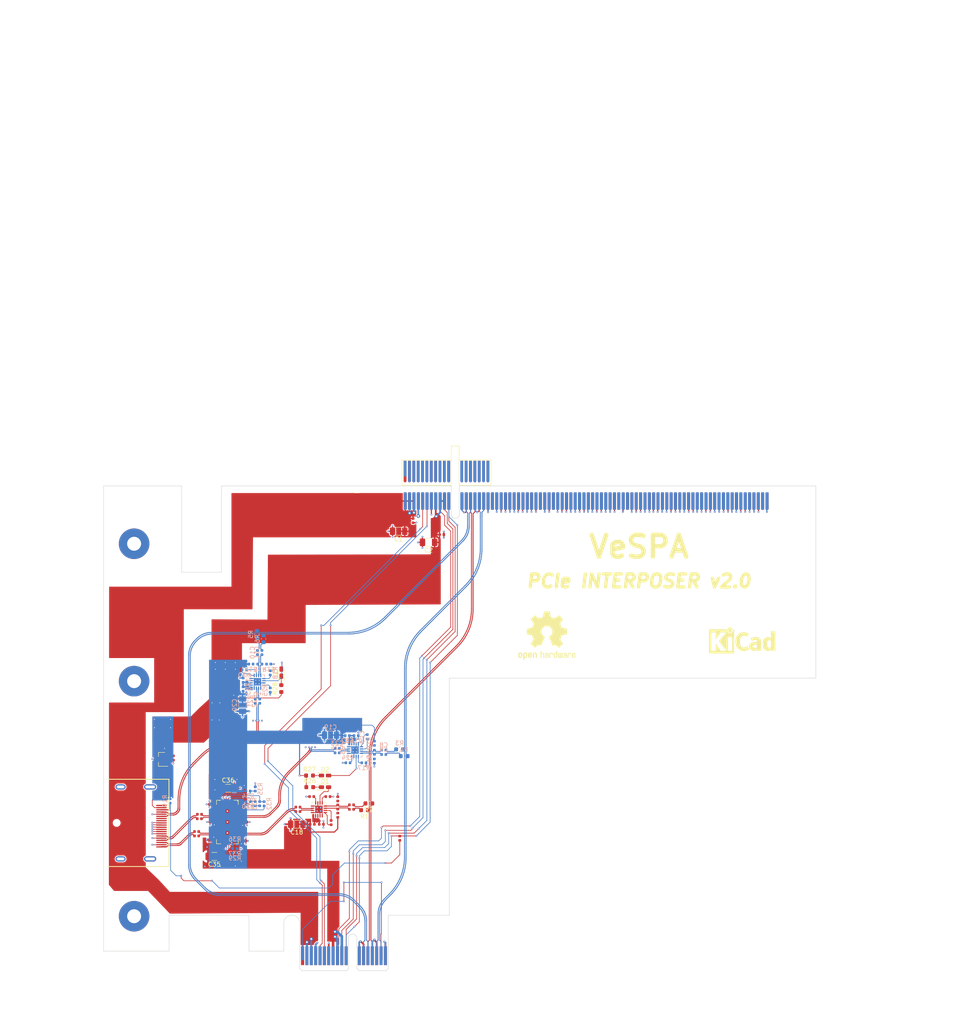
<source format=kicad_pcb>
(kicad_pcb (version 20200628) (host pcbnew "5.99.0-unknown-9a801d8~102~ubuntu18.04.1")
  (layers (0 "Top" signal) (1 "GND1" power) (2 "GND2" power) (31 "Bottom" signal) (34 "B.Paste" user) (35 "F.Paste" user) (36 "B.SilkS" user) (37 "F.SilkS" user) (38 "B.Mask" user) (39 "F.Mask" user) (44 "Edge.Cuts" user))
  (net 0 "")
  (net 1 "GND")
  (net 2 "Net-(D1-Pad2)")
  (net 3 "Net-(D1-Pad1)")
  (net 4 "Net-(D2-Pad2)")
  (net 5 "Net-(D2-Pad1)")
  (net 6 "Net-(D3-Pad2)")
  (net 7 "Net-(D3-Pad1)")
  (net 8 "+3.3V")
  (net 9 "/MASTER_SHEET/AMPLIFIERS/VCC_AMP1")
  (net 10 "/MASTER_SHEET/AMPLIFIERS/VCC_AMP2")
  (net 11 "/MASTER_SHEET/AMPLIFIERS/VCC_AMP3")
  (net 12 "Net-(J1-PadA81)")
  (net 13 "Net-(J1-PadA80)")
  (net 14 "Net-(J1-PadA77)")
  (net 15 "Net-(J1-PadA76)")
  (net 16 "Net-(J1-PadA73)")
  (net 17 "Net-(J1-PadA72)")
  (net 18 "Net-(J1-PadA69)")
  (net 19 "Net-(J1-PadA68)")
  (net 20 "Net-(J1-PadA65)")
  (net 21 "Net-(J1-PadA64)")
  (net 22 "Net-(J1-PadA61)")
  (net 23 "Net-(J1-PadA60)")
  (net 24 "Net-(J1-PadA57)")
  (net 25 "Net-(J1-PadA56)")
  (net 26 "Net-(J1-PadA53)")
  (net 27 "Net-(J1-PadA52)")
  (net 28 "Net-(J1-PadA50)")
  (net 29 "Net-(J1-PadA48)")
  (net 30 "Net-(J1-PadA47)")
  (net 31 "Net-(J1-PadA44)")
  (net 32 "Net-(J1-PadA43)")
  (net 33 "Net-(J1-PadA40)")
  (net 34 "Net-(J1-PadA39)")
  (net 35 "Net-(J1-PadA36)")
  (net 36 "Net-(J1-PadA35)")
  (net 37 "Net-(J1-PadA33)")
  (net 38 "Net-(J1-PadA32)")
  (net 39 "Net-(J1-PadA30)")
  (net 40 "Net-(J1-PadA29)")
  (net 41 "Net-(J1-PadA26)")
  (net 42 "Net-(J1-PadA25)")
  (net 43 "Net-(J1-PadA22)")
  (net 44 "Net-(J1-PadA21)")
  (net 45 "Net-(J1-PadA19)")
  (net 46 "PCIE_RX-")
  (net 47 "PCIE_RX+")
  (net 48 "REFCLK-")
  (net 49 "REFCLK+")
  (net 50 "/MASTER_SHEET/CONNECTORS/~PERST")
  (net 51 "Net-(J1-PadA8)")
  (net 52 "Net-(J1-PadA7)")
  (net 53 "Net-(J1-PadA6)")
  (net 54 "Net-(J1-PadA5)")
  (net 55 "+12V")
  (net 56 "Net-(J1-PadA1)")
  (net 57 "Net-(J1-PadB82)")
  (net 58 "Net-(J1-PadB81)")
  (net 59 "Net-(J1-PadB79)")
  (net 60 "Net-(J1-PadB78)")
  (net 61 "Net-(J1-PadB75)")
  (net 62 "Net-(J1-PadB74)")
  (net 63 "Net-(J1-PadB71)")
  (net 64 "Net-(J1-PadB70)")
  (net 65 "Net-(J1-PadB67)")
  (net 66 "Net-(J1-PadB66)")
  (net 67 "Net-(J1-PadB63)")
  (net 68 "Net-(J1-PadB62)")
  (net 69 "Net-(J1-PadB59)")
  (net 70 "Net-(J1-PadB58)")
  (net 71 "Net-(J1-PadB55)")
  (net 72 "Net-(J1-PadB54)")
  (net 73 "Net-(J1-PadB51)")
  (net 74 "Net-(J1-PadB50)")
  (net 75 "Net-(J1-PadB48)")
  (net 76 "Net-(J1-PadB46)")
  (net 77 "Net-(J1-PadB45)")
  (net 78 "Net-(J1-PadB42)")
  (net 79 "Net-(J1-PadB41)")
  (net 80 "Net-(J1-PadB38)")
  (net 81 "Net-(J1-PadB37)")
  (net 82 "Net-(J1-PadB34)")
  (net 83 "Net-(J1-PadB33)")
  (net 84 "Net-(J1-PadB31)")
  (net 85 "Net-(J1-PadB30)")
  (net 86 "Net-(J1-PadB28)")
  (net 87 "Net-(J1-PadB27)")
  (net 88 "Net-(J1-PadB24)")
  (net 89 "Net-(J1-PadB23)")
  (net 90 "/MASTER_SHEET/CONNECTORS/SMCLK")
  (net 91 "/MASTER_SHEET/CONNECTORS/SMDAT")
  (net 92 "/MASTER_SHEET/CONNECTORS/~TRST")
  (net 93 "/MASTER_SHEET/CONNECTORS/3.3VAUX")
  (net 94 "/MASTER_SHEET/CONNECTORS/~WAKE")
  (net 95 "Net-(J1-PadB12)")
  (net 96 "PCIE_TX+")
  (net 97 "PCIE_TX-")
  (net 98 "Net-(J1-PadB17)")
  (net 99 "Net-(J1-PadB19)")
  (net 100 "Net-(J1-PadB20)")
  (net 101 "Net-(J2-Pad20)")
  (net 102 "/MASTER_SHEET/CONNECTORS/1-WIRE")
  (net 103 "SPY_CLK+")
  (net 104 "SPY_CLK-")
  (net 105 "Net-(J2-Pad14)")
  (net 106 "Net-(J2-Pad13)")
  (net 107 "REDRIVER_RX+")
  (net 108 "REDRIVER_RX-")
  (net 109 "REDRIVER_TX+")
  (net 110 "REDRIVER_TX-")
  (net 111 "/MASTER_SHEET/AMPLIFIERS/IN_TX+")
  (net 112 "/MASTER_SHEET/AMPLIFIERS/IN_TX-")
  (net 113 "/MASTER_SHEET/AMPLIFIERS/IN_RX+")
  (net 114 "/MASTER_SHEET/AMPLIFIERS/IN_RX-")
  (net 115 "/MASTER_SHEET/AMPLIFIERS/IN_CLK+")
  (net 116 "/MASTER_SHEET/AMPLIFIERS/IN_CLK-")
  (net 117 "Net-(R17-Pad1)")
  (net 118 "/MASTER_SHEET/AMPLIFIERS/OUT_CLK+")
  (net 119 "/MASTER_SHEET/AMPLIFIERS/OUT_CLK-")
  (net 120 "/MASTER_SHEET/REDRIVER/EQ")
  (net 121 "/MASTER_SHEET/REDRIVER/SQ_TH")
  (net 122 "/MASTER_SHEET/REDRIVER/DE")
  (net 123 "/MASTER_SHEET/REDRIVER/OS")
  (net 124 "/MASTER_SHEET/AMPLIFIERS/OUT_TX+")
  (net 125 "/MASTER_SHEET/AMPLIFIERS/OUT_TX-")
  (net 126 "Net-(R23-Pad1)")
  (net 127 "Net-(R16-Pad1)")
  (net 128 "Net-(C12-Pad2)")
  (net 129 "Net-(C12-Pad1)")
  (net 130 "/MASTER_SHEET/AMPLIFIERS/OUT_RX+")
  (net 131 "/MASTER_SHEET/AMPLIFIERS/OUT_RX-")
  (net 132 "Net-(R24-Pad1)")
  (net 133 "Net-(C13-Pad2)")
  (net 134 "Net-(C13-Pad1)")
  (net 135 "Net-(R25-Pad1)")
  (net 136 "Net-(C14-Pad2)")
  (net 137 "Net-(C14-Pad1)")
  (net 138 "Net-(R29-Pad1)")
  (net 139 "Net-(U5-Pad39)")
  (net 140 "Net-(U5-Pad16)")
  (net 141 "SPY_TX-")
  (net 142 "SPY_TX+")
  (net 143 "SPY_RX-")
  (net 144 "SPY_RX+")
  (net 145 "Net-(U5-Pad2)")
  (net 146 "Net-(U5-Pad23)")
  (net 147 "Net-(U5-Pad24)")
  (net 148 "Net-(U5-Pad25)")
  (net 149 "/MASTER_SHEET/REDRIVER/TX-")
  (net 150 "/MASTER_SHEET/REDRIVER/TX+")
  (net 151 "Net-(U5-Pad32)")
  (net 152 "Net-(U5-Pad33)")
  (net 153 "/MASTER_SHEET/REDRIVER/RX-")
  (net 154 "/MASTER_SHEET/REDRIVER/RX+")
  (net 155 "Net-(U5-Pad37)")
  (net 156 "Net-(P1-PadA8)")
  (net 157 "Net-(P1-PadA7)")
  (net 158 "Net-(P1-PadA6)")
  (net 159 "Net-(P1-PadA5)")
  (net 160 "/MASTER_SHEET/CONNECTORS/~PRSNT")
  (net 161 "Net-(P1-PadB12)")
  (net 162 "Net-(R18-Pad1)")
  (net 163 "/MASTER_SHEET/AMPLIFIERS/TX+")
  (net 164 "/MASTER_SHEET/AMPLIFIERS/TX-")
  (net 165 "/MASTER_SHEET/AMPLIFIERS/RX+")
  (net 166 "/MASTER_SHEET/AMPLIFIERS/RX-")
  (net 167 "/MASTER_SHEET/AMPLIFIERS/CLK+")
  (net 168 "/MASTER_SHEET/AMPLIFIERS/CLK-")
  (net 169 "Net-(J2-Pad18)")
  (module "Symbol:KiCad-Logo_6mm_SilkScreen" (layer "Top") (at 185.4738 92.5384)
    (fp_text reference "REF**" hide)
    (fp_text value "KiCad-Logo_6mm_SilkScreen" hide)
  )
  (module "Symbol:OSHW-Logo2_14.6x12mm_SilkScreen" (layer "Top") (at 140.6174 91.4716)
    (fp_text reference "REF**" hide)
    (fp_text value "OSHW-Logo2_14.6x12mm_SilkScreen" hide)
  )
  (module "ed_toofprint:r_smt0603_ref" (layer "Top") (at 79.6828 103.6128 90)
    (fp_text reference "R28" (at 0 -1.43 90) (layer "F.SilkS"))
    (fp_text value "R680R_1%_0603")
    (pad "1" smd roundrect (at -0.7875 0 90) (size 0.875 0.95) (layers "Top" "F.Paste" "F.Mask") (net 8 "+3.3V"))
    (pad "2" smd roundrect (at 0.7875 0 90) (size 0.875 0.95) (layers "Top" "F.Paste" "F.Mask") (net 7 "Net-(D3-Pad1)"))
  )
  (module "ed_toofprint:r_smt0603_ref" (layer "Top") (at 86.1598 123.5518)
    (fp_text reference "R27" (at 0 -1.43) (layer "F.SilkS"))
    (fp_text value "R680R_1%_0603")
    (pad "1" smd roundrect (at -0.7875 0) (size 0.875 0.95) (layers "Top" "F.Paste" "F.Mask") (net 8 "+3.3V"))
    (pad "2" smd roundrect (at 0.7875 0) (size 0.875 0.95) (layers "Top" "F.Paste" "F.Mask") (net 5 "Net-(D2-Pad1)"))
  )
  (module "ed_toofprint:r_smt0603_ref" (layer "Top") (at 86.2108 126.2188)
    (fp_text reference "R26" (at 0 -1.43) (layer "F.SilkS"))
    (fp_text value "R680R_1%_0603")
    (pad "1" smd roundrect (at -0.7875 0) (size 0.875 0.95) (layers "Top" "F.Paste" "F.Mask") (net 8 "+3.3V"))
    (pad "2" smd roundrect (at 0.7875 0) (size 0.875 0.95) (layers "Top" "F.Paste" "F.Mask") (net 3 "Net-(D1-Pad1)"))
  )
  (module "ed_toofprint:r_smt0603_ref" (layer "Bottom") (at 75.6188 92.2083 -90)
    (fp_text reference "R6" (at 0 1.43 90) (layer "B.SilkS") (effects (justify mirror)))
    (fp_text value "R680R_1%_0603")
    (pad "1" smd roundrect (at -0.7875 0 270) (size 0.875 0.95) (layers "Bottom" "B.Paste" "B.Mask") (net 48 "REFCLK-"))
    (pad "2" smd roundrect (at 0.7875 0 270) (size 0.875 0.95) (layers "Bottom" "B.Paste" "B.Mask") (net 168 "/MASTER_SHEET/AMPLIFIERS/CLK-"))
  )
  (module "ed_toofprint:r_smt0603_ref" (layer "Bottom") (at 74.0948 91.1923 -90)
    (fp_text reference "R5" (at 0 1.43 90) (layer "B.SilkS") (effects (justify mirror)))
    (fp_text value "R680R_1%_0603")
    (pad "1" smd roundrect (at -0.7875 0 270) (size 0.875 0.95) (layers "Bottom" "B.Paste" "B.Mask") (net 49 "REFCLK+"))
    (pad "2" smd roundrect (at 0.7875 0 270) (size 0.875 0.95) (layers "Bottom" "B.Paste" "B.Mask") (net 167 "/MASTER_SHEET/AMPLIFIERS/CLK+"))
  )
  (module "ed_toofprint:r_smt0603_ref" (layer "Bottom") (at 107.8767 119.1068 180)
    (fp_text reference "R4" (at 0 1.43) (layer "B.SilkS") (effects (justify mirror)))
    (fp_text value "R680R_1%_0603")
    (pad "1" smd roundrect (at -0.7875 0 180) (size 0.875 0.95) (layers "Bottom" "B.Paste" "B.Mask") (net 46 "PCIE_RX-"))
    (pad "2" smd roundrect (at 0.7875 0 180) (size 0.875 0.95) (layers "Bottom" "B.Paste" "B.Mask") (net 166 "/MASTER_SHEET/AMPLIFIERS/RX-"))
  )
  (module "ed_toofprint:r_smt0603_ref" (layer "Bottom") (at 106.8101 117.5574 180)
    (fp_text reference "R3" (at 0 1.43) (layer "B.SilkS") (effects (justify mirror)))
    (fp_text value "R680R_1%_0603")
    (pad "1" smd roundrect (at -0.7875 0 180) (size 0.875 0.95) (layers "Bottom" "B.Paste" "B.Mask") (net 47 "PCIE_RX+"))
    (pad "2" smd roundrect (at 0.7875 0 180) (size 0.875 0.95) (layers "Bottom" "B.Paste" "B.Mask") (net 165 "/MASTER_SHEET/AMPLIFIERS/RX+"))
  )
  (module "ed_toofprint:r_smt0603_ref" (layer "Top") (at 99.7742 129.9526 180)
    (fp_text reference "R2" (at 0 -1.43) (layer "F.SilkS"))
    (fp_text value "R680R_1%_0603")
    (pad "1" smd roundrect (at -0.7875 0 180) (size 0.875 0.95) (layers "Top" "F.Paste" "F.Mask") (net 97 "PCIE_TX-"))
    (pad "2" smd roundrect (at 0.7875 0 180) (size 0.875 0.95) (layers "Top" "F.Paste" "F.Mask") (net 164 "/MASTER_SHEET/AMPLIFIERS/TX-"))
  )
  (module "ed_toofprint:r_smt0603_ref" (layer "Top") (at 98.7835 131.4893 180)
    (fp_text reference "R1" (at 0 -1.43) (layer "F.SilkS"))
    (fp_text value "R680R_1%_0603")
    (pad "1" smd roundrect (at -0.7875 0 180) (size 0.875 0.95) (layers "Top" "F.Paste" "F.Mask") (net 96 "PCIE_TX+"))
    (pad "2" smd roundrect (at 0.7875 0 180) (size 0.875 0.95) (layers "Top" "F.Paste" "F.Mask") (net 163 "/MASTER_SHEET/AMPLIFIERS/TX+"))
  )
  (module "LED_SMD:LED_0603_1608Metric_Castellated" (layer "Top") (at 79.6828 99.9548 90)
    (fp_text reference "D3" (at 0 -1.38 90) (layer "F.SilkS"))
    (fp_text value "LED_GRN_0603")
    (pad "2" smd roundrect (at 0.8125 0 90) (size 1.225 0.85) (layers "Top" "F.Paste" "F.Mask") (net 6 "Net-(D3-Pad2)"))
    (pad "1" smd roundrect (at -0.8125 0 90) (size 1.225 0.85) (layers "Top" "F.Paste" "F.Mask") (net 7 "Net-(D3-Pad1)"))
  )
  (module "LED_SMD:LED_0603_1608Metric_Castellated" (layer "Top") (at 89.7158 123.5518)
    (fp_text reference "D2" (at 0 -1.38) (layer "F.SilkS"))
    (fp_text value "LED_GRN_0603")
    (pad "2" smd roundrect (at 0.8125 0) (size 1.225 0.85) (layers "Top" "F.Paste" "F.Mask") (net 4 "Net-(D2-Pad2)"))
    (pad "1" smd roundrect (at -0.8125 0) (size 1.225 0.85) (layers "Top" "F.Paste" "F.Mask") (net 5 "Net-(D2-Pad1)"))
  )
  (module "LED_SMD:LED_0603_1608Metric_Castellated" (layer "Top") (at 89.7158 126.2188)
    (fp_text reference "D1" (at 0 -1.38) (layer "F.SilkS"))
    (fp_text value "LED_GRN_0603")
    (pad "2" smd roundrect (at 0.8125 0) (size 1.225 0.85) (layers "Top" "F.Paste" "F.Mask") (net 2 "Net-(D1-Pad2)"))
    (pad "1" smd roundrect (at -0.8125 0) (size 1.225 0.85) (layers "Top" "F.Paste" "F.Mask") (net 3 "Net-(D1-Pad1)"))
  )
  (module "ed_toofprint:c_smt1206_ref" (layer "Top") (at 67.4878 126.4728)
    (fp_text reference "C36" (at 0 -1.82) (layer "F.SilkS"))
    (fp_text value "C10U_50V_1206")
    (pad "2" smd roundrect (at 1.4 0) (size 1.25 1.75) (layers "Top" "F.Paste" "F.Mask") (roundrect_rratio 0.2) (net 1 "GND"))
    (pad "1" smd roundrect (at -1.4 0) (size 1.25 1.75) (layers "Top" "F.Paste" "F.Mask") (roundrect_rratio 0.2) (net 8 "+3.3V"))
  )
  (module "ed_toofprint:c_smt1206_ref" (layer "Top") (at 64.3158 142.0938 180)
    (fp_text reference "C35" (at 0 -1.82) (layer "F.SilkS"))
    (fp_text value "C10U_50V_1206")
    (pad "2" smd roundrect (at 1.4 0 180) (size 1.25 1.75) (layers "Top" "F.Paste" "F.Mask") (roundrect_rratio 0.2) (net 1 "GND"))
    (pad "1" smd roundrect (at -1.4 0 180) (size 1.25 1.75) (layers "Top" "F.Paste" "F.Mask") (roundrect_rratio 0.2) (net 8 "+3.3V"))
  )
  (module "ed_toofprint:c_smt1206_ref" (layer "Bottom") (at 70.7928 107.4003 -90)
    (fp_text reference "C20" (at 0 1.82 90) (layer "B.SilkS") (effects (justify mirror)))
    (fp_text value "C10U_50V_1206")
    (pad "2" smd roundrect (at 1.4 0 270) (size 1.25 1.75) (layers "Bottom" "B.Paste" "B.Mask") (roundrect_rratio 0.2) (net 1 "GND"))
    (pad "1" smd roundrect (at -1.4 0 270) (size 1.25 1.75) (layers "Bottom" "B.Paste" "B.Mask") (roundrect_rratio 0.2) (net 8 "+3.3V"))
  )
  (module "ed_toofprint:c_smt1206_ref" (layer "Bottom") (at 90.9858 114.2808 180)
    (fp_text reference "C19" (at 0 1.82) (layer "B.SilkS") (effects (justify mirror)))
    (fp_text value "C10U_50V_1206")
    (pad "2" smd roundrect (at 1.4 0 180) (size 1.25 1.75) (layers "Bottom" "B.Paste" "B.Mask") (roundrect_rratio 0.2) (net 1 "GND"))
    (pad "1" smd roundrect (at -1.4 0 180) (size 1.25 1.75) (layers "Bottom" "B.Paste" "B.Mask") (roundrect_rratio 0.2) (net 8 "+3.3V"))
  )
  (module "ed_toofprint:c_smt1206_ref" (layer "Top") (at 83.2418 134.7278 180)
    (fp_text reference "C18" (at 0 -1.82) (layer "F.SilkS"))
    (fp_text value "C10U_50V_1206")
    (pad "2" smd roundrect (at 1.4 0 180) (size 1.25 1.75) (layers "Top" "F.Paste" "F.Mask") (roundrect_rratio 0.2) (net 1 "GND"))
    (pad "1" smd roundrect (at -1.4 0 180) (size 1.25 1.75) (layers "Top" "F.Paste" "F.Mask") (roundrect_rratio 0.2) (net 8 "+3.3V"))
  )
  (module "ed_toofprint:c_smt1206_ref" (layer "Top") (at 113.4648 70.0848 180)
    (fp_text reference "C2" (at 0 -1.82) (layer "F.SilkS"))
    (fp_text value "C10U_50V_1206")
    (pad "2" smd roundrect (at 1.4 0 180) (size 1.25 1.75) (layers "Top" "F.Paste" "F.Mask") (roundrect_rratio 0.2) (net 1 "GND"))
    (pad "1" smd roundrect (at -1.4 0 180) (size 1.25 1.75) (layers "Top" "F.Paste" "F.Mask") (roundrect_rratio 0.2) (net 8 "+3.3V"))
  )
  (module "ed_toofprint:c_smt1206_ref" (layer "Top") (at 106.6068 67.5448 180)
    (fp_text reference "C1" (at 0 -1.82) (layer "F.SilkS"))
    (fp_text value "C10U_50V_1206")
    (pad "2" smd roundrect (at 1.4 0 180) (size 1.25 1.75) (layers "Top" "F.Paste" "F.Mask") (roundrect_rratio 0.2) (net 1 "GND"))
    (pad "1" smd roundrect (at -1.4 0 180) (size 1.25 1.75) (layers "Top" "F.Paste" "F.Mask") (roundrect_rratio 0.2) (net 55 "+12V"))
  )
  (module "ed_footprints:pcie_bracket" (layer "Top") (at 45.9158 70.4108)
    (fp_text reference "ZZ1" hide)
    (fp_text value "PCIE_BRACKET")
    (pad "2" thru_hole circle (at 0 31.5) (size 7 7) (drill 3.2) (layers *.Cu *.Mask))
    (pad "3" thru_hole circle (at 0 85.4) (size 7 7) (drill 3.2) (layers *.Cu *.Mask))
    (pad "1" thru_hole circle (at 0 0) (size 7 7) (drill 3.2) (layers *.Cu *.Mask))
  )
  (module "ed_footprints:r_smt0402_ref" (layer "Bottom") (at 73.7138 106.5338 -90)
    (fp_text reference "R21" (at 0 1.17 -90) (layer "B.SilkS") (effects (justify mirror)))
    (fp_text value "R0R_5%_0402" hide)
    (pad "2" smd roundrect (at 0.485 0 270) (size 0.59 0.64) (layers "Bottom" "B.Paste" "B.Mask") (net 103 "SPY_CLK+"))
    (pad "1" smd roundrect (at -0.485 0 270) (size 0.59 0.64) (layers "Bottom" "B.Paste" "B.Mask") (net 118 "/MASTER_SHEET/AMPLIFIERS/OUT_CLK+"))
  )
  (module "ed_footprints:r_smt0402_ref" (layer "Top") (at 106.8608 137.9258 -90)
    (fp_text reference "R20" hide)
    (fp_text value "R_NC_0402" hide)
    (pad "2" smd roundrect (at 0.485 0 270) (size 0.59 0.64) (layers "Top" "F.Paste" "F.Mask") (net 169 "Net-(J2-Pad18)"))
    (pad "1" smd roundrect (at -0.485 0 270) (size 0.59 0.64) (layers "Top" "F.Paste" "F.Mask") (net 50 "/MASTER_SHEET/CONNECTORS/~PERST"))
  )
  (module "ed_footprints:r_smt0402_ref" (layer "Bottom") (at 54.1558 129.3938 -90)
    (fp_text reference "R19" (at 0 1.17 -90) (layer "B.SilkS") (effects (justify mirror)))
    (fp_text value "R0R_5%_0402" hide)
    (pad "2" smd roundrect (at 0.485 0 270) (size 0.59 0.64) (layers "Bottom" "B.Paste" "B.Mask") (net 169 "Net-(J2-Pad18)"))
    (pad "1" smd roundrect (at -0.485 0 270) (size 0.59 0.64) (layers "Bottom" "B.Paste" "B.Mask") (net 8 "+3.3V"))
  )
  (module "ed_footprints:r_smt0402_ref" (layer "Bottom") (at 101.0188 120.2268 -90)
    (fp_text reference "R12" (at 0 1.17 90) (layer "B.SilkS") (effects (justify mirror)))
    (fp_text value "R_NC_0402" hide)
    (pad "2" smd roundrect (at 0.485 0 270) (size 0.59 0.64) (layers "Bottom" "B.Paste" "B.Mask") (net 1 "GND"))
    (pad "1" smd roundrect (at -0.485 0 270) (size 0.59 0.64) (layers "Bottom" "B.Paste" "B.Mask") (net 114 "/MASTER_SHEET/AMPLIFIERS/IN_RX-"))
  )
  (module "ed_footprints:molex_display_port" (layer "Top") (at 41.9158 134.4108 -90)
    (fp_text reference "J2" hide)
    (fp_text value "DISPLAY_PORT")
    (pad "G2" thru_hole oval (at -8.25 -0.9 270) (size 1.2 2.3) (drill oval 0.6 1.7) (layers *.Cu *.Mask) (net 1 "GND"))
    (pad "" np_thru_hole circle (at 0 0 270) (size 1.4 1.4) (drill 1.4) (layers *.Cu *.Mask))
    (pad "G3" thru_hole oval (at 8.25 -0.9 270) (size 1.2 2.3) (drill oval 0.6 1.7) (layers *.Cu *.Mask) (net 1 "GND"))
    (pad "G1" thru_hole oval (at -8.25 -7.68 270) (size 1.2 2.8) (drill oval 0.6 2.2) (layers *.Cu *.Mask) (net 1 "GND"))
    (pad "G4" thru_hole oval (at 8.25 -7.68 270) (size 1.2 2.8) (drill oval 0.6 2.2) (layers *.Cu *.Mask) (net 1 "GND"))
    (pad "12" smd roundrect (at 0 -10.28 270) (size 0.28 2.4) (layers "Top" "F.Paste" "F.Mask") (net 1 "GND"))
    (pad "11" smd roundrect (at 0.5 -10.28 270) (size 0.28 2.4) (layers "Top" "F.Paste" "F.Mask") (net 1 "GND"))
    (pad "10" smd roundrect (at 1 -10.28 270) (size 0.28 2.4) (layers "Top" "F.Paste" "F.Mask") (net 1 "GND"))
    (pad "9" smd roundrect (at 1.5 -10.28 270) (size 0.28 2.4) (layers "Top" "F.Paste" "F.Mask") (net 1 "GND"))
    (pad "8" smd roundrect (at 2 -10.28 270) (size 0.28 2.4) (layers "Top" "F.Paste" "F.Mask") (net 1 "GND"))
    (pad "7" smd roundrect (at 2.5 -10.28 270) (size 0.28 2.4) (layers "Top" "F.Paste" "F.Mask") (net 1 "GND"))
    (pad "6" smd roundrect (at 3 -10.28 270) (size 0.28 2.4) (layers "Top" "F.Paste" "F.Mask") (net 108 "REDRIVER_RX-"))
    (pad "5" smd roundrect (at 3.5 -10.28 270) (size 0.28 2.4) (layers "Top" "F.Paste" "F.Mask") (net 1 "GND"))
    (pad "4" smd roundrect (at 4 -10.28 270) (size 0.28 2.4) (layers "Top" "F.Paste" "F.Mask") (net 107 "REDRIVER_RX+"))
    (pad "3" smd roundrect (at 4.5 -10.28 270) (size 0.28 2.4) (layers "Top" "F.Paste" "F.Mask") (net 110 "REDRIVER_TX-"))
    (pad "2" smd roundrect (at 5 -10.28 270) (size 0.28 2.4) (layers "Top" "F.Paste" "F.Mask") (net 1 "GND"))
    (pad "1" smd roundrect (at 5.5 -10.28 270) (size 0.28 2.4) (layers "Top" "F.Paste" "F.Mask") (net 109 "REDRIVER_TX+"))
    (pad "13" smd roundrect (at -0.5 -10.28 270) (size 0.28 2.4) (layers "Top" "F.Paste" "F.Mask") (net 106 "Net-(J2-Pad13)"))
    (pad "14" smd roundrect (at -1 -10.28 270) (size 0.28 2.4) (layers "Top" "F.Paste" "F.Mask") (net 105 "Net-(J2-Pad14)"))
    (pad "15" smd roundrect (at -1.5 -10.28 270) (size 0.28 2.4) (layers "Top" "F.Paste" "F.Mask") (net 104 "SPY_CLK-"))
    (pad "16" smd roundrect (at -2 -10.28 270) (size 0.28 2.4) (layers "Top" "F.Paste" "F.Mask") (net 1 "GND"))
    (pad "17" smd roundrect (at -2.5 -10.28 270) (size 0.28 2.4) (layers "Top" "F.Paste" "F.Mask") (net 103 "SPY_CLK+"))
    (pad "18" smd roundrect (at -3 -10.28 270) (size 0.28 2.4) (layers "Top" "F.Paste" "F.Mask") (net 169 "Net-(J2-Pad18)"))
    (pad "19" smd roundrect (at -3.5 -10.28 270) (size 0.28 2.4) (layers "Top" "F.Paste" "F.Mask") (net 102 "/MASTER_SHEET/CONNECTORS/1-WIRE"))
    (pad "20" smd roundrect (at -4 -10.28 270) (size 0.28 2.4) (layers "Top" "F.Paste" "F.Mask") (net 101 "Net-(J2-Pad20)"))
  )
  (module "ed_footprints:BUS_PCIexpress" (layer "Top") (at 108.0848 53.2018)
    (fp_text reference "ZZ2" hide)
    (fp_text value "PCIE_BOARD_MODEL")
    (pad "" connect oval (at 1 2.8 90) (size 0.65 0.65) (layers "Bottom" "B.Mask"))
    (pad "" connect oval (at 19 2.8 90) (size 0.65 0.65) (layers "Bottom" "B.Mask"))
    (pad "" connect oval (at 18 2.8 90) (size 0.65 0.65) (layers "Bottom" "B.Mask"))
    (pad "" connect oval (at 13 2.8 90) (size 0.65 0.65) (layers "Bottom" "B.Mask"))
    (pad "" connect oval (at 10 2.8 90) (size 0.65 0.65) (layers "Bottom" "B.Mask"))
    (pad "" connect oval (at 17 2.8 90) (size 0.65 0.65) (layers "Bottom" "B.Mask"))
    (pad "" connect oval (at 14 2.8 90) (size 0.65 0.65) (layers "Bottom" "B.Mask"))
    (pad "" connect oval (at 2 2.8 90) (size 0.65 0.65) (layers "Bottom" "B.Mask"))
    (pad "" connect oval (at 16 2.8 90) (size 0.65 0.65) (layers "Bottom" "B.Mask"))
    (pad "" connect oval (at 15 2.8 90) (size 0.65 0.65) (layers "Bottom" "B.Mask"))
    (pad "" connect oval (at 9 2.8 90) (size 0.65 0.65) (layers "Bottom" "B.Mask"))
    (pad "" connect oval (at 8 2.8 90) (size 0.65 0.65) (layers "Bottom" "B.Mask"))
    (pad "" connect oval (at 7 2.8 90) (size 0.65 0.65) (layers "Bottom" "B.Mask"))
    (pad "" connect oval (at 6 2.8 90) (size 0.65 0.65) (layers "Bottom" "B.Mask"))
    (pad "" connect oval (at 5 2.8 90) (size 0.65 0.65) (layers "Bottom" "B.Mask"))
    (pad "" connect oval (at 4 2.8 90) (size 0.65 0.65) (layers "Bottom" "B.Mask"))
    (pad "" connect oval (at 3 2.8 90) (size 0.65 0.65) (layers "Bottom" "B.Mask"))
    (pad "" connect circle (at 1 2.8) (size 0.65 0.65) (layers "Top" "F.Mask"))
    (pad "" connect circle (at 17 2.8) (size 0.65 0.65) (layers "Top" "F.Mask"))
    (pad "" connect circle (at 16 2.8) (size 0.65 0.65) (layers "Top" "F.Mask"))
    (pad "" connect circle (at 15 2.8) (size 0.65 0.65) (layers "Top" "F.Mask"))
    (pad "" connect circle (at 14 2.8) (size 0.65 0.65) (layers "Top" "F.Mask"))
    (pad "" connect circle (at 13 2.8) (size 0.65 0.65) (layers "Top" "F.Mask"))
    (pad "" connect circle (at 0 2.8) (size 0.65 0.65) (layers "Top" "F.Mask"))
    (pad "" connect circle (at 10 2.8) (size 0.65 0.65) (layers "Top" "F.Mask"))
    (pad "" connect circle (at 9 2.8) (size 0.65 0.65) (layers "Top" "F.Mask"))
    (pad "" connect circle (at 8 2.8) (size 0.65 0.65) (layers "Top" "F.Mask"))
    (pad "" connect circle (at 7 2.8) (size 0.65 0.65) (layers "Top" "F.Mask"))
    (pad "" connect circle (at 6 2.8) (size 0.65 0.65) (layers "Top" "F.Mask"))
    (pad "" connect circle (at 5 2.8) (size 0.65 0.65) (layers "Top" "F.Mask"))
    (pad "" connect circle (at 4 2.8) (size 0.65 0.65) (layers "Top" "F.Mask"))
    (pad "" connect circle (at 3 2.8) (size 0.65 0.65) (layers "Top" "F.Mask"))
    (pad "" connect circle (at 2 2.8) (size 0.65 0.65) (layers "Top" "F.Mask"))
    (pad "A13" connect rect (at 14 0.5) (size 0.65 4.6) (layers "Bottom" "B.Mask"))
    (pad "A12" connect rect (at 13 0.5) (size 0.65 4.6) (layers "Bottom" "B.Mask"))
    (pad "A18" connect rect (at 19 0.5) (size 0.65 4.6) (layers "Bottom" "B.Mask"))
    (pad "A17" connect rect (at 18 0.5) (size 0.65 4.6) (layers "Bottom" "B.Mask"))
    (pad "A16" connect rect (at 17 0.5) (size 0.65 4.6) (layers "Bottom" "B.Mask"))
    (pad "A15" connect rect (at 16 0.5) (size 0.65 4.6) (layers "Bottom" "B.Mask"))
    (pad "A14" connect rect (at 15 0.5) (size 0.65 4.6) (layers "Bottom" "B.Mask"))
    (pad "A11" connect rect (at 10 0.5) (size 0.65 4.6) (layers "Bottom" "B.Mask"))
    (pad "A10" connect rect (at 9 0.5) (size 0.65 4.6) (layers "Bottom" "B.Mask"))
    (pad "A9" connect rect (at 8 0.5) (size 0.65 4.6) (layers "Bottom" "B.Mask"))
    (pad "A8" connect rect (at 7 0.5) (size 0.65 4.6) (layers "Bottom" "B.Mask"))
    (pad "A7" connect rect (at 6 0.5) (size 0.65 4.6) (layers "Bottom" "B.Mask"))
    (pad "A6" connect rect (at 5 0.5) (size 0.65 4.6) (layers "Bottom" "B.Mask"))
    (pad "A5" connect rect (at 4 0.5) (size 0.65 4.6) (layers "Bottom" "B.Mask"))
    (pad "A4" connect rect (at 3 0.5) (size 0.65 4.6) (layers "Bottom" "B.Mask"))
    (pad "A3" connect rect (at 2 0.5) (size 0.65 4.6) (layers "Bottom" "B.Mask"))
    (pad "A2" connect rect (at 1 0.5) (size 0.65 4.6) (layers "Bottom" "B.Mask"))
    (pad "A1" connect rect (at 0 0) (size 0.65 3.6) (layers "Bottom" "B.Mask"))
    (pad "B13" connect rect (at 14 0.5) (size 0.65 4.6) (layers "Top" "F.Mask"))
    (pad "B12" connect rect (at 13 0.5) (size 0.65 4.6) (layers "Top" "F.Mask"))
    (pad "B18" connect rect (at 19 0.5) (size 0.65 4.6) (layers "Top" "F.Mask"))
    (pad "B17" connect rect (at 18 0) (size 0.65 3.6) (layers "Top" "F.Mask"))
    (pad "B16" connect rect (at 17 0.5) (size 0.65 4.6) (layers "Top" "F.Mask"))
    (pad "B15" connect rect (at 16 0.5) (size 0.65 4.6) (layers "Top" "F.Mask"))
    (pad "B14" connect rect (at 15 0.5) (size 0.65 4.6) (layers "Top" "F.Mask"))
    (pad "B11" connect rect (at 10 0.5) (size 0.65 4.6) (layers "Top" "F.Mask"))
    (pad "B10" connect rect (at 9 0.5) (size 0.65 4.6) (layers "Top" "F.Mask"))
    (pad "B9" connect rect (at 8 0.5) (size 0.65 4.6) (layers "Top" "F.Mask"))
    (pad "B8" connect rect (at 7 0.5) (size 0.65 4.6) (layers "Top" "F.Mask"))
    (pad "B7" connect rect (at 6 0.5) (size 0.65 4.6) (layers "Top" "F.Mask"))
    (pad "B6" connect rect (at 5 0.5) (size 0.65 4.6) (layers "Top" "F.Mask"))
    (pad "B5" connect rect (at 4 0.5) (size 0.65 4.6) (layers "Top" "F.Mask"))
    (pad "B4" connect rect (at 3 0.5) (size 0.65 4.6) (layers "Top" "F.Mask"))
    (pad "B3" connect rect (at 2 0.5) (size 0.65 4.6) (layers "Top" "F.Mask"))
    (pad "B2" connect rect (at 1 0.5) (size 0.65 4.6) (layers "Top" "F.Mask"))
    (pad "B1" connect rect (at 0 0.5) (size 0.65 4.6) (layers "Top" "F.Mask"))
    (pad "" connect circle (at 19 2.8) (size 0.65 0.65) (layers "Top" "F.Mask"))
  )
  (module "ed_footprints:r_smt0402_ref" (layer "Bottom") (at 72.7208 97.9993)
    (fp_text reference "R13" (at 0 1.17 180 unlocked) (layer "B.SilkS") (effects (justify mirror)))
    (fp_text value "R_NC_0402" hide)
    (pad "2" smd roundrect (at 0.485 0) (size 0.59 0.64) (layers "Bottom" "B.Paste" "B.Mask") (net 115 "/MASTER_SHEET/AMPLIFIERS/IN_CLK+"))
    (pad "1" smd roundrect (at -0.485 0) (size 0.59 0.64) (layers "Bottom" "B.Paste" "B.Mask") (net 8 "+3.3V"))
  )
  (module "ed_footprints:r_smt0402_ref" (layer "Bottom") (at 77.1428 100.0083 90)
    (fp_text reference "R18" (at 0 1.17 90 unlocked) (layer "B.SilkS") (effects (justify mirror)))
    (fp_text value "R33K_1%_0402" hide)
    (pad "2" smd roundrect (at 0.485 0 90) (size 0.59 0.64) (layers "Bottom" "B.Paste" "B.Mask") (net 1 "GND"))
    (pad "1" smd roundrect (at -0.485 0 90) (size 0.59 0.64) (layers "Bottom" "B.Paste" "B.Mask") (net 162 "Net-(R18-Pad1)"))
  )
  (module "ed_footprints:r_smt0402_ref" (layer "Bottom") (at 98.6313 120.6308)
    (fp_text reference "R17" (at 0 1.17 unlocked) (layer "B.SilkS") (effects (justify mirror)))
    (fp_text value "R33K_1%_0402" hide)
    (pad "2" smd roundrect (at 0.485 0) (size 0.59 0.64) (layers "Bottom" "B.Paste" "B.Mask") (net 1 "GND"))
    (pad "1" smd roundrect (at -0.485 0) (size 0.59 0.64) (layers "Bottom" "B.Paste" "B.Mask") (net 117 "Net-(R17-Pad1)"))
  )
  (module "ed_footprints:r_smt0402_ref" (layer "Bottom") (at 69.0378 141.3318)
    (fp_text reference "R29" (at 0 1.17 unlocked) (layer "B.SilkS") (effects (justify mirror)))
    (fp_text value "R33K_1%_0402" hide)
    (pad "2" smd roundrect (at 0.485 0) (size 0.59 0.64) (layers "Bottom" "B.Paste" "B.Mask") (net 1 "GND"))
    (pad "1" smd roundrect (at -0.485 0) (size 0.59 0.64) (layers "Bottom" "B.Paste" "B.Mask") (net 138 "Net-(R29-Pad1)"))
  )
  (module "ed_footprints:r_smt0402_ref" (layer "Bottom") (at 77.1428 103.9683 -90)
    (fp_text reference "R25" (at 0 1.17 -270 unlocked) (layer "B.SilkS") (effects (justify mirror)))
    (fp_text value "R100K_1%_0402" hide)
    (pad "2" smd roundrect (at 0.485 0 270) (size 0.59 0.64) (layers "Bottom" "B.Paste" "B.Mask") (net 1 "GND"))
    (pad "1" smd roundrect (at -0.485 0 270) (size 0.59 0.64) (layers "Bottom" "B.Paste" "B.Mask") (net 135 "Net-(R25-Pad1)"))
  )
  (module "ed_footprints:r_smt0402_ref" (layer "Bottom") (at 94.9713 120.6308 180)
    (fp_text reference "R24" (at 0 1.17 unlocked) (layer "B.SilkS") (effects (justify mirror)))
    (fp_text value "R100K_1%_0402" hide)
    (pad "2" smd roundrect (at 0.485 0 180) (size 0.59 0.64) (layers "Bottom" "B.Paste" "B.Mask") (net 1 "GND"))
    (pad "1" smd roundrect (at -0.485 0 180) (size 0.59 0.64) (layers "Bottom" "B.Paste" "B.Mask") (net 132 "Net-(R24-Pad1)"))
  )
  (module "ed_footprints:r_smt0402_ref" (layer "Top") (at 86.6448 128.3778 180)
    (fp_text reference "R23" hide)
    (fp_text value "R100K_1%_0402" hide)
    (pad "2" smd roundrect (at 0.485 0 180) (size 0.59 0.64) (layers "Top" "F.Paste" "F.Mask") (net 1 "GND"))
    (pad "1" smd roundrect (at -0.485 0 180) (size 0.59 0.64) (layers "Top" "F.Paste" "F.Mask") (net 126 "Net-(R23-Pad1)"))
  )
  (module "ed_footprints:r_smt0402_ref" (layer "Top") (at 90.3738 128.3778)
    (fp_text reference "R16" hide)
    (fp_text value "R33K_1%_0402" hide)
    (pad "2" smd roundrect (at 0.485 0) (size 0.59 0.64) (layers "Top" "F.Paste" "F.Mask") (net 1 "GND"))
    (pad "1" smd roundrect (at -0.485 0) (size 0.59 0.64) (layers "Top" "F.Paste" "F.Mask") (net 127 "Net-(R16-Pad1)"))
  )
  (module "ed_footprints:r_smt0402_ref" (layer "Top") (at 63.7038 138.2838 180)
    (fp_text reference "C34" hide)
    (fp_text value "C100N_16V_0402" hide)
    (pad "2" smd roundrect (at 0.485 0 180) (size 0.59 0.64) (layers "Top" "F.Paste" "F.Mask") (net 1 "GND"))
    (pad "1" smd roundrect (at -0.485 0 180) (size 0.59 0.64) (layers "Top" "F.Paste" "F.Mask") (net 8 "+3.3V"))
  )
  (module "ed_footprints:r_smt0402_ref" (layer "Top") (at 63.8308 134.2198 180)
    (fp_text reference "C33" hide)
    (fp_text value "C100N_16V_0402" hide)
    (pad "2" smd roundrect (at 0.485 0 180) (size 0.59 0.64) (layers "Top" "F.Paste" "F.Mask") (net 1 "GND"))
    (pad "1" smd roundrect (at -0.485 0 180) (size 0.59 0.64) (layers "Top" "F.Paste" "F.Mask") (net 8 "+3.3V"))
  )
  (module "ed_footprints:r_smt0402_ref" (layer "Top") (at 63.6808 130.1558 180)
    (fp_text reference "C32" hide)
    (fp_text value "C100N_16V_0402" hide)
    (pad "2" smd roundrect (at 0.485 0 180) (size 0.59 0.64) (layers "Top" "F.Paste" "F.Mask") (net 1 "GND"))
    (pad "1" smd roundrect (at -0.485 0 180) (size 0.59 0.64) (layers "Top" "F.Paste" "F.Mask") (net 8 "+3.3V"))
  )
  (module "ed_footprints:r_smt0402_ref" (layer "Top") (at 71.2778 134.2198)
    (fp_text reference "C31" hide)
    (fp_text value "C100N_16V_0402" hide)
    (pad "2" smd roundrect (at 0.485 0) (size 0.59 0.64) (layers "Top" "F.Paste" "F.Mask") (net 1 "GND"))
    (pad "1" smd roundrect (at -0.485 0) (size 0.59 0.64) (layers "Top" "F.Paste" "F.Mask") (net 8 "+3.3V"))
  )
  (module "ed_footprints:r_smt0402_ref" (layer "Top") (at 71.4508 130.1558)
    (fp_text reference "C30" hide)
    (fp_text value "C100N_16V_0402" hide)
    (pad "2" smd roundrect (at 0.485 0) (size 0.59 0.64) (layers "Top" "F.Paste" "F.Mask") (net 1 "GND"))
    (pad "1" smd roundrect (at -0.485 0) (size 0.59 0.64) (layers "Top" "F.Paste" "F.Mask") (net 8 "+3.3V"))
  )
  (module "ed_footprints:r_smt0402_ref" (layer "Top") (at 71.0468 138.5378)
    (fp_text reference "C29" hide)
    (fp_text value "C100N_16V_0402" hide)
    (pad "2" smd roundrect (at 0.485 0) (size 0.59 0.64) (layers "Top" "F.Paste" "F.Mask") (net 1 "GND"))
    (pad "1" smd roundrect (at -0.485 0) (size 0.59 0.64) (layers "Top" "F.Paste" "F.Mask") (net 8 "+3.3V"))
  )
  (module "ed_footprints:r_smt0402_ref" (layer "Top") (at 60.9098 132.4418 180)
    (fp_text reference "C28" hide)
    (fp_text value "C100N_16V_0402" hide)
    (pad "2" smd roundrect (at 0.485 0 180) (size 0.59 0.64) (layers "Top" "F.Paste" "F.Mask") (net 108 "REDRIVER_RX-"))
    (pad "1" smd roundrect (at -0.485 0 180) (size 0.59 0.64) (layers "Top" "F.Paste" "F.Mask") (net 153 "/MASTER_SHEET/REDRIVER/RX-"))
  )
  (module "ed_footprints:r_smt0402_ref" (layer "Top") (at 60.8868 133.4578 180)
    (fp_text reference "C27" hide)
    (fp_text value "C100N_16V_0402" hide)
    (pad "2" smd roundrect (at 0.485 0 180) (size 0.59 0.64) (layers "Top" "F.Paste" "F.Mask") (net 107 "REDRIVER_RX+"))
    (pad "1" smd roundrect (at -0.485 0 180) (size 0.59 0.64) (layers "Top" "F.Paste" "F.Mask") (net 154 "/MASTER_SHEET/REDRIVER/RX+"))
  )
  (module "ed_footprints:r_smt0402_ref" (layer "Top") (at 60.2518 136.3948 180)
    (fp_text reference "C26" hide)
    (fp_text value "C100N_16V_0402" hide)
    (pad "2" smd roundrect (at 0.485 0 180) (size 0.59 0.64) (layers "Top" "F.Paste" "F.Mask") (net 110 "REDRIVER_TX-"))
    (pad "1" smd roundrect (at -0.485 0 180) (size 0.59 0.64) (layers "Top" "F.Paste" "F.Mask") (net 149 "/MASTER_SHEET/REDRIVER/TX-"))
  )
  (module "ed_footprints:r_smt0402_ref" (layer "Top") (at 60.2518 137.3948 180)
    (fp_text reference "C25" hide)
    (fp_text value "C100N_16V_0402" hide)
    (pad "2" smd roundrect (at 0.485 0 180) (size 0.59 0.64) (layers "Top" "F.Paste" "F.Mask") (net 109 "REDRIVER_TX+"))
    (pad "1" smd roundrect (at -0.485 0 180) (size 0.59 0.64) (layers "Top" "F.Paste" "F.Mask") (net 150 "/MASTER_SHEET/REDRIVER/TX+"))
  )
  (module "ed_footprints:r_smt0402_ref" (layer "Bottom") (at 92.5098 118.3448 180)
    (fp_text reference "C24" (at 0 1.17 unlocked) (layer "B.SilkS") (effects (justify mirror)))
    (fp_text value "C100N_16V_0402" hide)
    (pad "2" smd roundrect (at 0.485 0 180) (size 0.59 0.64) (layers "Bottom" "B.Paste" "B.Mask") (net 143 "SPY_RX-"))
    (pad "1" smd roundrect (at -0.485 0 180) (size 0.59 0.64) (layers "Bottom" "B.Paste" "B.Mask") (net 131 "/MASTER_SHEET/AMPLIFIERS/OUT_RX-"))
  )
  (module "ed_footprints:r_smt0402_ref" (layer "Bottom") (at 92.5098 117.3288 180)
    (fp_text reference "C23" (at 0 1.17 unlocked) (layer "B.SilkS") (effects (justify mirror)))
    (fp_text value "C100N_16V_0402" hide)
    (pad "2" smd roundrect (at 0.485 0 180) (size 0.59 0.64) (layers "Bottom" "B.Paste" "B.Mask") (net 144 "SPY_RX+"))
    (pad "1" smd roundrect (at -0.485 0 180) (size 0.59 0.64) (layers "Bottom" "B.Paste" "B.Mask") (net 130 "/MASTER_SHEET/AMPLIFIERS/OUT_RX+"))
  )
  (module "ed_footprints:r_smt0402_ref" (layer "Top") (at 83.4928 130.7908 180)
    (fp_text reference "C22" hide)
    (fp_text value "C100N_16V_0402" hide)
    (pad "2" smd roundrect (at 0.485 0 180) (size 0.59 0.64) (layers "Top" "F.Paste" "F.Mask") (net 141 "SPY_TX-"))
    (pad "1" smd roundrect (at -0.485 0 180) (size 0.59 0.64) (layers "Top" "F.Paste" "F.Mask") (net 125 "/MASTER_SHEET/AMPLIFIERS/OUT_TX-"))
  )
  (module "ed_footprints:r_smt0402_ref" (layer "Top") (at 83.4928 131.8068 180)
    (fp_text reference "C21" hide)
    (fp_text value "C100N_16V_0402" hide)
    (pad "2" smd roundrect (at 0.485 0 180) (size 0.59 0.64) (layers "Top" "F.Paste" "F.Mask") (net 142 "SPY_TX+"))
    (pad "1" smd roundrect (at -0.485 0 180) (size 0.59 0.64) (layers "Top" "F.Paste" "F.Mask") (net 124 "/MASTER_SHEET/AMPLIFIERS/OUT_TX+"))
  )
  (module "ed_footprints:r_smt0402_ref" (layer "Bottom") (at 70.9198 101.6823 90)
    (fp_text reference "C17" (at 0 1.17 90 unlocked) (layer "B.SilkS") (effects (justify mirror)))
    (fp_text value "C100N_16V_0402" hide)
    (pad "2" smd roundrect (at 0.485 0 90) (size 0.59 0.64) (layers "Bottom" "B.Paste" "B.Mask") (net 1 "GND"))
    (pad "1" smd roundrect (at -0.485 0 90) (size 0.59 0.64) (layers "Bottom" "B.Paste" "B.Mask") (net 11 "/MASTER_SHEET/AMPLIFIERS/VCC_AMP3"))
  )
  (module "ed_footprints:r_smt0402_ref" (layer "Bottom") (at 96.8533 114.4078)
    (fp_text reference "C16" (at 0 1.17 unlocked) (layer "B.SilkS") (effects (justify mirror)))
    (fp_text value "C100N_16V_0402" hide)
    (pad "2" smd roundrect (at 0.485 0) (size 0.59 0.64) (layers "Bottom" "B.Paste" "B.Mask") (net 1 "GND"))
    (pad "1" smd roundrect (at -0.485 0) (size 0.59 0.64) (layers "Bottom" "B.Paste" "B.Mask") (net 10 "/MASTER_SHEET/AMPLIFIERS/VCC_AMP2"))
  )
  (module "ed_footprints:r_smt0402_ref" (layer "Top") (at 88.8728 134.7278)
    (fp_text reference "C15" hide)
    (fp_text value "C100N_16V_0402" hide)
    (pad "2" smd roundrect (at 0.485 0) (size 0.59 0.64) (layers "Top" "F.Paste" "F.Mask") (net 1 "GND"))
    (pad "1" smd roundrect (at -0.485 0) (size 0.59 0.64) (layers "Top" "F.Paste" "F.Mask") (net 9 "/MASTER_SHEET/AMPLIFIERS/VCC_AMP1"))
  )
  (module "ed_footprints:r_smt0402_ref" (layer "Bottom") (at 71.1738 99.2693)
    (fp_text reference "C14" (at 0 1.17 180 unlocked) (layer "B.SilkS") (effects (justify mirror)))
    (fp_text value "C100N_16V_0402" hide)
    (pad "2" smd roundrect (at 0.485 0) (size 0.59 0.64) (layers "Bottom" "B.Paste" "B.Mask") (net 136 "Net-(C14-Pad2)"))
    (pad "1" smd roundrect (at -0.485 0) (size 0.59 0.64) (layers "Bottom" "B.Paste" "B.Mask") (net 137 "Net-(C14-Pad1)"))
  )
  (module "ed_footprints:r_smt0402_ref" (layer "Bottom") (at 99.3933 114.6618 -90)
    (fp_text reference "C13" (at 0 1.17 90 unlocked) (layer "B.SilkS") (effects (justify mirror)))
    (fp_text value "C100N_16V_0402" hide)
    (pad "2" smd roundrect (at 0.485 0 270) (size 0.59 0.64) (layers "Bottom" "B.Paste" "B.Mask") (net 133 "Net-(C13-Pad2)"))
    (pad "1" smd roundrect (at -0.485 0 270) (size 0.59 0.64) (layers "Bottom" "B.Paste" "B.Mask") (net 134 "Net-(C13-Pad1)"))
  )
  (module "ed_footprints:r_smt0402_ref" (layer "Top") (at 91.1128 134.3468 90)
    (fp_text reference "C12" hide)
    (fp_text value "C100N_16V_0402" hide)
    (pad "2" smd roundrect (at 0.485 0 90) (size 0.59 0.64) (layers "Top" "F.Paste" "F.Mask") (net 128 "Net-(C12-Pad2)"))
    (pad "1" smd roundrect (at -0.485 0 90) (size 0.59 0.64) (layers "Top" "F.Paste" "F.Mask") (net 129 "Net-(C12-Pad1)"))
  )
  (module "ed_footprints:r_smt0402_ref" (layer "Bottom") (at 75.2378 95.3553 -90)
    (fp_text reference "C11" (at 0 1.17 -270 unlocked) (layer "B.SilkS") (effects (justify mirror)))
    (fp_text value "C10N_0402" hide)
    (pad "2" smd roundrect (at 0.485 0 270) (size 0.59 0.64) (layers "Bottom" "B.Paste" "B.Mask") (net 116 "/MASTER_SHEET/AMPLIFIERS/IN_CLK-"))
    (pad "1" smd roundrect (at -0.485 0 270) (size 0.59 0.64) (layers "Bottom" "B.Paste" "B.Mask") (net 168 "/MASTER_SHEET/AMPLIFIERS/CLK-"))
  )
  (module "ed_footprints:r_smt0402_ref" (layer "Bottom") (at 74.2218 95.3553 -90)
    (fp_text reference "C10" (at 0 1.17 -270 unlocked) (layer "B.SilkS") (effects (justify mirror)))
    (fp_text value "C10N_0402" hide)
    (pad "2" smd roundrect (at 0.485 0 270) (size 0.59 0.64) (layers "Bottom" "B.Paste" "B.Mask") (net 115 "/MASTER_SHEET/AMPLIFIERS/IN_CLK+"))
    (pad "1" smd roundrect (at -0.485 0 270) (size 0.59 0.64) (layers "Bottom" "B.Paste" "B.Mask") (net 167 "/MASTER_SHEET/AMPLIFIERS/CLK+"))
  )
  (module "ed_footprints:r_smt0402_ref" (layer "Bottom") (at 103.1803 118.7258 180)
    (fp_text reference "C9" (at 0 1.17 unlocked) (layer "B.SilkS") (effects (justify mirror)))
    (fp_text value "C10N_0402" hide)
    (pad "2" smd roundrect (at 0.485 0 180) (size 0.59 0.64) (layers "Bottom" "B.Paste" "B.Mask") (net 114 "/MASTER_SHEET/AMPLIFIERS/IN_RX-"))
    (pad "1" smd roundrect (at -0.485 0 180) (size 0.59 0.64) (layers "Bottom" "B.Paste" "B.Mask") (net 166 "/MASTER_SHEET/AMPLIFIERS/RX-"))
  )
  (module "ed_footprints:r_smt0402_ref" (layer "Bottom") (at 103.1778 117.7098 180)
    (fp_text reference "C8" (at 0 1.17 unlocked) (layer "B.SilkS") (effects (justify mirror)))
    (fp_text value "C10N_0402" hide)
    (pad "2" smd roundrect (at 0.485 0 180) (size 0.59 0.64) (layers "Bottom" "B.Paste" "B.Mask") (net 113 "/MASTER_SHEET/AMPLIFIERS/IN_RX+"))
    (pad "1" smd roundrect (at -0.485 0 180) (size 0.59 0.64) (layers "Bottom" "B.Paste" "B.Mask") (net 165 "/MASTER_SHEET/AMPLIFIERS/RX+"))
  )
  (module "ed_footprints:r_smt0402_ref" (layer "Top") (at 95.7838 130.2828 180)
    (fp_text reference "C7" hide)
    (fp_text value "C10N_0402" hide)
    (pad "2" smd roundrect (at 0.485 0 180) (size 0.59 0.64) (layers "Top" "F.Paste" "F.Mask") (net 112 "/MASTER_SHEET/AMPLIFIERS/IN_TX-"))
    (pad "1" smd roundrect (at -0.485 0 180) (size 0.59 0.64) (layers "Top" "F.Paste" "F.Mask") (net 164 "/MASTER_SHEET/AMPLIFIERS/TX-"))
  )
  (module "ed_footprints:r_smt0402_ref" (layer "Top") (at 95.7888 131.2988 180)
    (fp_text reference "C6" hide)
    (fp_text value "C10N_0402" hide)
    (pad "2" smd roundrect (at 0.485 0 180) (size 0.59 0.64) (layers "Top" "F.Paste" "F.Mask") (net 111 "/MASTER_SHEET/AMPLIFIERS/IN_TX+"))
    (pad "1" smd roundrect (at -0.485 0 180) (size 0.59 0.64) (layers "Top" "F.Paste" "F.Mask") (net 163 "/MASTER_SHEET/AMPLIFIERS/TX+"))
  )
  (module "ed_footprints:r_smt0402_ref" (layer "Top") (at 54.9158 119.5258 90)
    (fp_text reference "C5" hide)
    (fp_text value "C100N_16V_0402" hide)
    (pad "2" smd roundrect (at 0.485 0 90) (size 0.59 0.64) (layers "Top" "F.Paste" "F.Mask") (net 8 "+3.3V"))
    (pad "1" smd roundrect (at -0.485 0 90) (size 0.59 0.64) (layers "Top" "F.Paste" "F.Mask") (net 1 "GND"))
  )
  (module "ed_footprints:r_smt0402_ref" (layer "Top") (at 116.4898 68.3068)
    (fp_text reference "C4" hide)
    (fp_text value "C100N_16V_0402" hide)
    (pad "2" smd roundrect (at 0.485 0) (size 0.59 0.64) (layers "Top" "F.Paste" "F.Mask") (net 1 "GND"))
    (pad "1" smd roundrect (at -0.485 0) (size 0.59 0.64) (layers "Top" "F.Paste" "F.Mask") (net 8 "+3.3V"))
  )
  (module "ed_footprints:r_smt0402_ref" (layer "Top") (at 109.9088 65.1088 -90)
    (fp_text reference "C3" hide)
    (fp_text value "C100N_16V_0402" hide)
    (pad "2" smd roundrect (at 0.485 0 270) (size 0.59 0.64) (layers "Top" "F.Paste" "F.Mask") (net 1 "GND"))
    (pad "1" smd roundrect (at -0.485 0 270) (size 0.59 0.64) (layers "Top" "F.Paste" "F.Mask") (net 55 "+12V"))
  )
  (module "ed_footprints:r_smt0402_ref" (layer "Bottom") (at 69.0148 140.3158)
    (fp_text reference "R37" (at 0 1.17 unlocked) (layer "B.SilkS") (effects (justify mirror)))
    (fp_text value "R_NC_0402" hide)
    (pad "2" smd roundrect (at 0.485 0) (size 0.59 0.64) (layers "Bottom" "B.Paste" "B.Mask") (net 1 "GND"))
    (pad "1" smd roundrect (at -0.485 0) (size 0.59 0.64) (layers "Bottom" "B.Paste" "B.Mask") (net 123 "/MASTER_SHEET/REDRIVER/OS"))
  )
  (module "ed_footprints:r_smt0402_ref" (layer "Bottom") (at 69.0148 139.2998 180)
    (fp_text reference "R36" (at 0 1.17 unlocked) (layer "B.SilkS") (effects (justify mirror)))
    (fp_text value "R_NC_0402" hide)
    (pad "2" smd roundrect (at 0.485 0 180) (size 0.59 0.64) (layers "Bottom" "B.Paste" "B.Mask") (net 123 "/MASTER_SHEET/REDRIVER/OS"))
    (pad "1" smd roundrect (at -0.485 0 180) (size 0.59 0.64) (layers "Bottom" "B.Paste" "B.Mask") (net 8 "+3.3V"))
  )
  (module "ed_footprints:r_smt0402_ref" (layer "Bottom") (at 73.7138 126.6228 90)
    (fp_text reference "R35" (at 0 1.17 90 unlocked) (layer "B.SilkS") (effects (justify mirror)))
    (fp_text value "R_NC_0402" hide)
    (pad "2" smd roundrect (at 0.485 0 90) (size 0.59 0.64) (layers "Bottom" "B.Paste" "B.Mask") (net 1 "GND"))
    (pad "1" smd roundrect (at -0.485 0 90) (size 0.59 0.64) (layers "Bottom" "B.Paste" "B.Mask") (net 122 "/MASTER_SHEET/REDRIVER/DE"))
  )
  (module "ed_footprints:r_smt0402_ref" (layer "Bottom") (at 72.0628 127.1078)
    (fp_text reference "R34" (at 0 1.17 unlocked) (layer "B.SilkS") (effects (justify mirror)))
    (fp_text value "R_NC_0402" hide)
    (pad "2" smd roundrect (at 0.485 0) (size 0.59 0.64) (layers "Bottom" "B.Paste" "B.Mask") (net 122 "/MASTER_SHEET/REDRIVER/DE"))
    (pad "1" smd roundrect (at -0.485 0) (size 0.59 0.64) (layers "Bottom" "B.Paste" "B.Mask") (net 8 "+3.3V"))
  )
  (module "ed_footprints:r_smt0402_ref" (layer "Bottom") (at 74.7298 130.0058 -90)
    (fp_text reference "R33" (at 0 1.17 90 unlocked) (layer "B.SilkS") (effects (justify mirror)))
    (fp_text value "R_NC_0402" hide)
    (pad "2" smd roundrect (at 0.485 0 270) (size 0.59 0.64) (layers "Bottom" "B.Paste" "B.Mask") (net 1 "GND"))
    (pad "1" smd roundrect (at -0.485 0 270) (size 0.59 0.64) (layers "Bottom" "B.Paste" "B.Mask") (net 121 "/MASTER_SHEET/REDRIVER/SQ_TH"))
  )
  (module "ed_footprints:r_smt0402_ref" (layer "Bottom") (at 75.7458 130.0288 90)
    (fp_text reference "R32" (at 0 1.17 90 unlocked) (layer "B.SilkS") (effects (justify mirror)))
    (fp_text value "R_NC_0402" hide)
    (pad "2" smd roundrect (at 0.485 0 90) (size 0.59 0.64) (layers "Bottom" "B.Paste" "B.Mask") (net 121 "/MASTER_SHEET/REDRIVER/SQ_TH"))
    (pad "1" smd roundrect (at -0.485 0 90) (size 0.59 0.64) (layers "Bottom" "B.Paste" "B.Mask") (net 8 "+3.3V"))
  )
  (module "ed_footprints:r_smt0402_ref" (layer "Bottom") (at 73.7138 130.0058 -90)
    (fp_text reference "R31" (at 0 1.17 90 unlocked) (layer "B.SilkS") (effects (justify mirror)))
    (fp_text value "R_NC_0402" hide)
    (pad "2" smd roundrect (at 0.485 0 270) (size 0.59 0.64) (layers "Bottom" "B.Paste" "B.Mask") (net 1 "GND"))
    (pad "1" smd roundrect (at -0.485 0 270) (size 0.59 0.64) (layers "Bottom" "B.Paste" "B.Mask") (net 120 "/MASTER_SHEET/REDRIVER/EQ"))
  )
  (module "ed_footprints:r_smt0402_ref" (layer "Bottom") (at 72.0628 129.5208)
    (fp_text reference "R30" (at 0 1.17 unlocked) (layer "B.SilkS") (effects (justify mirror)))
    (fp_text value "R_NC_0402" hide)
    (pad "2" smd roundrect (at 0.485 0) (size 0.59 0.64) (layers "Bottom" "B.Paste" "B.Mask") (net 120 "/MASTER_SHEET/REDRIVER/EQ"))
    (pad "1" smd roundrect (at -0.485 0) (size 0.59 0.64) (layers "Bottom" "B.Paste" "B.Mask") (net 8 "+3.3V"))
  )
  (module "ed_footprints:r_smt0402_ref" (layer "Bottom") (at 76.7848 97.9993)
    (fp_text reference "R15" (at 0 1.17 180 unlocked) (layer "B.SilkS") (effects (justify mirror)))
    (fp_text value "R_NC_0402" hide)
    (pad "2" smd roundrect (at 0.485 0) (size 0.59 0.64) (layers "Bottom" "B.Paste" "B.Mask") (net 1 "GND"))
    (pad "1" smd roundrect (at -0.485 0) (size 0.59 0.64) (layers "Bottom" "B.Paste" "B.Mask") (net 116 "/MASTER_SHEET/AMPLIFIERS/IN_CLK-"))
  )
  (module "ed_footprints:r_smt0402_ref" (layer "Bottom") (at 74.7528 97.9993)
    (fp_text reference "R14" (at 0 1.17 180 unlocked) (layer "B.SilkS") (effects (justify mirror)))
    (fp_text value "R_NC_0402" hide)
    (pad "2" smd roundrect (at 0.485 0) (size 0.59 0.64) (layers "Bottom" "B.Paste" "B.Mask") (net 116 "/MASTER_SHEET/AMPLIFIERS/IN_CLK-"))
    (pad "1" smd roundrect (at -0.485 0) (size 0.59 0.64) (layers "Bottom" "B.Paste" "B.Mask") (net 115 "/MASTER_SHEET/AMPLIFIERS/IN_CLK+"))
  )
  (module "ed_footprints:r_smt0402_ref" (layer "Bottom") (at 101.0443 118.2178 -90)
    (fp_text reference "R11" (at 0 1.17 90 unlocked) (layer "B.SilkS") (effects (justify mirror)))
    (fp_text value "R_NC_0402" hide)
    (pad "2" smd roundrect (at 0.485 0 270) (size 0.59 0.64) (layers "Bottom" "B.Paste" "B.Mask") (net 114 "/MASTER_SHEET/AMPLIFIERS/IN_RX-"))
    (pad "1" smd roundrect (at -0.485 0 270) (size 0.59 0.64) (layers "Bottom" "B.Paste" "B.Mask") (net 113 "/MASTER_SHEET/AMPLIFIERS/IN_RX+"))
  )
  (module "ed_footprints:r_smt0402_ref" (layer "Bottom") (at 101.0443 116.1628 -90)
    (fp_text reference "R10" (at 0 1.17 90 unlocked) (layer "B.SilkS") (effects (justify mirror)))
    (fp_text value "R_NC_0402" hide)
    (pad "2" smd roundrect (at 0.485 0 270) (size 0.59 0.64) (layers "Bottom" "B.Paste" "B.Mask") (net 113 "/MASTER_SHEET/AMPLIFIERS/IN_RX+"))
    (pad "1" smd roundrect (at -0.485 0 270) (size 0.59 0.64) (layers "Bottom" "B.Paste" "B.Mask") (net 8 "+3.3V"))
  )
  (module "ed_footprints:r_smt0402_ref" (layer "Top") (at 92.6368 128.9088 90)
    (fp_text reference "R9" hide)
    (fp_text value "R_NC_0402" hide)
    (pad "2" smd roundrect (at 0.485 0 90) (size 0.59 0.64) (layers "Top" "F.Paste" "F.Mask") (net 1 "GND"))
    (pad "1" smd roundrect (at -0.485 0 90) (size 0.59 0.64) (layers "Top" "F.Paste" "F.Mask") (net 112 "/MASTER_SHEET/AMPLIFIERS/IN_TX-"))
  )
  (module "ed_footprints:r_smt0402_ref" (layer "Top") (at 92.6368 130.7678 90)
    (fp_text reference "R8" hide)
    (fp_text value "R_NC_0402" hide)
    (pad "2" smd roundrect (at 0.485 0 90) (size 0.59 0.64) (layers "Top" "F.Paste" "F.Mask") (net 112 "/MASTER_SHEET/AMPLIFIERS/IN_TX-"))
    (pad "1" smd roundrect (at -0.485 0 90) (size 0.59 0.64) (layers "Top" "F.Paste" "F.Mask") (net 111 "/MASTER_SHEET/AMPLIFIERS/IN_TX+"))
  )
  (module "ed_footprints:r_smt0402_ref" (layer "Top") (at 92.6368 132.6474 90)
    (fp_text reference "R7" hide)
    (fp_text value "R_NC_0402" hide)
    (pad "2" smd roundrect (at 0.485 0 90) (size 0.59 0.64) (layers "Top" "F.Paste" "F.Mask") (net 111 "/MASTER_SHEET/AMPLIFIERS/IN_TX+"))
    (pad "1" smd roundrect (at -0.485 0 90) (size 0.59 0.64) (layers "Top" "F.Paste" "F.Mask") (net 8 "+3.3V"))
  )
  (module "Connector_PCBEdge:BUS_PCIexpress_x1" (layer "Top") (at 84.5658 164.8608)
    (fp_text reference "P1" hide)
    (fp_text value "PCIEXP_X1_CARD_EDGE")
    (fp_arc (start 11.5 -4) (end 12.45 -4) (angle -180) (layer "Edge.Cuts") (width 0.1))
    (fp_line (start 19.65 2.95) (end 19.15 3.45) (layer "Edge.Cuts") (width 0.1))
    (fp_line (start 12.45 2.95) (end 12.95 3.45) (layer "Edge.Cuts") (width 0.1))
    (fp_line (start 10.55 2.95) (end 10.05 3.45) (layer "Edge.Cuts") (width 0.1))
    (fp_line (start -0.65 2.95) (end -0.15 3.45) (layer "Edge.Cuts") (width 0.1))
    (fp_line (start 12.95 3.45) (end 19.15 3.45) (layer "Edge.Cuts") (width 0.1))
    (fp_line (start 19.65 -4.95) (end 19.65 2.95) (layer "Edge.Cuts") (width 0.1))
    (fp_line (start -0.15 3.45) (end 10.05 3.45) (layer "Edge.Cuts") (width 0.1))
    (fp_line (start -0.65 -4.95) (end -0.65 2.95) (layer "Edge.Cuts") (width 0.1))
    (fp_line (start 12.45 -4) (end 12.45 2.95) (layer "Edge.Cuts") (width 0.1))
    (fp_line (start 10.55 -4) (end 10.55 2.95) (layer "Edge.Cuts") (width 0.1))
    (pad "B1" connect rect (at 0 0) (size 0.7 4.3) (layers "Top" "F.Mask") (net 55 "+12V"))
    (pad "B2" connect rect (at 1 0) (size 0.7 4.3) (layers "Top" "F.Mask") (net 55 "+12V"))
    (pad "B3" connect rect (at 2 0) (size 0.7 4.3) (layers "Top" "F.Mask") (net 55 "+12V"))
    (pad "B4" connect rect (at 3 0) (size 0.7 4.3) (layers "Top" "F.Mask") (net 1 "GND"))
    (pad "B5" connect rect (at 4 0) (size 0.7 4.3) (layers "Top" "F.Mask") (net 90 "/MASTER_SHEET/CONNECTORS/SMCLK"))
    (pad "B6" connect rect (at 5 0) (size 0.7 4.3) (layers "Top" "F.Mask") (net 91 "/MASTER_SHEET/CONNECTORS/SMDAT"))
    (pad "B7" connect rect (at 6 0) (size 0.7 4.3) (layers "Top" "F.Mask") (net 1 "GND"))
    (pad "B8" connect rect (at 7 0) (size 0.7 4.3) (layers "Top" "F.Mask") (net 8 "+3.3V"))
    (pad "B9" connect rect (at 8 0) (size 0.7 4.3) (layers "Top" "F.Mask") (net 92 "/MASTER_SHEET/CONNECTORS/~TRST"))
    (pad "B10" connect rect (at 9 0) (size 0.7 4.3) (layers "Top" "F.Mask") (net 93 "/MASTER_SHEET/CONNECTORS/3.3VAUX"))
    (pad "B11" connect rect (at 10 0) (size 0.7 4.3) (layers "Top" "F.Mask") (net 94 "/MASTER_SHEET/CONNECTORS/~WAKE"))
    (pad "B14" connect rect (at 15 0) (size 0.7 4.3) (layers "Top" "F.Mask") (net 96 "PCIE_TX+"))
    (pad "B15" connect rect (at 16 0) (size 0.7 4.3) (layers "Top" "F.Mask") (net 97 "PCIE_TX-"))
    (pad "B16" connect rect (at 17 0) (size 0.7 4.3) (layers "Top" "F.Mask") (net 1 "GND"))
    (pad "B17" connect rect (at 18 -0.55) (size 0.7 3.2) (layers "Top" "F.Mask") (net 160 "/MASTER_SHEET/CONNECTORS/~PRSNT"))
    (pad "B18" connect rect (at 19 0) (size 0.7 4.3) (layers "Top" "F.Mask") (net 1 "GND"))
    (pad "B12" connect rect (at 13 0) (size 0.7 4.3) (layers "Top" "F.Mask") (net 161 "Net-(P1-PadB12)"))
    (pad "B13" connect rect (at 14 0) (size 0.7 4.3) (layers "Top" "F.Mask") (net 1 "GND"))
    (pad "A1" connect rect (at 0 -0.55) (size 0.7 3.2) (layers "Bottom" "B.Mask") (net 160 "/MASTER_SHEET/CONNECTORS/~PRSNT"))
    (pad "A2" connect rect (at 1 0) (size 0.7 4.3) (layers "Bottom" "B.Mask") (net 55 "+12V"))
    (pad "A3" connect rect (at 2 0) (size 0.7 4.3) (layers "Bottom" "B.Mask") (net 55 "+12V"))
    (pad "A4" connect rect (at 3 0) (size 0.7 4.3) (layers "Bottom" "B.Mask") (net 1 "GND"))
    (pad "A5" connect rect (at 4 0) (size 0.7 4.3) (layers "Bottom" "B.Mask") (net 159 "Net-(P1-PadA5)"))
    (pad "A6" connect rect (at 5 0) (size 0.7 4.3) (layers "Bottom" "B.Mask") (net 158 "Net-(P1-PadA6)"))
    (pad "A7" connect rect (at 6 0) (size 0.7 4.3) (layers "Bottom" "B.Mask") (net 157 "Net-(P1-PadA7)"))
    (pad "A8" connect rect (at 7 0) (size 0.7 4.3) (layers "Bottom" "B.Mask") (net 156 "Net-(P1-PadA8)"))
    (pad "A9" connect rect (at 8 0) (size 0.7 4.3) (layers "Bottom" "B.Mask") (net 8 "+3.3V"))
    (pad "A10" connect rect (at 9 0) (size 0.7 4.3) (layers "Bottom" "B.Mask") (net 8 "+3.3V"))
    (pad "A11" connect rect (at 10 0) (size 0.7 4.3) (layers "Bottom" "B.Mask") (net 50 "/MASTER_SHEET/CONNECTORS/~PERST"))
    (pad "A14" connect rect (at 15 0) (size 0.7 4.3) (layers "Bottom" "B.Mask") (net 48 "REFCLK-"))
    (pad "A15" connect rect (at 16 0) (size 0.7 4.3) (layers "Bottom" "B.Mask") (net 1 "GND"))
    (pad "A16" connect rect (at 17 0) (size 0.7 4.3) (layers "Bottom" "B.Mask") (net 47 "PCIE_RX+"))
    (pad "A17" connect rect (at 18 0) (size 0.7 4.3) (layers "Bottom" "B.Mask") (net 46 "PCIE_RX-"))
    (pad "A18" connect rect (at 19 0) (size 0.7 4.3) (layers "Bottom" "B.Mask") (net 1 "GND"))
    (pad "A12" connect rect (at 13 0) (size 0.7 4.3) (layers "Bottom" "B.Mask") (net 1 "GND"))
    (pad "A13" connect rect (at 14 0) (size 0.7 4.3) (layers "Bottom" "B.Mask") (net 49 "REFCLK+"))
  )
  (module "ed_footprints:pwqfn-n42" (layer "Top") (at 67.3158 134.2108 90)
    (fp_text reference "U5" hide)
    (fp_text value "PCIe_HALF_x4_Gen2_SN65LVPE504")
    (pad "38" smd roundrect (at -4 -1.8 90) (size 0.25 1) (layers "Top" "F.Paste" "F.Mask") (net 8 "+3.3V"))
    (pad "1" smd roundrect (at -4 1.8 90) (size 0.25 1) (layers "Top" "F.Paste" "F.Mask") (net 8 "+3.3V"))
    (pad "37" smd roundrect (at -3.5 -1.8 90) (size 0.25 1) (layers "Top" "F.Paste" "F.Mask") (net 155 "Net-(U5-Pad37)"))
    (pad "36" smd roundrect (at -3 -1.8 90) (size 0.25 1) (layers "Top" "F.Paste" "F.Mask") (net 150 "/MASTER_SHEET/REDRIVER/TX+"))
    (pad "35" smd roundrect (at -2.5 -1.8 90) (size 0.25 1) (layers "Top" "F.Paste" "F.Mask") (net 149 "/MASTER_SHEET/REDRIVER/TX-"))
    (pad "34" smd roundrect (at -2 -1.8 90) (size 0.25 1) (layers "Top" "F.Paste" "F.Mask") (net 1 "GND"))
    (pad "33" smd roundrect (at -1.5 -1.8 90) (size 0.25 1) (layers "Top" "F.Paste" "F.Mask") (net 152 "Net-(U5-Pad33)"))
    (pad "32" smd roundrect (at -1 -1.8 90) (size 0.25 1) (layers "Top" "F.Paste" "F.Mask") (net 151 "Net-(U5-Pad32)"))
    (pad "31" smd roundrect (at -0.5 -1.8 90) (size 0.25 1) (layers "Top" "F.Paste" "F.Mask") (net 1 "GND"))
    (pad "30" smd roundrect (at 0 -1.8 90) (size 0.25 1) (layers "Top" "F.Paste" "F.Mask") (net 8 "+3.3V"))
    (pad "29" smd roundrect (at 0.5 -1.8 90) (size 0.25 1) (layers "Top" "F.Paste" "F.Mask") (net 1 "GND"))
    (pad "28" smd roundrect (at 1 -1.8 90) (size 0.25 1) (layers "Top" "F.Paste" "F.Mask") (net 154 "/MASTER_SHEET/REDRIVER/RX+"))
    (pad "27" smd roundrect (at 1.5 -1.8 90) (size 0.25 1) (layers "Top" "F.Paste" "F.Mask") (net 153 "/MASTER_SHEET/REDRIVER/RX-"))
    (pad "26" smd roundrect (at 2 -1.8 90) (size 0.25 1) (layers "Top" "F.Paste" "F.Mask") (net 1 "GND"))
    (pad "25" smd roundrect (at 2.5 -1.8 90) (size 0.25 1) (layers "Top" "F.Paste" "F.Mask") (net 148 "Net-(U5-Pad25)"))
    (pad "24" smd roundrect (at 3 -1.8 90) (size 0.25 1) (layers "Top" "F.Paste" "F.Mask") (net 147 "Net-(U5-Pad24)"))
    (pad "23" smd roundrect (at 3.5 -1.8 90) (size 0.25 1) (layers "Top" "F.Paste" "F.Mask") (net 146 "Net-(U5-Pad23)"))
    (pad "22" smd roundrect (at 4 -1.8 90) (size 0.25 1) (layers "Top" "F.Paste" "F.Mask") (net 8 "+3.3V"))
    (pad "2" smd roundrect (at -3.5 1.8 90) (size 0.25 1) (layers "Top" "F.Paste" "F.Mask") (net 145 "Net-(U5-Pad2)"))
    (pad "3" smd roundrect (at -3 1.8 90) (size 0.25 1) (layers "Top" "F.Paste" "F.Mask") (net 142 "SPY_TX+"))
    (pad "4" smd roundrect (at -2.5 1.8 90) (size 0.25 1) (layers "Top" "F.Paste" "F.Mask") (net 141 "SPY_TX-"))
    (pad "5" smd roundrect (at -2 1.8 90) (size 0.25 1) (layers "Top" "F.Paste" "F.Mask") (net 1 "GND"))
    (pad "6" smd roundrect (at -1.5 1.8 90) (size 0.25 1) (layers "Top" "F.Paste" "F.Mask") (net 1 "GND"))
    (pad "7" smd roundrect (at -1 1.8 90) (size 0.25 1) (layers "Top" "F.Paste" "F.Mask") (net 1 "GND"))
    (pad "8" smd roundrect (at -0.5 1.8 90) (size 0.25 1) (layers "Top" "F.Paste" "F.Mask") (net 1 "GND"))
    (pad "9" smd roundrect (at 0 1.8 90) (size 0.25 1) (layers "Top" "F.Paste" "F.Mask") (net 8 "+3.3V"))
    (pad "10" smd roundrect (at 0.5 1.8 90) (size 0.25 1) (layers "Top" "F.Paste" "F.Mask") (net 1 "GND"))
    (pad "11" smd roundrect (at 1 1.8 90) (size 0.25 1) (layers "Top" "F.Paste" "F.Mask") (net 144 "SPY_RX+"))
    (pad "12" smd roundrect (at 1.5 1.8 90) (size 0.25 1) (layers "Top" "F.Paste" "F.Mask") (net 143 "SPY_RX-"))
    (pad "13" smd roundrect (at 2 1.8 90) (size 0.25 1) (layers "Top" "F.Paste" "F.Mask") (net 1 "GND"))
    (pad "14" smd roundrect (at 2.5 1.8 90) (size 0.25 1) (layers "Top" "F.Paste" "F.Mask") (net 1 "GND"))
    (pad "15" smd roundrect (at 3 1.8 90) (size 0.25 1) (layers "Top" "F.Paste" "F.Mask") (net 1 "GND"))
    (pad "16" smd roundrect (at 3.5 1.8 90) (size 0.25 1) (layers "Top" "F.Paste" "F.Mask") (net 140 "Net-(U5-Pad16)"))
    (pad "17" smd roundrect (at 4 1.8 90) (size 0.25 1) (layers "Top" "F.Paste" "F.Mask") (net 8 "+3.3V"))
    (pad "39" smd roundrect (at -4.55 -0.75 180) (size 0.25 1) (layers "Top" "F.Paste" "F.Mask") (net 139 "Net-(U5-Pad39)"))
    (pad "40" smd roundrect (at -4.55 -0.25 180) (size 0.25 1) (layers "Top" "F.Paste" "F.Mask") (net 138 "Net-(R29-Pad1)"))
    (pad "41" smd roundrect (at -4.55 0.25 180) (size 0.25 1) (layers "Top" "F.Paste" "F.Mask") (net 123 "/MASTER_SHEET/REDRIVER/OS"))
    (pad "42" smd roundrect (at -4.55 0.75 180) (size 0.25 1) (layers "Top" "F.Paste" "F.Mask") (net 1 "GND"))
    (pad "21" smd roundrect (at 4.55 -0.75 180) (size 0.25 1) (layers "Top" "F.Paste" "F.Mask") (net 122 "/MASTER_SHEET/REDRIVER/DE"))
    (pad "20" smd roundrect (at 4.55 -0.25 180) (size 0.25 1) (layers "Top" "F.Paste" "F.Mask") (net 121 "/MASTER_SHEET/REDRIVER/SQ_TH"))
    (pad "19" smd roundrect (at 4.55 0.25 180) (size 0.25 1) (layers "Top" "F.Paste" "F.Mask") (net 120 "/MASTER_SHEET/REDRIVER/EQ"))
    (pad "18" smd roundrect (at 4.55 0.75 180) (size 0.25 1) (layers "Top" "F.Paste" "F.Mask") (net 1 "GND"))
    (pad "43" smd roundrect (at 0 0 180) (size 2 7.5) (layers "Top" "F.Paste" "F.Mask") (net 1 "GND"))
    (pad "43" thru_hole circle (at 0 0 180) (size 0.5 0.5) (drill 0.3) (layers *.Cu *.Mask) (net 1 "GND"))
    (pad "43" thru_hole circle (at 2.5 0 180) (size 0.5 0.5) (drill 0.3) (layers *.Cu *.Mask) (net 1 "GND"))
    (pad "43" thru_hole circle (at -2.5 0 180) (size 0.5 0.5) (drill 0.3) (layers *.Cu *.Mask) (net 1 "GND"))
  )
  (module "Package_DFN_QFN:QFN-16-1EP_3x3mm_P0.5mm_EP1.7x1.7mm" (layer "Bottom") (at 74.2218 102.0633)
    (fp_text reference "U4" (at 0 2.82 180 unlocked) (layer "B.SilkS") (effects (justify mirror)))
    (fp_text value "ONET1191P")
    (pad "1" smd roundrect (at -1.4625 0.75) (size 0.825 0.25) (layers "Bottom" "B.Paste" "B.Mask") (net 11 "/MASTER_SHEET/AMPLIFIERS/VCC_AMP3"))
    (pad "2" smd roundrect (at -1.4625 0.25) (size 0.825 0.25) (layers "Bottom" "B.Paste" "B.Mask") (net 11 "/MASTER_SHEET/AMPLIFIERS/VCC_AMP3"))
    (pad "3" smd roundrect (at -1.4625 -0.25) (size 0.825 0.25) (layers "Bottom" "B.Paste" "B.Mask") (net 1 "GND"))
    (pad "4" smd roundrect (at -1.4625 -0.75) (size 0.825 0.25) (layers "Bottom" "B.Paste" "B.Mask") (net 1 "GND"))
    (pad "5" smd roundrect (at -0.75 -1.4625) (size 0.25 0.825) (layers "Bottom" "B.Paste" "B.Mask") (net 137 "Net-(C14-Pad1)"))
    (pad "6" smd roundrect (at -0.25 -1.4625) (size 0.25 0.825) (layers "Bottom" "B.Paste" "B.Mask") (net 136 "Net-(C14-Pad2)"))
    (pad "7" smd roundrect (at 0.25 -1.4625) (size 0.25 0.825) (layers "Bottom" "B.Paste" "B.Mask") (net 115 "/MASTER_SHEET/AMPLIFIERS/IN_CLK+"))
    (pad "8" smd roundrect (at 0.75 -1.4625) (size 0.25 0.825) (layers "Bottom" "B.Paste" "B.Mask") (net 116 "/MASTER_SHEET/AMPLIFIERS/IN_CLK-"))
    (pad "9" smd roundrect (at 1.4625 -0.75) (size 0.825 0.25) (layers "Bottom" "B.Paste" "B.Mask") (net 162 "Net-(R18-Pad1)"))
    (pad "10" smd roundrect (at 1.4625 -0.25) (size 0.825 0.25) (layers "Bottom" "B.Paste" "B.Mask") (net 6 "Net-(D3-Pad2)"))
    (pad "11" smd roundrect (at 1.4625 0.25) (size 0.825 0.25) (layers "Bottom" "B.Paste" "B.Mask") (net 1 "GND"))
    (pad "12" smd roundrect (at 1.4625 0.75) (size 0.825 0.25) (layers "Bottom" "B.Paste" "B.Mask") (net 135 "Net-(R25-Pad1)"))
    (pad "13" smd roundrect (at 0.75 1.4625) (size 0.25 0.825) (layers "Bottom" "B.Paste" "B.Mask") (net 1 "GND"))
    (pad "14" smd roundrect (at 0.25 1.4625) (size 0.25 0.825) (layers "Bottom" "B.Paste" "B.Mask") (net 119 "/MASTER_SHEET/AMPLIFIERS/OUT_CLK-"))
    (pad "15" smd roundrect (at -0.25 1.4625) (size 0.25 0.825) (layers "Bottom" "B.Paste" "B.Mask") (net 118 "/MASTER_SHEET/AMPLIFIERS/OUT_CLK+"))
    (pad "16" smd roundrect (at -0.75 1.4625) (size 0.25 0.825) (layers "Bottom" "B.Paste" "B.Mask") (net 1 "GND"))
    (pad "17" smd rect (at 0 0) (size 1.7 1.7) (layers "Bottom" "B.Mask") (net 1 "GND"))
  )
  (module "Package_DFN_QFN:QFN-16-1EP_3x3mm_P0.5mm_EP1.7x1.7mm" (layer "Bottom") (at 96.5993 117.7098 -90)
    (fp_text reference "U3" (at 0 2.82 90 unlocked) (layer "B.SilkS") (effects (justify mirror)))
    (fp_text value "ONET1191P")
    (pad "1" smd roundrect (at -1.4625 0.75 270) (size 0.825 0.25) (layers "Bottom" "B.Paste" "B.Mask") (net 10 "/MASTER_SHEET/AMPLIFIERS/VCC_AMP2"))
    (pad "2" smd roundrect (at -1.4625 0.25 270) (size 0.825 0.25) (layers "Bottom" "B.Paste" "B.Mask") (net 10 "/MASTER_SHEET/AMPLIFIERS/VCC_AMP2"))
    (pad "3" smd roundrect (at -1.4625 -0.25 270) (size 0.825 0.25) (layers "Bottom" "B.Paste" "B.Mask") (net 1 "GND"))
    (pad "4" smd roundrect (at -1.4625 -0.75 270) (size 0.825 0.25) (layers "Bottom" "B.Paste" "B.Mask") (net 1 "GND"))
    (pad "5" smd roundrect (at -0.75 -1.4625 270) (size 0.25 0.825) (layers "Bottom" "B.Paste" "B.Mask") (net 134 "Net-(C13-Pad1)"))
    (pad "6" smd roundrect (at -0.25 -1.4625 270) (size 0.25 0.825) (layers "Bottom" "B.Paste" "B.Mask") (net 133 "Net-(C13-Pad2)"))
    (pad "7" smd roundrect (at 0.25 -1.4625 270) (size 0.25 0.825) (layers "Bottom" "B.Paste" "B.Mask") (net 113 "/MASTER_SHEET/AMPLIFIERS/IN_RX+"))
    (pad "8" smd roundrect (at 0.75 -1.4625 270) (size 0.25 0.825) (layers "Bottom" "B.Paste" "B.Mask") (net 114 "/MASTER_SHEET/AMPLIFIERS/IN_RX-"))
    (pad "9" smd roundrect (at 1.4625 -0.75 270) (size 0.825 0.25) (layers "Bottom" "B.Paste" "B.Mask") (net 117 "Net-(R17-Pad1)"))
    (pad "10" smd roundrect (at 1.4625 -0.25 270) (size 0.825 0.25) (layers "Bottom" "B.Paste" "B.Mask") (net 4 "Net-(D2-Pad2)"))
    (pad "11" smd roundrect (at 1.4625 0.25 270) (size 0.825 0.25) (layers "Bottom" "B.Paste" "B.Mask") (net 1 "GND"))
    (pad "12" smd roundrect (at 1.4625 0.75 270) (size 0.825 0.25) (layers "Bottom" "B.Paste" "B.Mask") (net 132 "Net-(R24-Pad1)"))
    (pad "13" smd roundrect (at 0.75 1.4625 270) (size 0.25 0.825) (layers "Bottom" "B.Paste" "B.Mask") (net 1 "GND"))
    (pad "14" smd roundrect (at 0.25 1.4625 270) (size 0.25 0.825) (layers "Bottom" "B.Paste" "B.Mask") (net 131 "/MASTER_SHEET/AMPLIFIERS/OUT_RX-"))
    (pad "15" smd roundrect (at -0.25 1.4625 270) (size 0.25 0.825) (layers "Bottom" "B.Paste" "B.Mask") (net 130 "/MASTER_SHEET/AMPLIFIERS/OUT_RX+"))
    (pad "16" smd roundrect (at -0.75 1.4625 270) (size 0.25 0.825) (layers "Bottom" "B.Paste" "B.Mask") (net 1 "GND"))
    (pad "17" smd rect (at 0 0 270) (size 1.7 1.7) (layers "Bottom" "B.Mask") (net 1 "GND"))
  )
  (module "Package_DFN_QFN:QFN-16-1EP_3x3mm_P0.5mm_EP1.7x1.7mm" (layer "Top") (at 88.3188 131.2988 90)
    (fp_text reference "U2" hide)
    (fp_text value "ONET1191P")
    (pad "1" smd roundrect (at -1.4625 -0.75 90) (size 0.825 0.25) (layers "Top" "F.Paste" "F.Mask") (net 9 "/MASTER_SHEET/AMPLIFIERS/VCC_AMP1"))
    (pad "2" smd roundrect (at -1.4625 -0.25 90) (size 0.825 0.25) (layers "Top" "F.Paste" "F.Mask") (net 9 "/MASTER_SHEET/AMPLIFIERS/VCC_AMP1"))
    (pad "3" smd roundrect (at -1.4625 0.25 90) (size 0.825 0.25) (layers "Top" "F.Paste" "F.Mask") (net 1 "GND"))
    (pad "4" smd roundrect (at -1.4625 0.75 90) (size 0.825 0.25) (layers "Top" "F.Paste" "F.Mask") (net 1 "GND"))
    (pad "5" smd roundrect (at -0.75 1.4625 90) (size 0.25 0.825) (layers "Top" "F.Paste" "F.Mask") (net 129 "Net-(C12-Pad1)"))
    (pad "6" smd roundrect (at -0.25 1.4625 90) (size 0.25 0.825) (layers "Top" "F.Paste" "F.Mask") (net 128 "Net-(C12-Pad2)"))
    (pad "7" smd roundrect (at 0.25 1.4625 90) (size 0.25 0.825) (layers "Top" "F.Paste" "F.Mask") (net 111 "/MASTER_SHEET/AMPLIFIERS/IN_TX+"))
    (pad "8" smd roundrect (at 0.75 1.4625 90) (size 0.25 0.825) (layers "Top" "F.Paste" "F.Mask") (net 112 "/MASTER_SHEET/AMPLIFIERS/IN_TX-"))
    (pad "9" smd roundrect (at 1.4625 0.75 90) (size 0.825 0.25) (layers "Top" "F.Paste" "F.Mask") (net 127 "Net-(R16-Pad1)"))
    (pad "10" smd roundrect (at 1.4625 0.25 90) (size 0.825 0.25) (layers "Top" "F.Paste" "F.Mask") (net 2 "Net-(D1-Pad2)"))
    (pad "11" smd roundrect (at 1.4625 -0.25 90) (size 0.825 0.25) (layers "Top" "F.Paste" "F.Mask") (net 1 "GND"))
    (pad "12" smd roundrect (at 1.4625 -0.75 90) (size 0.825 0.25) (layers "Top" "F.Paste" "F.Mask") (net 126 "Net-(R23-Pad1)"))
    (pad "13" smd roundrect (at 0.75 -1.4625 90) (size 0.25 0.825) (layers "Top" "F.Paste" "F.Mask") (net 1 "GND"))
    (pad "14" smd roundrect (at 0.25 -1.4625 90) (size 0.25 0.825) (layers "Top" "F.Paste" "F.Mask") (net 125 "/MASTER_SHEET/AMPLIFIERS/OUT_TX-"))
    (pad "15" smd roundrect (at -0.25 -1.4625 90) (size 0.25 0.825) (layers "Top" "F.Paste" "F.Mask") (net 124 "/MASTER_SHEET/AMPLIFIERS/OUT_TX+"))
    (pad "16" smd roundrect (at -0.75 -1.4625 90) (size 0.25 0.825) (layers "Top" "F.Paste" "F.Mask") (net 1 "GND"))
    (pad "17" smd rect (at 0 0 90) (size 1.7 1.7) (layers "Top" "F.Mask") (net 1 "GND"))
  )
  (module "Package_TO_SOT_SMD:SOT-23" (layer "Top") (at 52.2648 119.8458 180)
    (fp_text reference "U1" hide)
    (fp_text value "EEPROM_1WIRE_2Kx8_11LC160T")
    (pad "1" smd rect (at -1 -0.95 180) (size 0.9 0.8) (layers "Top" "F.Paste" "F.Mask") (net 102 "/MASTER_SHEET/CONNECTORS/1-WIRE"))
    (pad "2" smd rect (at -1 0.95 180) (size 0.9 0.8) (layers "Top" "F.Paste" "F.Mask") (net 8 "+3.3V"))
    (pad "3" smd rect (at 1 0 180) (size 0.9 0.8) (layers "Top" "F.Paste" "F.Mask") (net 1 "GND"))
  )
  (module "ed_footprints:r_smt0402_ref" (layer "Bottom") (at 74.7298 106.5083 -90)
    (fp_text reference "R22" (at 0 1.17 -270 unlocked) (layer "B.SilkS") (effects (justify mirror)))
    (fp_text value "R0R_5%_0402" hide)
    (pad "2" smd roundrect (at 0.485 0 270) (size 0.59 0.64) (layers "Bottom" "B.Paste" "B.Mask") (net 104 "SPY_CLK-"))
    (pad "1" smd roundrect (at -0.485 0 270) (size 0.59 0.64) (layers "Bottom" "B.Paste" "B.Mask") (net 119 "/MASTER_SHEET/AMPLIFIERS/OUT_CLK-"))
  )
  (module "ed_footprints:samtec_pcie_ems2" (layer "Top") (at 108.1158 57.8108)
    (fp_text reference "J1" hide)
    (fp_text value "PCIEXP_X16_EDGE_MOUNT_CONN" hide)
    (pad "B20" smd roundrect (at 21 2.8) (size 0.7 4) (layers "Top" "F.Paste" "F.Mask") (net 100 "Net-(J1-PadB20)"))
    (pad "B19" smd roundrect (at 20 2.8) (size 0.7 4) (layers "Top" "F.Paste" "F.Mask") (net 99 "Net-(J1-PadB19)"))
    (pad "B18" smd roundrect (at 19 2.8) (size 0.7 4) (layers "Top" "F.Paste" "F.Mask") (net 1 "GND"))
    (pad "B17" smd roundrect (at 18 2.8) (size 0.7 4) (layers "Top" "F.Paste" "F.Mask") (net 98 "Net-(J1-PadB17)"))
    (pad "B16" smd roundrect (at 17 2.8) (size 0.7 4) (layers "Top" "F.Paste" "F.Mask") (net 1 "GND"))
    (pad "B15" smd roundrect (at 16 2.8) (size 0.7 4) (layers "Top" "F.Paste" "F.Mask") (net 97 "PCIE_TX-"))
    (pad "B14" smd roundrect (at 15 2.8) (size 0.7 4) (layers "Top" "F.Paste" "F.Mask") (net 96 "PCIE_TX+"))
    (pad "B13" smd roundrect (at 14 2.8) (size 0.7 4) (layers "Top" "F.Paste" "F.Mask") (net 1 "GND"))
    (pad "B12" smd roundrect (at 13 2.8) (size 0.7 4) (layers "Top" "F.Paste" "F.Mask") (net 95 "Net-(J1-PadB12)"))
    (pad "B11" smd roundrect (at 10 2.8) (size 0.7 4) (layers "Top" "F.Paste" "F.Mask") (net 94 "/MASTER_SHEET/CONNECTORS/~WAKE"))
    (pad "B10" smd roundrect (at 9 2.8) (size 0.7 4) (layers "Top" "F.Paste" "F.Mask") (net 93 "/MASTER_SHEET/CONNECTORS/3.3VAUX"))
    (pad "B9" smd roundrect (at 8 2.8) (size 0.7 4) (layers "Top" "F.Paste" "F.Mask") (net 92 "/MASTER_SHEET/CONNECTORS/~TRST"))
    (pad "B8" smd roundrect (at 7 2.8) (size 0.7 4) (layers "Top" "F.Paste" "F.Mask") (net 8 "+3.3V"))
    (pad "B7" smd roundrect (at 6 2.8) (size 0.7 4) (layers "Top" "F.Paste" "F.Mask") (net 1 "GND"))
    (pad "B6" smd roundrect (at 5 2.8) (size 0.7 4) (layers "Top" "F.Paste" "F.Mask") (net 91 "/MASTER_SHEET/CONNECTORS/SMDAT"))
    (pad "B5" smd roundrect (at 4 2.8) (size 0.7 4) (layers "Top" "F.Paste" "F.Mask") (net 90 "/MASTER_SHEET/CONNECTORS/SMCLK"))
    (pad "B4" smd roundrect (at 3 2.8) (size 0.7 4) (layers "Top" "F.Paste" "F.Mask") (net 1 "GND"))
    (pad "B3" smd roundrect (at 2 2.8) (size 0.7 4) (layers "Top" "F.Paste" "F.Mask") (net 55 "+12V"))
    (pad "B2" smd roundrect (at 1 2.8) (size 0.7 4) (layers "Top" "F.Paste" "F.Mask") (net 55 "+12V"))
    (pad "B1" smd roundrect (at 0 2.8) (size 0.7 4) (layers "Top" "F.Paste" "F.Mask") (net 55 "+12V"))
    (pad "B21" smd roundrect (at 22 2.8) (size 0.7 4) (layers "Top" "F.Paste" "F.Mask") (net 1 "GND"))
    (pad "B22" smd roundrect (at 23 2.8) (size 0.7 4) (layers "Top" "F.Paste" "F.Mask") (net 1 "GND"))
    (pad "B23" smd roundrect (at 24 2.8) (size 0.7 4) (layers "Top" "F.Paste" "F.Mask") (net 89 "Net-(J1-PadB23)"))
    (pad "B24" smd roundrect (at 25 2.8) (size 0.7 4) (layers "Top" "F.Paste" "F.Mask") (net 88 "Net-(J1-PadB24)"))
    (pad "B25" smd roundrect (at 26 2.8) (size 0.7 4) (layers "Top" "F.Paste" "F.Mask") (net 1 "GND"))
    (pad "B26" smd roundrect (at 27 2.8) (size 0.7 4) (layers "Top" "F.Paste" "F.Mask") (net 1 "GND"))
    (pad "B27" smd roundrect (at 28 2.8) (size 0.7 4) (layers "Top" "F.Paste" "F.Mask") (net 87 "Net-(J1-PadB27)"))
    (pad "B28" smd roundrect (at 29 2.8) (size 0.7 4) (layers "Top" "F.Paste" "F.Mask") (net 86 "Net-(J1-PadB28)"))
    (pad "B29" smd roundrect (at 30 2.8) (size 0.7 4) (layers "Top" "F.Paste" "F.Mask") (net 1 "GND"))
    (pad "B30" smd roundrect (at 31 2.8) (size 0.7 4) (layers "Top" "F.Paste" "F.Mask") (net 85 "Net-(J1-PadB30)"))
    (pad "B31" smd roundrect (at 32 2.8) (size 0.7 4) (layers "Top" "F.Paste" "F.Mask") (net 84 "Net-(J1-PadB31)"))
    (pad "B32" smd roundrect (at 33 2.8) (size 0.7 4) (layers "Top" "F.Paste" "F.Mask") (net 1 "GND"))
    (pad "B33" smd roundrect (at 34 2.8) (size 0.7 4) (layers "Top" "F.Paste" "F.Mask") (net 83 "Net-(J1-PadB33)"))
    (pad "B34" smd roundrect (at 35 2.8) (size 0.7 4) (layers "Top" "F.Paste" "F.Mask") (net 82 "Net-(J1-PadB34)"))
    (pad "B35" smd roundrect (at 36 2.8) (size 0.7 4) (layers "Top" "F.Paste" "F.Mask") (net 1 "GND"))
    (pad "B36" smd roundrect (at 37 2.8) (size 0.7 4) (layers "Top" "F.Paste" "F.Mask") (net 1 "GND"))
    (pad "B37" smd roundrect (at 38 2.8) (size 0.7 4) (layers "Top" "F.Paste" "F.Mask") (net 81 "Net-(J1-PadB37)"))
    (pad "B38" smd roundrect (at 39 2.8) (size 0.7 4) (layers "Top" "F.Paste" "F.Mask") (net 80 "Net-(J1-PadB38)"))
    (pad "B39" smd roundrect (at 40 2.8) (size 0.7 4) (layers "Top" "F.Paste" "F.Mask") (net 1 "GND"))
    (pad "B40" smd roundrect (at 41 2.8) (size 0.7 4) (layers "Top" "F.Paste" "F.Mask") (net 1 "GND"))
    (pad "B41" smd roundrect (at 42 2.8) (size 0.7 4) (layers "Top" "F.Paste" "F.Mask") (net 79 "Net-(J1-PadB41)"))
    (pad "B42" smd roundrect (at 43 2.8) (size 0.7 4) (layers "Top" "F.Paste" "F.Mask") (net 78 "Net-(J1-PadB42)"))
    (pad "B43" smd roundrect (at 44 2.8) (size 0.7 4) (layers "Top" "F.Paste" "F.Mask") (net 1 "GND"))
    (pad "B44" smd roundrect (at 45 2.8) (size 0.7 4) (layers "Top" "F.Paste" "F.Mask") (net 1 "GND"))
    (pad "B45" smd roundrect (at 46 2.8) (size 0.7 4) (layers "Top" "F.Paste" "F.Mask") (net 77 "Net-(J1-PadB45)"))
    (pad "B46" smd roundrect (at 47 2.8) (size 0.7 4) (layers "Top" "F.Paste" "F.Mask") (net 76 "Net-(J1-PadB46)"))
    (pad "B47" smd roundrect (at 48 2.8) (size 0.7 4) (layers "Top" "F.Paste" "F.Mask") (net 1 "GND"))
    (pad "B48" smd roundrect (at 49 2.8) (size 0.7 4) (layers "Top" "F.Paste" "F.Mask") (net 75 "Net-(J1-PadB48)"))
    (pad "B49" smd roundrect (at 50 2.8) (size 0.7 4) (layers "Top" "F.Paste" "F.Mask") (net 1 "GND"))
    (pad "B50" smd roundrect (at 51 2.8) (size 0.7 4) (layers "Top" "F.Paste" "F.Mask") (net 74 "Net-(J1-PadB50)"))
    (pad "B51" smd roundrect (at 52 2.8) (size 0.7 4) (layers "Top" "F.Paste" "F.Mask") (net 73 "Net-(J1-PadB51)"))
    (pad "B52" smd roundrect (at 53 2.8) (size 0.7 4) (layers "Top" "F.Paste" "F.Mask") (net 1 "GND"))
    (pad "B53" smd roundrect (at 54 2.8) (size 0.7 4) (layers "Top" "F.Paste" "F.Mask") (net 1 "GND"))
    (pad "B54" smd roundrect (at 55 2.8) (size 0.7 4) (layers "Top" "F.Paste" "F.Mask") (net 72 "Net-(J1-PadB54)"))
    (pad "B55" smd roundrect (at 56 2.8) (size 0.7 4) (layers "Top" "F.Paste" "F.Mask") (net 71 "Net-(J1-PadB55)"))
    (pad "B56" smd roundrect (at 57 2.8) (size 0.7 4) (layers "Top" "F.Paste" "F.Mask") (net 1 "GND"))
    (pad "B57" smd roundrect (at 58 2.8) (size 0.7 4) (layers "Top" "F.Paste" "F.Mask") (net 1 "GND"))
    (pad "B58" smd roundrect (at 59 2.8) (size 0.7 4) (layers "Top" "F.Paste" "F.Mask") (net 70 "Net-(J1-PadB58)"))
    (pad "B59" smd roundrect (at 60 2.8) (size 0.7 4) (layers "Top" "F.Paste" "F.Mask") (net 69 "Net-(J1-PadB59)"))
    (pad "B60" smd roundrect (at 61 2.8) (size 0.7 4) (layers "Top" "F.Paste" "F.Mask") (net 1 "GND"))
    (pad "B61" smd roundrect (at 62 2.8) (size 0.7 4) (layers "Top" "F.Paste" "F.Mask") (net 1 "GND"))
    (pad "B62" smd roundrect (at 63 2.8) (size 0.7 4) (layers "Top" "F.Paste" "F.Mask") (net 68 "Net-(J1-PadB62)"))
    (pad "B63" smd roundrect (at 64 2.8) (size 0.7 4) (layers "Top" "F.Paste" "F.Mask") (net 67 "Net-(J1-PadB63)"))
    (pad "B64" smd roundrect (at 65 2.8) (size 0.7 4) (layers "Top" "F.Paste" "F.Mask") (net 1 "GND"))
    (pad "B65" smd roundrect (at 66 2.8) (size 0.7 4) (layers "Top" "F.Paste" "F.Mask") (net 1 "GND"))
    (pad "B66" smd roundrect (at 67 2.8) (size 0.7 4) (layers "Top" "F.Paste" "F.Mask") (net 66 "Net-(J1-PadB66)"))
    (pad "B67" smd roundrect (at 68 2.8) (size 0.7 4) (layers "Top" "F.Paste" "F.Mask") (net 65 "Net-(J1-PadB67)"))
    (pad "B68" smd roundrect (at 69 2.8) (size 0.7 4) (layers "Top" "F.Paste" "F.Mask") (net 1 "GND"))
    (pad "B69" smd roundrect (at 70 2.8) (size 0.7 4) (layers "Top" "F.Paste" "F.Mask") (net 1 "GND"))
    (pad "B70" smd roundrect (at 71 2.8) (size 0.7 4) (layers "Top" "F.Paste" "F.Mask") (net 64 "Net-(J1-PadB70)"))
    (pad "B71" smd roundrect (at 72 2.8) (size 0.7 4) (layers "Top" "F.Paste" "F.Mask") (net 63 "Net-(J1-PadB71)"))
    (pad "B72" smd roundrect (at 73 2.8) (size 0.7 4) (layers "Top" "F.Paste" "F.Mask") (net 1 "GND"))
    (pad "B73" smd roundrect (at 74 2.8) (size 0.7 4) (layers "Top" "F.Paste" "F.Mask") (net 1 "GND"))
    (pad "B74" smd roundrect (at 75 2.8) (size 0.7 4) (layers "Top" "F.Paste" "F.Mask") (net 62 "Net-(J1-PadB74)"))
    (pad "B75" smd roundrect (at 76 2.8) (size 0.7 4) (layers "Top" "F.Paste" "F.Mask") (net 61 "Net-(J1-PadB75)"))
    (pad "B76" smd roundrect (at 77 2.8) (size 0.7 4) (layers "Top" "F.Paste" "F.Mask") (net 1 "GND"))
    (pad "B77" smd roundrect (at 78 2.8) (size 0.7 4) (layers "Top" "F.Paste" "F.Mask") (net 1 "GND"))
    (pad "B78" smd roundrect (at 79 2.8) (size 0.7 4) (layers "Top" "F.Paste" "F.Mask") (net 60 "Net-(J1-PadB78)"))
    (pad "B79" smd roundrect (at 80 2.8) (size 0.7 4) (layers "Top" "F.Paste" "F.Mask") (net 59 "Net-(J1-PadB79)"))
    (pad "B80" smd roundrect (at 81 2.8) (size 0.7 4) (layers "Top" "F.Paste" "F.Mask") (net 1 "GND"))
    (pad "B81" smd roundrect (at 82 2.8) (size 0.7 4) (layers "Top" "F.Paste" "F.Mask") (net 58 "Net-(J1-PadB81)"))
    (pad "B82" smd roundrect (at 83 2.8) (size 0.7 4) (layers "Top" "F.Paste" "F.Mask") (net 57 "Net-(J1-PadB82)"))
    (pad "A1" smd roundrect (at 0 2.8) (size 0.7 4) (layers "Bottom" "B.Paste" "B.Mask") (net 56 "Net-(J1-PadA1)"))
    (pad "A2" smd roundrect (at 1 2.8) (size 0.7 4) (layers "Bottom" "B.Paste" "B.Mask") (net 55 "+12V"))
    (pad "A3" smd roundrect (at 2 2.8) (size 0.7 4) (layers "Bottom" "B.Paste" "B.Mask") (net 55 "+12V"))
    (pad "A4" smd roundrect (at 3 2.8) (size 0.7 4) (layers "Bottom" "B.Paste" "B.Mask") (net 1 "GND"))
    (pad "A5" smd roundrect (at 4 2.8) (size 0.7 4) (layers "Bottom" "B.Paste" "B.Mask") (net 54 "Net-(J1-PadA5)"))
    (pad "A6" smd roundrect (at 5 2.8) (size 0.7 4) (layers "Bottom" "B.Paste" "B.Mask") (net 53 "Net-(J1-PadA6)"))
    (pad "A7" smd roundrect (at 6 2.8) (size 0.7 4) (layers "Bottom" "B.Paste" "B.Mask") (net 52 "Net-(J1-PadA7)"))
    (pad "A8" smd roundrect (at 7 2.8) (size 0.7 4) (layers "Bottom" "B.Paste" "B.Mask") (net 51 "Net-(J1-PadA8)"))
    (pad "A9" smd roundrect (at 8 2.8) (size 0.7 4) (layers "Bottom" "B.Paste" "B.Mask") (net 8 "+3.3V"))
    (pad "A10" smd roundrect (at 9 2.8) (size 0.7 4) (layers "Bottom" "B.Paste" "B.Mask") (net 8 "+3.3V"))
    (pad "A11" smd roundrect (at 10 2.8) (size 0.7 4) (layers "Bottom" "B.Paste" "B.Mask") (net 50 "/MASTER_SHEET/CONNECTORS/~PERST"))
    (pad "A12" smd roundrect (at 13 2.8) (size 0.7 4) (layers "Bottom" "B.Paste" "B.Mask") (net 1 "GND"))
    (pad "A13" smd roundrect (at 14 2.8) (size 0.7 4) (layers "Bottom" "B.Paste" "B.Mask") (net 49 "REFCLK+"))
    (pad "A14" smd roundrect (at 15 2.8) (size 0.7 4) (layers "Bottom" "B.Paste" "B.Mask") (net 48 "REFCLK-"))
    (pad "A15" smd roundrect (at 16 2.8) (size 0.7 4) (layers "Bottom" "B.Paste" "B.Mask") (net 1 "GND"))
    (pad "A16" smd roundrect (at 17 2.8) (size 0.7 4) (layers "Bottom" "B.Paste" "B.Mask") (net 47 "PCIE_RX+"))
    (pad "A17" smd roundrect (at 18 2.8) (size 0.7 4) (layers "Bottom" "B.Paste" "B.Mask") (net 46 "PCIE_RX-"))
    (pad "A18" smd roundrect (at 19 2.8) (size 0.7 4) (layers "Bottom" "B.Paste" "B.Mask") (net 1 "GND"))
    (pad "A19" smd roundrect (at 20 2.8) (size 0.7 4) (layers "Bottom" "B.Paste" "B.Mask") (net 45 "Net-(J1-PadA19)"))
    (pad "A20" smd roundrect (at 21 2.8) (size 0.7 4) (layers "Bottom" "B.Paste" "B.Mask") (net 1 "GND"))
    (pad "A21" smd roundrect (at 22 2.8) (size 0.7 4) (layers "Bottom" "B.Paste" "B.Mask") (net 44 "Net-(J1-PadA21)"))
    (pad "A22" smd roundrect (at 23 2.8) (size 0.7 4) (layers "Bottom" "B.Paste" "B.Mask") (net 43 "Net-(J1-PadA22)"))
    (pad "A23" smd roundrect (at 24 2.8) (size 0.7 4) (layers "Bottom" "B.Paste" "B.Mask") (net 1 "GND"))
    (pad "A24" smd roundrect (at 25 2.8) (size 0.7 4) (layers "Bottom" "B.Paste" "B.Mask") (net 1 "GND"))
    (pad "A25" smd roundrect (at 26 2.8) (size 0.7 4) (layers "Bottom" "B.Paste" "B.Mask") (net 42 "Net-(J1-PadA25)"))
    (pad "A26" smd roundrect (at 27 2.8) (size 0.7 4) (layers "Bottom" "B.Paste" "B.Mask") (net 41 "Net-(J1-PadA26)"))
    (pad "A27" smd roundrect (at 28 2.8) (size 0.7 4) (layers "Bottom" "B.Paste" "B.Mask") (net 1 "GND"))
    (pad "A28" smd roundrect (at 29 2.8) (size 0.7 4) (layers "Bottom" "B.Paste" "B.Mask") (net 1 "GND"))
    (pad "A29" smd roundrect (at 30 2.8) (size 0.7 4) (layers "Bottom" "B.Paste" "B.Mask") (net 40 "Net-(J1-PadA29)"))
    (pad "A30" smd roundrect (at 31 2.8) (size 0.7 4) (layers "Bottom" "B.Paste" "B.Mask") (net 39 "Net-(J1-PadA30)"))
    (pad "A31" smd roundrect (at 32 2.8) (size 0.7 4) (layers "Bottom" "B.Paste" "B.Mask") (net 1 "GND"))
    (pad "A32" smd roundrect (at 33 2.8) (size 0.7 4) (layers "Bottom" "B.Paste" "B.Mask") (net 38 "Net-(J1-PadA32)"))
    (pad "A33" smd roundrect (at 34 2.8) (size 0.7 4) (layers "Bottom" "B.Paste" "B.Mask") (net 37 "Net-(J1-PadA33)"))
    (pad "A34" smd roundrect (at 35 2.8) (size 0.7 4) (layers "Bottom" "B.Paste" "B.Mask") (net 1 "GND"))
    (pad "A35" smd roundrect (at 36 2.8) (size 0.7 4) (layers "Bottom" "B.Paste" "B.Mask") (net 36 "Net-(J1-PadA35)"))
    (pad "A36" smd roundrect (at 37 2.8) (size 0.7 4) (layers "Bottom" "B.Paste" "B.Mask") (net 35 "Net-(J1-PadA36)"))
    (pad "A37" smd roundrect (at 38 2.8) (size 0.7 4) (layers "Bottom" "B.Paste" "B.Mask") (net 1 "GND"))
    (pad "A38" smd roundrect (at 39 2.8) (size 0.7 4) (layers "Bottom" "B.Paste" "B.Mask") (net 1 "GND"))
    (pad "A39" smd roundrect (at 40 2.8) (size 0.7 4) (layers "Bottom" "B.Paste" "B.Mask") (net 34 "Net-(J1-PadA39)"))
    (pad "A40" smd roundrect (at 41 2.8) (size 0.7 4) (layers "Bottom" "B.Paste" "B.Mask") (net 33 "Net-(J1-PadA40)"))
    (pad "A41" smd roundrect (at 42 2.8) (size 0.7 4) (layers "Bottom" "B.Paste" "B.Mask") (net 1 "GND"))
    (pad "A42" smd roundrect (at 43 2.8) (size 0.7 4) (layers "Bottom" "B.Paste" "B.Mask") (net 1 "GND"))
    (pad "A43" smd roundrect (at 44 2.8) (size 0.7 4) (layers "Bottom" "B.Paste" "B.Mask") (net 32 "Net-(J1-PadA43)"))
    (pad "A44" smd roundrect (at 45 2.8) (size 0.7 4) (layers "Bottom" "B.Paste" "B.Mask") (net 31 "Net-(J1-PadA44)"))
    (pad "A45" smd roundrect (at 46 2.8) (size 0.7 4) (layers "Bottom" "B.Paste" "B.Mask") (net 1 "GND"))
    (pad "A46" smd roundrect (at 47 2.8) (size 0.7 4) (layers "Bottom" "B.Paste" "B.Mask") (net 1 "GND"))
    (pad "A47" smd roundrect (at 48 2.8) (size 0.7 4) (layers "Bottom" "B.Paste" "B.Mask") (net 30 "Net-(J1-PadA47)"))
    (pad "A48" smd roundrect (at 49 2.8) (size 0.7 4) (layers "Bottom" "B.Paste" "B.Mask") (net 29 "Net-(J1-PadA48)"))
    (pad "A49" smd roundrect (at 50 2.8) (size 0.7 4) (layers "Bottom" "B.Paste" "B.Mask") (net 1 "GND"))
    (pad "A50" smd roundrect (at 51 2.8) (size 0.7 4) (layers "Bottom" "B.Paste" "B.Mask") (net 28 "Net-(J1-PadA50)"))
    (pad "A51" smd roundrect (at 52 2.8) (size 0.7 4) (layers "Bottom" "B.Paste" "B.Mask") (net 1 "GND"))
    (pad "A52" smd roundrect (at 53 2.8) (size 0.7 4) (layers "Bottom" "B.Paste" "B.Mask") (net 27 "Net-(J1-PadA52)"))
    (pad "A53" smd roundrect (at 54 2.8) (size 0.7 4) (layers "Bottom" "B.Paste" "B.Mask") (net 26 "Net-(J1-PadA53)"))
    (pad "A54" smd roundrect (at 55 2.8) (size 0.7 4) (layers "Bottom" "B.Paste" "B.Mask") (net 1 "GND"))
    (pad "A55" smd roundrect (at 56 2.8) (size 0.7 4) (layers "Bottom" "B.Paste" "B.Mask") (net 1 "GND"))
    (pad "A56" smd roundrect (at 57 2.8) (size 0.7 4) (layers "Bottom" "B.Paste" "B.Mask") (net 25 "Net-(J1-PadA56)"))
    (pad "A57" smd roundrect (at 58 2.8) (size 0.7 4) (layers "Bottom" "B.Paste" "B.Mask") (net 24 "Net-(J1-PadA57)"))
    (pad "A58" smd roundrect (at 59 2.8) (size 0.7 4) (layers "Bottom" "B.Paste" "B.Mask") (net 1 "GND"))
    (pad "A59" smd roundrect (at 60 2.8) (size 0.7 4) (layers "Bottom" "B.Paste" "B.Mask") (net 1 "GND"))
    (pad "A60" smd roundrect (at 61 2.8) (size 0.7 4) (layers "Bottom" "B.Paste" "B.Mask") (net 23 "Net-(J1-PadA60)"))
    (pad "A61" smd roundrect (at 62 2.8) (size 0.7 4) (layers "Bottom" "B.Paste" "B.Mask") (net 22 "Net-(J1-PadA61)"))
    (pad "A62" smd roundrect (at 63 2.8) (size 0.7 4) (layers "Bottom" "B.Paste" "B.Mask") (net 1 "GND"))
    (pad "A63" smd roundrect (at 64 2.8) (size 0.7 4) (layers "Bottom" "B.Paste" "B.Mask") (net 1 "GND"))
    (pad "A64" smd roundrect (at 65 2.8) (size 0.7 4) (layers "Bottom" "B.Paste" "B.Mask") (net 21 "Net-(J1-PadA64)"))
    (pad "A65" smd roundrect (at 66 2.8) (size 0.7 4) (layers "Bottom" "B.Paste" "B.Mask") (net 20 "Net-(J1-PadA65)"))
    (pad "A66" smd roundrect (at 67 2.8) (size 0.7 4) (layers "Bottom" "B.Paste" "B.Mask") (net 1 "GND"))
    (pad "A67" smd roundrect (at 68 2.8) (size 0.7 4) (layers "Bottom" "B.Paste" "B.Mask") (net 1 "GND"))
    (pad "A68" smd roundrect (at 69 2.8) (size 0.7 4) (layers "Bottom" "B.Paste" "B.Mask") (net 19 "Net-(J1-PadA68)"))
    (pad "A69" smd roundrect (at 70 2.8) (size 0.7 4) (layers "Bottom" "B.Paste" "B.Mask") (net 18 "Net-(J1-PadA69)"))
    (pad "A70" smd roundrect (at 71 2.8) (size 0.7 4) (layers "Bottom" "B.Paste" "B.Mask") (net 1 "GND"))
    (pad "A71" smd roundrect (at 72 2.8) (size 0.7 4) (layers "Bottom" "B.Paste" "B.Mask") (net 1 "GND"))
    (pad "A72" smd roundrect (at 73 2.8) (size 0.7 4) (layers "Bottom" "B.Paste" "B.Mask") (net 17 "Net-(J1-PadA72)"))
    (pad "A73" smd roundrect (at 74 2.8) (size 0.7 4) (layers "Bottom" "B.Paste" "B.Mask") (net 16 "Net-(J1-PadA73)"))
    (pad "A74" smd roundrect (at 75 2.8) (size 0.7 4) (layers "Bottom" "B.Paste" "B.Mask") (net 1 "GND"))
    (pad "A75" smd roundrect (at 76 2.8) (size 0.7 4) (layers "Bottom" "B.Paste" "B.Mask") (net 1 "GND"))
    (pad "A76" smd roundrect (at 77 2.8) (size 0.7 4) (layers "Bottom" "B.Paste" "B.Mask") (net 15 "Net-(J1-PadA76)"))
    (pad "A77" smd roundrect (at 78 2.8) (size 0.7 4) (layers "Bottom" "B.Paste" "B.Mask") (net 14 "Net-(J1-PadA77)"))
    (pad "A78" smd roundrect (at 79 2.8) (size 0.7 4) (layers "Bottom" "B.Paste" "B.Mask") (net 1 "GND"))
    (pad "A79" smd roundrect (at 80 2.8) (size 0.7 4) (layers "Bottom" "B.Paste" "B.Mask") (net 1 "GND"))
    (pad "A80" smd roundrect (at 81 2.8) (size 0.7 4) (layers "Bottom" "B.Paste" "B.Mask") (net 13 "Net-(J1-PadA80)"))
    (pad "A81" smd roundrect (at 82 2.8) (size 0.7 4) (layers "Bottom" "B.Paste" "B.Mask") (net 12 "Net-(J1-PadA81)"))
    (pad "A82" smd roundrect (at 83 2.8) (size 0.7 4) (layers "Bottom" "B.Paste" "B.Mask") (net 1 "GND"))
  )
  (module "ed_footprints:r_smt0402_ref" (layer "Bottom") (at 70.9198 103.7143 90)
    (fp_text reference "FB3" (at 0 1.17 90 unlocked) (layer "B.SilkS") (effects (justify mirror)))
    (fp_text value "FR_600R_0.2A_0402" hide)
    (pad "2" smd roundrect (at 0.485 0 90) (size 0.59 0.64) (layers "Bottom" "B.Paste" "B.Mask") (net 11 "/MASTER_SHEET/AMPLIFIERS/VCC_AMP3"))
    (pad "1" smd roundrect (at -0.485 0 90) (size 0.59 0.64) (layers "Bottom" "B.Paste" "B.Mask") (net 8 "+3.3V"))
  )
  (module "ed_footprints:r_smt0402_ref" (layer "Bottom") (at 94.8213 114.4078)
    (fp_text reference "FB2" (at 0 1.17 unlocked) (layer "B.SilkS") (effects (justify mirror)))
    (fp_text value "FR_600R_0.2A_0402" hide)
    (pad "2" smd roundrect (at 0.485 0) (size 0.59 0.64) (layers "Bottom" "B.Paste" "B.Mask") (net 10 "/MASTER_SHEET/AMPLIFIERS/VCC_AMP2"))
    (pad "1" smd roundrect (at -0.485 0) (size 0.59 0.64) (layers "Bottom" "B.Paste" "B.Mask") (net 8 "+3.3V"))
  )
  (module "ed_footprints:r_smt0402_ref" (layer "Top") (at 86.7948 134.7278)
    (fp_text reference "FB1" hide)
    (fp_text value "FR_600R_0.2A_0402" hide)
    (pad "2" smd roundrect (at 0.485 0) (size 0.59 0.64) (layers "Top" "F.Paste" "F.Mask") (net 9 "/MASTER_SHEET/AMPLIFIERS/VCC_AMP1"))
    (pad "1" smd roundrect (at -0.485 0) (size 0.59 0.64) (layers "Top" "F.Paste" "F.Mask") (net 8 "+3.3V"))
  )
  (gr_text "PCIe INTERPOSER v2.0" (at 161.7248 78.9748) (layer "F.SilkS") (effects (font (size 3 3) (thickness 0.75) italic)))
  (gr_arc (start 119.611645 63.6332) (end 118.696008 63.6078) (angle -183.0211771) (layer "Edge.Cuts") (width 0.1))
  (gr_line (start 118.696008 57.1608) (end 65.9668 57.1608) (layer "Edge.Cuts") (width 0.1))
  (gr_line (start 118.696008 57.1608) (end 118.696008 63.6078) (layer "Edge.Cuts") (width 0.1))
  (gr_line (start 120.5276 57.1608) (end 120.527348 63.610306) (layer "Edge.Cuts") (width 0.1))
  (gr_line (start 56.8228 57.1608) (end 56.8228 60.0518) (layer "Edge.Cuts") (width 0.1))
  (gr_line (start 38.9158 57.1608) (end 56.8228 57.1608) (layer "Edge.Cuts") (width 0.1))
  (gr_line (start 56.8228 76.9428) (end 56.8228 60.0518) (layer "Edge.Cuts") (width 0.1))
  (gr_line (start 65.9668 76.9428) (end 56.8228 76.9428) (layer "Edge.Cuts") (width 0.1))
  (gr_line (start 65.9668 57.1608) (end 65.9668 76.9428) (layer "Edge.Cuts") (width 0.1))
  (gr_line (start 192.3158 101.2108) (end 202.3158 101.2108) (layer "Edge.Cuts") (width 0.1))
  (gr_line (start 118.2146 101.2108) (end 192.3158 101.2108) (layer "Edge.Cuts") (width 0.1))
  (gr_line (start 202.3158 101.2108) (end 202.3158 57.1608) (layer "Edge.Cuts") (width 0.1))
  (gr_line (start 118.2146 152.8108) (end 118.2146 101.2108) (layer "Edge.Cuts") (width 0.1))
  (gr_line (start 118.2146 155.5812) (end 118.2146 152.8108) (layer "Edge.Cuts") (width 0.1))
  (gr_line (start 104.2158 155.5812) (end 104.2158 159.9108) (layer "Edge.Cuts") (width 0.1))
  (gr_line (start 118.2146 155.5812) (end 104.2158 155.5812) (layer "Edge.Cuts") (width 0.1))
  (gr_line (start 83.9246 157.3846) (end 83.9158 159.9108) (layer "Edge.Cuts") (width 0.1))
  (gr_line (start 120.5276 57.1608) (end 202.3158 57.1608) (layer "Edge.Cuts") (width 0.1))
  (gr_line (start 38.9158 163.8108) (end 38.9158 57.1608) (layer "Edge.Cuts") (width 0.1))
  (gr_line (start 53.9272 163.8108) (end 38.9158 163.8108) (layer "Edge.Cuts") (width 0.1))
  (gr_line (start 53.9272 155.5558) (end 53.9272 163.8108) (layer "Edge.Cuts") (width 0.1))
  (gr_line (start 72.266 155.5558) (end 53.9272 155.5558) (layer "Edge.Cuts") (width 0.1))
  (gr_line (start 72.266 163.8108) (end 72.266 155.5558) (layer "Edge.Cuts") (width 0.1))
  (gr_line (start 80.267 163.8108) (end 72.266 163.8108) (layer "Edge.Cuts") (width 0.1))
  (gr_line (start 80.267 157.3846) (end 80.267 163.8108) (layer "Edge.Cuts") (width 0.1))
  (gr_arc (start 82.0958 157.3846) (end 80.267 157.3846) (angle 90) (layer "Edge.Cuts") (width 0.1))
  (gr_arc (start 82.0958 157.3846) (end 82.0958 155.5558) (angle 90) (layer "Edge.Cuts") (width 0.1))
  (gr_text "VeSPA" (at 161.7248 71.1008) (layer "F.SilkS") (effects (font (size 5 5) (thickness 1))))
  (gr_line (start 96.5158 58.7508) (end 97.5158 58.7508) (layer "F.SilkS") (width 0.12))
  (segment (start 54.9158 119.0408) (end 53.4098 119.0408) (width 0.15) (layer "Top") (net 8))
  (segment (start 53.4098 119.0408) (end 53.2648 118.8958) (width 0.15) (layer "Top") (net 8))
  (segment (start 53.2648 118.8958) (end 53.2648 117.7078) (width 0.15) (layer "Top") (net 8))
  (via (at 52.8858 117.3288) (size 0.4) (drill 0.2) (layers "Top" "Bottom") (net 8))
  (segment (start 53.2648 117.7078) (end 52.8858 117.3288) (width 0.15) (layer "Top") (net 8))
  (segment (start 103.98705 118.40405) (end 106.67455 118.40405) (width 0.2) (layer "Bottom") (net 166))
  (segment (start 106.67455 118.40405) (end 107.0892 118.8187) (width 0.2) (layer "Bottom") (net 166))
  (segment (start 103.6653 118.7258) (end 103.98705 118.40405) (width 0.2) (layer "Bottom") (net 166))
  (segment (start 107.0892 118.8187) (end 107.0892 119.1068) (width 0.2) (layer "Bottom") (net 166))
  (segment (start 103.98705 118.03405) (end 105.54595 118.03405) (width 0.2) (layer "Bottom") (net 165))
  (segment (start 105.54595 118.03405) (end 106.0226 117.5574) (width 0.2) (layer "Bottom") (net 165))
  (segment (start 100.2508 130.0602) (end 100.2508 131.6223) (width 0.2) (layer "Top") (net 97))
  (segment (start 100.2508 118.91343) (end 100.2508 130.0602) (width 0.2) (layer "Top") (net 97))
  (segment (start 100.5617 129.9526) (end 100.3584 129.9526) (width 0.2) (layer "Top") (net 97))
  (segment (start 100.3584 129.9526) (end 100.2508 130.0602) (width 0.2) (layer "Top") (net 97))
  (segment (start 99.8808 131.497) (end 99.8808 131.4208) (width 0.2) (layer "Top") (net 96))
  (segment (start 99.8808 161.320799) (end 99.8808 131.497) (width 0.2) (layer "Top") (net 96))
  (segment (start 99.571 131.4893) (end 99.8731 131.4893) (width 0.2) (layer "Top") (net 96))
  (segment (start 99.8731 131.4893) (end 99.8808 131.497) (width 0.2) (layer "Top") (net 96))
  (segment (start 96.7008 131.0448) (end 97.5515 131.0448) (width 0.2) (layer "Top") (net 163))
  (segment (start 97.5515 131.0448) (end 97.996 131.4893) (width 0.2) (layer "Top") (net 163))
  (segment (start 96.6498 130.6638) (end 98.2755 130.6638) (width 0.2) (layer "Top") (net 164))
  (segment (start 98.2755 130.6638) (end 98.9867 129.9526) (width 0.2) (layer "Top") (net 164))
  (segment (start 96.2688 130.2828) (end 96.6498 130.6638) (width 0.2) (layer "Top") (net 164))
  (segment (start 107.9458 117.5138) (end 107.9458 119.0759) (width 0.2) (layer "Bottom") (net 47))
  (segment (start 108.3158 119.0378) (end 108.3158 117.6264) (width 0.2) (layer "Bottom") (net 46))
  (segment (start 96.4468 131.2988) (end 96.7008 131.0448) (width 0.2) (layer "Top") (net 163))
  (segment (start 96.2738 131.2988) (end 96.4468 131.2988) (width 0.2) (layer "Top") (net 163))
  (segment (start 100.2508 161.320799) (end 100.2508 131.6223) (width 0.2) (layer "Top") (net 97))
  (segment (start 99.8808 131.4208) (end 99.8808 129.9095) (width 0.2) (layer "Top") (net 96))
  (segment (start 69.3958 105.7718) (end 68.7608 105.1368) (width 0.15) (layer "Top") (net 8))
  (via (at 68.7608 105.1368) (size 0.4) (drill 0.2) (layers "Top" "Bottom") (net 8))
  (segment (start 79.0478 105.7718) (end 69.3958 105.7718) (width 0.15) (layer "Top") (net 8))
  (segment (start 79.6828 105.1368) (end 79.0478 105.7718) (width 0.15) (layer "Top") (net 8))
  (segment (start 79.6828 104.4003) (end 79.6828 105.1368) (width 0.15) (layer "Top") (net 8))
  (via (at 75.2378 110.9788) (size 0.4) (drill 0.2) (layers "Top" "Bottom") (net 1))
  (via (at 73.2058 110.9788) (size 0.4) (drill 0.2) (layers "Top" "Bottom") (net 1))
  (segment (start 52.25579 131.97079) (end 52.1958 131.9108) (width 0.2) (layer "Top") (net 103))
  (segment (start 73.8968 110.9788) (end 73.9678 111.0498) (width 0.2) (layer "Top") (net 103))
  (via (at 74.5468 110.9788) (size 0.4) (drill 0.2) (layers "Top" "Bottom") (net 104))
  (via (at 73.8968 110.9788) (size 0.4) (drill 0.2) (layers "Top" "Bottom") (net 103))
  (segment (start 73.9968 110.8788) (end 73.8968 110.9788) (width 0.2) (layer "Bottom") (net 103))
  (segment (start 74.4468 110.8788) (end 74.5468 110.9788) (width 0.2) (layer "Bottom") (net 104))
  (via (at 87.4298 117.0748) (size 0.4) (drill 0.2) (layers "Top" "Bottom") (net 1))
  (via (at 85.2708 117.0748) (size 0.4) (drill 0.2) (layers "Top" "Bottom") (net 1))
  (segment (start 73.9718 103.5258) (end 73.9968 103.5508) (width 0.2) (layer "Bottom") (net 118))
  (segment (start 74.4718 103.5258) (end 74.4468 103.5508) (width 0.2) (layer "Bottom") (net 119))
  (via (at 77.1428 105.0098) (size 0.4) (drill 0.2) (layers "Top" "Bottom") (net 1))
  (segment (start 77.1428 104.4533) (end 77.1428 105.0098) (width 0.25) (layer "Bottom") (net 1))
  (via (at 69.2883 108.8003) (size 0.4) (drill 0.2) (layers "Top" "Bottom") (net 1))
  (segment (start 70.7928 108.8003) (end 69.2883 108.8003) (width 0.4) (layer "Bottom") (net 1))
  (segment (start 72.2973 108.8003) (end 72.3168 108.8198) (width 0.4) (layer "Bottom") (net 1))
  (via (at 72.3168 108.8198) (size 0.4) (drill 0.2) (layers "Top" "Bottom") (net 1))
  (segment (start 70.7928 108.8003) (end 72.2973 108.8003) (width 0.4) (layer "Bottom") (net 1))
  (via (at 70.7928 110.0898) (size 0.4) (drill 0.2) (layers "Top" "Bottom") (net 1))
  (segment (start 70.7928 108.8003) (end 70.7928 110.0898) (width 0.4) (layer "Bottom") (net 1))
  (segment (start 72.2358 97.9993) (end 71.5803 97.9993) (width 0.4) (layer "Bottom") (net 8))
  (segment (start 70.9198 100.611217) (end 70.896592 100.634425) (width 0.25) (layer "Bottom") (net 1))
  (segment (start 70.9198 100.5648) (end 70.9198 100.611217) (width 0.25) (layer "Bottom") (net 1))
  (via (at 70.896592 100.634425) (size 0.4) (drill 0.2) (layers "Top" "Bottom") (net 1))
  (segment (start 70.9198 101.1973) (end 70.9198 100.5648) (width 0.25) (layer "Bottom") (net 1))
  (segment (start 70.9198 101.1973) (end 70.1603 101.1973) (width 0.25) (layer "Bottom") (net 1))
  (via (at 70.1578 101.1998) (size 0.4) (drill 0.2) (layers "Top" "Bottom") (net 1))
  (segment (start 70.1603 101.1973) (end 70.1578 101.1998) (width 0.25) (layer "Bottom") (net 1))
  (segment (start 77.8793 99.5233) (end 77.9048 99.5488) (width 0.15) (layer "Bottom") (net 1))
  (via (at 77.9048 99.5488) (size 0.4) (drill 0.2) (layers "Top" "Bottom") (net 1))
  (segment (start 77.1428 99.5233) (end 77.8793 99.5233) (width 0.15) (layer "Bottom") (net 1))
  (via (at 78.0063 97.9993) (size 0.4) (drill 0.2) (layers "Top" "Bottom") (net 1))
  (segment (start 77.2698 97.9993) (end 78.0063 97.9993) (width 0.15) (layer "Bottom") (net 1))
  (segment (start 79.8098 97.6438) (end 79.8098 99.0153) (width 0.15) (layer "Top") (net 6))
  (segment (start 79.8098 99.0153) (end 79.6828 99.1423) (width 0.15) (layer "Top") (net 6))
  (segment (start 79.8098 100.9458) (end 79.8098 97.6438) (width 0.15) (layer "Bottom") (net 6))
  (via (at 79.8098 97.6438) (size 0.4) (drill 0.2) (layers "Top" "Bottom") (net 6))
  (segment (start 78.9423 101.8133) (end 79.8098 100.9458) (width 0.15) (layer "Bottom") (net 6))
  (segment (start 75.6843 101.8133) (end 78.9423 101.8133) (width 0.15) (layer "Bottom") (net 6))
  (segment (start 79.6828 102.8253) (end 79.6828 100.7673) (width 0.15) (layer "Top") (net 7))
  (segment (start 72.7593 102.8133) (end 71.9733 102.8133) (width 0.15) (layer "Bottom") (net 11))
  (segment (start 72.7593 102.3133) (end 71.8383 102.3133) (width 0.15) (layer "Bottom") (net 11))
  (via (at 73.8408 101.7078) (size 0.4) (drill 0.2) (layers "Top" "Bottom") (net 1))
  (via (at 74.6028 102.4698) (size 0.4) (drill 0.2) (layers "Top" "Bottom") (net 1))
  (via (at 74.6028 101.7078) (size 0.4) (drill 0.2) (layers "Top" "Bottom") (net 1))
  (via (at 73.8408 102.4698) (size 0.4) (drill 0.2) (layers "Top" "Bottom") (net 1))
  (segment (start 73.4718 103.5258) (end 73.4718 102.8133) (width 0.15) (layer "Bottom") (net 1))
  (segment (start 73.4718 102.8133) (end 74.2218 102.0633) (width 0.15) (layer "Bottom") (net 1))
  (segment (start 74.9718 103.5258) (end 74.9718 102.8133) (width 0.15) (layer "Bottom") (net 1))
  (segment (start 74.9718 102.8133) (end 74.2218 102.0633) (width 0.15) (layer "Bottom") (net 1))
  (segment (start 75.6843 102.3133) (end 74.4718 102.3133) (width 0.15) (layer "Bottom") (net 1))
  (segment (start 74.4718 102.3133) (end 74.2218 102.0633) (width 0.15) (layer "Bottom") (net 1))
  (segment (start 72.7593 101.3133) (end 73.4718 101.3133) (width 0.15) (layer "Bottom") (net 1))
  (segment (start 73.4718 101.3133) (end 74.2218 102.0633) (width 0.15) (layer "Bottom") (net 1))
  (segment (start 72.7593 101.8133) (end 73.9718 101.8133) (width 0.15) (layer "Bottom") (net 1))
  (segment (start 73.9718 101.8133) (end 74.2218 102.0633) (width 0.15) (layer "Bottom") (net 1))
  (segment (start 71.0468 100.1838) (end 70.6888 99.8258) (width 0.15) (layer "Bottom") (net 137))
  (segment (start 70.6888 99.8258) (end 70.6888 99.2693) (width 0.15) (layer "Bottom") (net 137))
  (segment (start 72.4438 100.1838) (end 71.0468 100.1838) (width 0.15) (layer "Bottom") (net 137))
  (segment (start 72.8608 100.6008) (end 72.4438 100.1838) (width 0.15) (layer "Bottom") (net 137))
  (segment (start 73.4718 100.6008) (end 72.8608 100.6008) (width 0.15) (layer "Bottom") (net 137))
  (segment (start 73.9678 99.6758) (end 73.5613 99.2693) (width 0.15) (layer "Bottom") (net 136))
  (segment (start 73.5613 99.2693) (end 71.6588 99.2693) (width 0.15) (layer "Bottom") (net 136))
  (segment (start 73.9678 100.1843) (end 73.9678 99.6758) (width 0.15) (layer "Bottom") (net 136))
  (segment (start 73.9718 100.6008) (end 73.9718 100.1883) (width 0.15) (layer "Bottom") (net 136))
  (segment (start 73.9718 100.1883) (end 73.9678 100.1843) (width 0.15) (layer "Bottom") (net 136))
  (segment (start 74.2678 95.8863) (end 74.2218 95.8403) (width 0.15) (layer "Bottom") (net 115))
  (segment (start 88.0688 132.7613) (end 88.0688 133.5808) (width 0.15) (layer "Top") (net 9))
  (segment (start 87.5688 133.4458) (end 87.5568 133.4578) (width 0.15) (layer "Top") (net 9))
  (segment (start 87.5688 132.7613) (end 87.5688 133.4458) (width 0.15) (layer "Top") (net 9))
  (via (at 86.058366 117.074333) (size 0.4) (drill 0.2) (layers "Top" "Bottom") (net 143))
  (via (at 86.708366 117.074333) (size 0.4) (drill 0.2) (layers "Top" "Bottom") (net 144))
  (segment (start 96.3493 116.2473) (end 96.3493 115.4533) (width 0.15) (layer "Bottom") (net 10))
  (segment (start 95.8493 116.2473) (end 95.8493 115.4613) (width 0.15) (layer "Bottom") (net 10))
  (via (at 70.2848 126.4728) (size 0.4) (drill 0.2) (layers "Top" "Bottom") (net 1))
  (segment (start 68.8878 126.4728) (end 70.2848 126.4728) (width 0.25) (layer "Top") (net 1))
  (via (at 68.8878 125.0758) (size 0.4) (drill 0.2) (layers "Top" "Bottom") (net 1))
  (segment (start 68.8878 126.4728) (end 68.8878 125.0758) (width 0.25) (layer "Top") (net 1))
  (segment (start 73.7138 125.4568) (end 73.7138 125.3298) (width 0.15) (layer "Bottom") (net 1))
  (via (at 73.7138 125.3298) (size 0.4) (drill 0.2) (layers "Top" "Bottom") (net 1))
  (segment (start 73.7138 126.1378) (end 73.7138 125.4568) (width 0.15) (layer "Bottom") (net 1))
  (segment (start 73.7138 130.4908) (end 74.7298 130.4908) (width 0.15) (layer "Bottom") (net 1))
  (segment (start 73.7138 130.4908) (end 72.7788 130.4908) (width 0.15) (layer "Bottom") (net 1))
  (segment (start 72.7788 130.4908) (end 72.6978 130.4098) (width 0.15) (layer "Bottom") (net 1))
  (segment (start 71.9358 130.1558) (end 72.4438 130.1558) (width 0.15) (layer "Top") (net 1))
  (segment (start 72.4438 130.1558) (end 72.6978 130.4098) (width 0.15) (layer "Top") (net 1))
  (via (at 72.6978 130.4098) (size 0.4) (drill 0.2) (layers "Top" "Bottom") (net 1))
  (segment (start 71.9358 130.6638) (end 71.9358 130.7908) (width 0.15) (layer "Top") (net 1))
  (via (at 71.9358 130.7908) (size 0.4) (drill 0.2) (layers "Top" "Bottom") (net 1))
  (segment (start 71.9358 130.1558) (end 71.9358 130.6638) (width 0.15) (layer "Top") (net 1))
  (segment (start 75.4918 131.4258) (end 71.4278 131.4258) (width 0.15) (layer "Bottom") (net 8))
  (segment (start 75.7458 131.1718) (end 75.4918 131.4258) (width 0.15) (layer "Bottom") (net 8))
  (segment (start 75.7458 130.5138) (end 75.7458 131.1718) (width 0.15) (layer "Bottom") (net 8))
  (segment (start 75.7458 129.5438) (end 74.7528 129.5438) (width 0.15) (layer "Bottom") (net 121))
  (segment (start 74.7528 129.5438) (end 74.7298 129.5208) (width 0.15) (layer "Bottom") (net 121))
  (segment (start 67.457801 128.156799) (end 74.508799 128.156799) (width 0.15) (layer "Bottom") (net 121))
  (segment (start 67.0658 128.5488) (end 67.457801 128.156799) (width 0.15) (layer "Bottom") (net 121))
  (segment (start 74.508799 128.156799) (end 74.7298 128.3778) (width 0.15) (layer "Bottom") (net 121))
  (segment (start 74.7298 128.3778) (end 74.7298 129.5208) (width 0.15) (layer "Bottom") (net 121))
  (segment (start 72.5478 127.1078) (end 73.7138 127.1078) (width 0.15) (layer "Bottom") (net 122))
  (segment (start 72.4438 127.7428) (end 72.5478 127.6388) (width 0.15) (layer "Bottom") (net 122))
  (segment (start 72.5478 127.6388) (end 72.5478 127.1078) (width 0.15) (layer "Bottom") (net 122))
  (segment (start 66.953958 127.7428) (end 72.4438 127.7428) (width 0.15) (layer "Bottom") (net 122))
  (segment (start 72.5478 129.5208) (end 73.7138 129.5208) (width 0.15) (layer "Bottom") (net 120))
  (segment (start 72.3168 128.6318) (end 72.5478 128.8628) (width 0.15) (layer "Bottom") (net 120))
  (segment (start 72.5478 128.8628) (end 72.5478 129.5208) (width 0.15) (layer "Bottom") (net 120))
  (segment (start 67.7448 128.6318) (end 72.3168 128.6318) (width 0.15) (layer "Bottom") (net 120))
  (segment (start 66.3478 128.348958) (end 66.953958 127.7428) (width 0.15) (layer "Bottom") (net 122))
  (segment (start 66.3478 128.6318) (end 66.3478 128.348958) (width 0.15) (layer "Bottom") (net 122))
  (segment (start 66.5658 128.8498) (end 66.3478 128.6318) (width 0.15) (layer "Top") (net 122))
  (via (at 66.3478 128.6318) (size 0.4) (drill 0.2) (layers "Top" "Bottom") (net 122))
  (segment (start 66.5658 129.6608) (end 66.5658 128.8498) (width 0.15) (layer "Top") (net 122))
  (via (at 67.0658 128.5488) (size 0.4) (drill 0.2) (layers "Top" "Bottom") (net 121))
  (segment (start 67.0658 129.6608) (end 67.0658 128.5488) (width 0.15) (layer "Top") (net 121))
  (segment (start 67.5658 128.8108) (end 67.7448 128.6318) (width 0.15) (layer "Top") (net 120))
  (via (at 67.7448 128.6318) (size 0.4) (drill 0.2) (layers "Top" "Bottom") (net 120))
  (segment (start 67.5658 129.6608) (end 67.5658 128.8108) (width 0.15) (layer "Top") (net 120))
  (segment (start 69.1158 130.2108) (end 69.9588 130.2108) (width 0.25) (layer "Top") (net 8))
  (segment (start 69.1158 130.2108) (end 69.1158 129.6218) (width 0.25) (layer "Top") (net 8))
  (segment (start 65.5158 130.2108) (end 64.2208 130.2108) (width 0.25) (layer "Top") (net 8))
  (segment (start 64.2208 130.2108) (end 64.1658 130.1558) (width 0.25) (layer "Top") (net 8))
  (segment (start 65.5158 129.8448) (end 65.4588 129.7878) (width 0.25) (layer "Top") (net 8))
  (segment (start 65.4588 129.7878) (end 65.4588 129.2668) (width 0.25) (layer "Top") (net 8))
  (segment (start 65.5158 130.2108) (end 65.5158 129.8448) (width 0.25) (layer "Top") (net 8))
  (via (at 71.1738 125.8378) (size 0.4) (drill 0.2) (layers "Top" "Bottom") (net 8))
  (via (at 69.5228 124.4408) (size 0.4) (drill 0.2) (layers "Top" "Bottom") (net 8))
  (via (at 64.4428 126.8538) (size 0.4) (drill 0.2) (layers "Top" "Bottom") (net 8))
  (via (at 64.4428 124.4408) (size 0.4) (drill 0.2) (layers "Top" "Bottom") (net 8))
  (via (at 69.6498 129.3938) (size 0.4) (drill 0.2) (layers "Top" "Bottom") (net 8))
  (via (at 65.4588 129.2668) (size 0.4) (drill 0.2) (layers "Top" "Bottom") (net 8))
  (via (at 72.4438 134.2198) (size 0.4) (drill 0.2) (layers "Top" "Bottom") (net 1))
  (segment (start 71.7628 134.2198) (end 72.4438 134.2198) (width 0.15) (layer "Top") (net 1))
  (segment (start 71.7628 134.9358) (end 71.8088 134.9818) (width 0.15) (layer "Top") (net 1))
  (via (at 71.8088 134.9818) (size 0.4) (drill 0.2) (layers "Top" "Bottom") (net 1))
  (segment (start 71.7628 134.2198) (end 71.7628 134.9358) (width 0.15) (layer "Top") (net 1))
  (via (at 70.7928 134.9818) (size 0.4) (drill 0.2) (layers "Top" "Bottom") (net 8))
  (segment (start 70.7928 134.2198) (end 70.7928 134.9818) (width 0.15) (layer "Top") (net 8))
  (segment (start 69.1158 134.2108) (end 70.7838 134.2108) (width 0.25) (layer "Top") (net 8))
  (segment (start 70.7838 134.2108) (end 70.7928 134.2198) (width 0.15) (layer "Top") (net 8))
  (via (at 63.1958 130.7678) (size 0.4) (drill 0.2) (layers "Top" "Bottom") (net 1))
  (segment (start 63.1958 130.1558) (end 63.1958 130.7678) (width 0.15) (layer "Top") (net 1))
  (via (at 62.5378 130.1558) (size 0.4) (drill 0.2) (layers "Top" "Bottom") (net 1))
  (segment (start 63.1958 130.1558) (end 62.5378 130.1558) (width 0.15) (layer "Top") (net 1))
  (via (at 63.1958 129.4168) (size 0.4) (drill 0.2) (layers "Top" "Bottom") (net 1))
  (segment (start 63.1958 130.1558) (end 63.1958 129.4168) (width 0.15) (layer "Top") (net 1))
  (segment (start 66.7288 132.1878) (end 66.8388 132.1878) (width 0.15) (layer "Top") (net 1))
  (segment (start 66.2208 132.1878) (end 66.7288 132.1878) (width 0.15) (layer "Top") (net 1))
  (segment (start 67.3158 134.2108) (end 67.3158 132.7748) (width 0.15) (layer "Top") (net 1))
  (segment (start 67.3158 132.7748) (end 66.7288 132.1878) (width 0.15) (layer "Top") (net 1))
  (via (at 63.3458 134.8088) (size 0.4) (drill 0.2) (layers "Top" "Bottom") (net 1))
  (segment (start 63.3458 134.2198) (end 63.3458 134.8088) (width 0.15) (layer "Top") (net 1))
  (segment (start 63.3458 134.2198) (end 62.6648 134.2198) (width 0.15) (layer "Top") (net 1))
  (via (at 62.6648 134.2198) (size 0.4) (drill 0.2) (layers "Top" "Bottom") (net 1))
  (via (at 64.3158 134.8548) (size 0.4) (drill 0.2) (layers "Top" "Bottom") (net 8))
  (segment (start 64.3158 134.2198) (end 64.3158 134.8548) (width 0.15) (layer "Top") (net 8))
  (segment (start 65.5158 134.2108) (end 64.3248 134.2108) (width 0.25) (layer "Top") (net 8))
  (segment (start 64.3248 134.2108) (end 64.3158 134.2198) (width 0.15) (layer "Top") (net 8))
  (segment (start 67.1098 140.3158) (end 67.1098 139.6418) (width 0.15) (layer "Top") (net 138))
  (segment (start 67.1098 139.6418) (end 67.0658 139.5978) (width 0.15) (layer "Top") (net 138))
  (segment (start 67.1098 141.2048) (end 67.1098 140.3158) (width 0.15) (layer "Bottom") (net 138))
  (via (at 67.1098 140.3158) (size 0.4) (drill 0.2) (layers "Top" "Bottom") (net 138))
  (segment (start 67.2368 141.3318) (end 67.1098 141.2048) (width 0.15) (layer "Bottom") (net 138))
  (segment (start 68.5528 141.3318) (end 67.2368 141.3318) (width 0.15) (layer "Bottom") (net 138))
  (segment (start 67.6178 140.1888) (end 67.7448 140.3158) (width 0.15) (layer "Bottom") (net 123))
  (segment (start 67.7448 140.3158) (end 68.5298 140.3158) (width 0.15) (layer "Bottom") (net 123))
  (segment (start 67.6178 139.8078) (end 67.6178 140.1888) (width 0.15) (layer "Bottom") (net 123))
  (segment (start 68.5298 139.2998) (end 68.5298 140.3158) (width 0.15) (layer "Bottom") (net 123))
  (segment (start 69.5228 141.3318) (end 69.5228 140.3388) (width 0.15) (layer "Bottom") (net 1))
  (segment (start 69.5228 140.3388) (end 69.4998 140.3158) (width 0.15) (layer "Bottom") (net 1))
  (via (at 70.4118 140.3158) (size 0.4) (drill 0.2) (layers "Top" "Bottom") (net 1))
  (segment (start 69.4998 140.3158) (end 70.4118 140.3158) (width 0.15) (layer "Bottom") (net 1))
  (via (at 67.6178 139.8078) (size 0.4) (drill 0.2) (layers "Top" "Bottom") (net 123))
  (segment (start 67.6178 139.4268) (end 67.6178 139.8078) (width 0.15) (layer "Top") (net 123))
  (segment (start 69.1158 138.2108) (end 69.8308 138.2108) (width 0.25) (layer "Top") (net 8))
  (segment (start 69.1158 138.2108) (end 69.1158 138.7658) (width 0.25) (layer "Top") (net 8))
  (segment (start 65.5158 138.2108) (end 65.5158 138.7218) (width 0.25) (layer "Top") (net 8))
  (via (at 63.8078 144.3798) (size 0.4) (drill 0.2) (layers "Top" "Bottom") (net 1))
  (via (at 62.1568 144.3798) (size 0.4) (drill 0.2) (layers "Top" "Bottom") (net 1))
  (via (at 62.6648 139.9348) (size 0.4) (drill 0.2) (layers "Top" "Bottom") (net 1))
  (via (at 72.0628 138.5378) (size 0.4) (drill 0.2) (layers "Top" "Bottom") (net 1))
  (segment (start 71.5318 138.5378) (end 72.0628 138.5378) (width 0.25) (layer "Top") (net 1))
  (via (at 71.5318 139.1498) (size 0.4) (drill 0.2) (layers "Top" "Bottom") (net 1))
  (segment (start 71.5318 138.5378) (end 71.5318 139.1498) (width 0.25) (layer "Top") (net 1))
  (via (at 71.5318 137.9258) (size 0.4) (drill 0.2) (layers "Top" "Bottom") (net 1))
  (segment (start 71.5318 138.5378) (end 71.5318 137.9258) (width 0.25) (layer "Top") (net 1))
  (via (at 70.5388 139.1728) (size 0.4) (drill 0.2) (layers "Top" "Bottom") (net 8))
  (segment (start 70.5388 138.5378) (end 70.5388 139.1728) (width 0.25) (layer "Top") (net 8))
  (segment (start 67.3158 134.2108) (end 68.038798 134.2108) (width 0.15) (layer "Top") (net 1))
  (segment (start 68.038798 134.2108) (end 68.0658 134.183798) (width 0.15) (layer "Top") (net 1))
  (segment (start 67.5658 139.2608) (end 67.6178 139.3128) (width 0.15) (layer "Top") (net 123))
  (segment (start 67.5658 138.7608) (end 67.5658 139.2608) (width 0.15) (layer "Top") (net 123))
  (segment (start 67.6178 139.3128) (end 67.6178 139.4268) (width 0.15) (layer "Top") (net 123))
  (segment (start 66.7288 136.2518) (end 66.8568 136.2518) (width 0.15) (layer "Top") (net 1))
  (segment (start 67.3158 135.6648) (end 66.7288 136.2518) (width 0.15) (layer "Top") (net 1))
  (segment (start 66.2208 136.2518) (end 66.7288 136.2518) (width 0.15) (layer "Top") (net 1))
  (segment (start 67.3158 134.2108) (end 67.3158 135.6648) (width 0.15) (layer "Top") (net 1))
  (segment (start 68.4028 132.2108) (end 67.9028 131.7108) (width 0.15) (layer "Top") (net 1))
  (segment (start 67.9028 131.7108) (end 67.3158 131.7108) (width 0.15) (layer "Top") (net 1))
  (segment (start 69.1158 132.2108) (end 68.4028 132.2108) (width 0.15) (layer "Top") (net 1))
  (segment (start 66.1978 132.2108) (end 66.2208 132.1878) (width 0.15) (layer "Top") (net 1))
  (segment (start 65.5158 132.2108) (end 66.1978 132.2108) (width 0.15) (layer "Top") (net 1))
  (segment (start 66.8388 132.1878) (end 67.3158 131.7108) (width 0.15) (layer "Top") (net 1))
  (segment (start 66.1798 136.2108) (end 66.2208 136.2518) (width 0.15) (layer "Top") (net 1))
  (segment (start 65.5158 136.2108) (end 66.1798 136.2108) (width 0.15) (layer "Top") (net 1))
  (segment (start 66.8568 136.2518) (end 67.3158 136.7108) (width 0.15) (layer "Top") (net 1))
  (segment (start 67.3158 133.5108) (end 67.3158 134.2108) (width 0.15) (layer "Top") (net 1))
  (segment (start 69.1158 131.7108) (end 67.3158 131.7108) (width 0.15) (layer "Top") (net 1))
  (segment (start 69.1158 133.7108) (end 67.8158 133.7108) (width 0.15) (layer "Top") (net 1))
  (segment (start 67.8158 133.7108) (end 67.3158 134.2108) (width 0.15) (layer "Top") (net 1))
  (segment (start 65.5158 134.7108) (end 66.8158 134.7108) (width 0.15) (layer "Top") (net 1))
  (segment (start 66.8158 134.7108) (end 67.3158 134.2108) (width 0.15) (layer "Top") (net 1))
  (segment (start 65.5158 133.7108) (end 66.8158 133.7108) (width 0.15) (layer "Top") (net 1))
  (segment (start 66.8158 133.7108) (end 67.3158 134.2108) (width 0.15) (layer "Top") (net 1))
  (segment (start 69.1158 134.7108) (end 67.8158 134.7108) (width 0.15) (layer "Top") (net 1))
  (segment (start 67.8158 134.7108) (end 67.3158 134.2108) (width 0.15) (layer "Top") (net 1))
  (segment (start 69.1158 135.2108) (end 68.3158 135.2108) (width 0.15) (layer "Top") (net 1))
  (segment (start 68.3158 135.2108) (end 67.3158 134.2108) (width 0.15) (layer "Top") (net 1))
  (segment (start 69.1158 135.7108) (end 68.3158 135.7108) (width 0.15) (layer "Top") (net 1))
  (segment (start 68.3158 135.7108) (end 67.3158 136.7108) (width 0.15) (layer "Top") (net 1))
  (segment (start 69.1158 136.2108) (end 67.8158 136.2108) (width 0.15) (layer "Top") (net 1))
  (segment (start 67.8158 136.2108) (end 67.3158 136.7108) (width 0.15) (layer "Top") (net 1))
  (segment (start 68.0658 129.6608) (end 68.0658 132.935799) (width 0.15) (layer "Top") (net 1))
  (segment (start 68.0658 132.935799) (end 67.3158 133.685799) (width 0.15) (layer "Top") (net 1))
  (segment (start 69.0718 131.1948) (end 68.0218 131.1948) (width 0.15) (layer "Top") (net 1))
  (segment (start 68.0658 134.183798) (end 67.567801 133.685799) (width 0.15) (layer "Top") (net 1))
  (segment (start 68.0658 138.7608) (end 68.0658 134.183798) (width 0.15) (layer "Top") (net 1))
  (via (at 63.2188 138.8728) (size 0.4) (drill 0.2) (layers "Top" "Bottom") (net 1))
  (segment (start 63.2188 138.2838) (end 63.2188 138.8728) (width 0.25) (layer "Top") (net 1))
  (segment (start 63.2188 138.2838) (end 62.5378 138.2838) (width 0.25) (layer "Top") (net 1))
  (via (at 62.5378 138.2838) (size 0.4) (drill 0.2) (layers "Top" "Bottom") (net 1))
  (segment (start 64.1888 137.6488) (end 64.1888 137.6858) (width 0.25) (layer "Top") (net 8))
  (via (at 64.1888 137.6858) (size 0.4) (drill 0.2) (layers "Top" "Bottom") (net 8))
  (segment (start 64.1888 138.2838) (end 64.1888 137.6488) (width 0.25) (layer "Top") (net 8))
  (segment (start 64.1888 138.2838) (end 64.1888 138.9188) (width 0.25) (layer "Top") (net 8))
  (segment (start 65.5158 138.2108) (end 64.2618 138.2108) (width 0.25) (layer "Top") (net 8))
  (segment (start 64.2618 138.2108) (end 64.1888 138.2838) (width 0.25) (layer "Top") (net 8))
  (segment (start 65.5158 137.2108) (end 65.4908 137.1858) (width 0.2) (layer "Top") (net 150))
  (segment (start 65.5158 136.7108) (end 65.4908 136.7358) (width 0.2) (layer "Top") (net 149))
  (segment (start 65.5158 133.2108) (end 65.4908 133.1858) (width 0.2) (layer "Top") (net 154))
  (segment (start 65.5158 132.7108) (end 65.4908 132.7358) (width 0.2) (layer "Top") (net 153))
  (segment (start 52.1958 138.9108) (end 52.25579 138.97079) (width 0.2) (layer "Top") (net 110))
  (segment (start 52.1958 139.9108) (end 52.25579 139.85081) (width 0.2) (layer "Top") (net 109))
  (segment (start 67.0658 138.7608) (end 67.0658 139.5978) (width 0.15) (layer "Top") (net 138))
  (via (at 65.7128 144.3798) (size 0.4) (drill 0.2) (layers "Top" "Bottom") (net 8))
  (via (at 69.1418 144.2528) (size 0.4) (drill 0.2) (layers "Top" "Bottom") (net 8))
  (via (at 70.5388 143.2368) (size 0.4) (drill 0.2) (layers "Top" "Bottom") (net 8))
  (segment (start 69.1158 137.2108) (end 69.1408 137.1858) (width 0.2) (layer "Top") (net 142))
  (segment (start 69.1158 136.7108) (end 69.1408 136.7358) (width 0.2) (layer "Top") (net 141))
  (via (at 81.8418 136.1248) (size 0.4) (drill 0.2) (layers "Top" "Bottom") (net 1))
  (segment (start 81.8418 134.7278) (end 81.8418 136.1248) (width 0.4) (layer "Top") (net 1))
  (via (at 81.8418 133.3308) (size 0.4) (drill 0.2) (layers "Top" "Bottom") (net 1))
  (segment (start 81.8418 134.7278) (end 81.8418 133.3308) (width 0.4) (layer "Top") (net 1))
  (via (at 80.4448 134.7278) (size 0.4) (drill 0.2) (layers "Top" "Bottom") (net 1))
  (segment (start 81.8418 134.7278) (end 80.4448 134.7278) (width 0.4) (layer "Top") (net 1))
  (via (at 89.5858 115.6748) (size 0.4) (drill 0.2) (layers "Top" "Bottom") (net 1))
  (segment (start 89.5858 114.2808) (end 89.5858 115.6748) (width 0.4) (layer "Bottom") (net 1))
  (via (at 88.3188 114.2808) (size 0.4) (drill 0.2) (layers "Top" "Bottom") (net 1))
  (segment (start 89.5858 114.2808) (end 88.3188 114.2808) (width 0.4) (layer "Bottom") (net 1))
  (via (at 89.5858 112.7598) (size 0.4) (drill 0.2) (layers "Top" "Bottom") (net 1))
  (segment (start 89.5858 114.2808) (end 89.5858 112.7598) (width 0.4) (layer "Bottom") (net 1))
  (via (at 101.0443 121.4943) (size 0.4) (drill 0.2) (layers "Top" "Bottom") (net 1))
  (segment (start 101.0443 120.7348) (end 101.0443 121.4943) (width 0.15) (layer "Bottom") (net 1))
  (via (at 93.7798 120.6308) (size 0.4) (drill 0.2) (layers "Top" "Bottom") (net 1))
  (segment (start 94.4863 120.6308) (end 93.7798 120.6308) (width 0.15) (layer "Bottom") (net 1))
  (segment (start 96.9548 121.9008) (end 96.8493 121.7953) (width 0.15) (layer "Bottom") (net 4))
  (segment (start 96.8493 121.7953) (end 96.8493 119.1723) (width 0.15) (layer "Bottom") (net 4))
  (via (at 96.9548 121.9008) (size 0.4) (drill 0.2) (layers "Top" "Bottom") (net 4))
  (segment (start 86.9473 123.5518) (end 88.9033 123.5518) (width 0.15) (layer "Top") (net 5))
  (segment (start 97.3358 115.0428) (end 97.3358 115.1698) (width 0.15) (layer "Bottom") (net 1))
  (segment (start 97.3383 115.0403) (end 97.3358 115.0428) (width 0.15) (layer "Bottom") (net 1))
  (via (at 97.3358 115.1698) (size 0.4) (drill 0.2) (layers "Top" "Bottom") (net 1))
  (segment (start 97.3383 114.4078) (end 97.3383 115.0403) (width 0.15) (layer "Bottom") (net 1))
  (segment (start 97.3383 113.6483) (end 97.3358 113.6458) (width 0.15) (layer "Bottom") (net 1))
  (via (at 97.3358 113.6458) (size 0.4) (drill 0.2) (layers "Top" "Bottom") (net 1))
  (segment (start 97.3383 114.4078) (end 97.3383 113.6483) (width 0.15) (layer "Bottom") (net 1))
  (segment (start 95.8493 119.1723) (end 95.8493 120.2378) (width 0.15) (layer "Bottom") (net 132))
  (segment (start 95.8493 120.2378) (end 95.4563 120.6308) (width 0.15) (layer "Bottom") (net 132))
  (segment (start 97.3493 120.3903) (end 97.5898 120.6308) (width 0.15) (layer "Bottom") (net 117))
  (segment (start 97.5898 120.6308) (end 98.1463 120.6308) (width 0.15) (layer "Bottom") (net 117))
  (segment (start 97.3493 119.1723) (end 97.3493 120.3903) (width 0.15) (layer "Bottom") (net 117))
  (segment (start 96.3493 119.1723) (end 96.3493 117.9598) (width 0.15) (layer "Bottom") (net 1))
  (segment (start 96.3493 117.9598) (end 96.5993 117.7098) (width 0.15) (layer "Bottom") (net 1))
  (segment (start 95.1368 118.4598) (end 95.8493 118.4598) (width 0.15) (layer "Bottom") (net 1))
  (segment (start 95.8493 118.4598) (end 96.5993 117.7098) (width 0.15) (layer "Bottom") (net 1))
  (segment (start 95.1368 116.9598) (end 95.8493 116.9598) (width 0.15) (layer "Bottom") (net 1))
  (segment (start 95.8493 116.9598) (end 96.5993 117.7098) (width 0.15) (layer "Bottom") (net 1))
  (segment (start 97.3493 116.2473) (end 97.3493 116.9598) (width 0.15) (layer "Bottom") (net 1))
  (segment (start 97.3493 116.9598) (end 96.5993 117.7098) (width 0.15) (layer "Bottom") (net 1))
  (segment (start 96.8493 116.2473) (end 96.8493 117.4598) (width 0.15) (layer "Bottom") (net 1))
  (segment (start 96.8493 117.4598) (end 96.5993 117.7098) (width 0.15) (layer "Bottom") (net 1))
  (via (at 96.1928 117.3288) (size 0.4) (drill 0.2) (layers "Top" "Bottom") (net 1))
  (via (at 96.9548 117.3288) (size 0.4) (drill 0.2) (layers "Top" "Bottom") (net 1))
  (via (at 96.9548 118.0908) (size 0.4) (drill 0.2) (layers "Top" "Bottom") (net 1))
  (via (at 96.1928 118.0908) (size 0.4) (drill 0.2) (layers "Top" "Bottom") (net 1))
  (segment (start 98.0618 116.6028) (end 98.4788 116.1858) (width 0.15) (layer "Bottom") (net 134))
  (segment (start 98.4788 116.1858) (end 98.4788 114.6618) (width 0.15) (layer "Bottom") (net 134))
  (segment (start 98.0618 116.9598) (end 98.0618 116.6028) (width 0.15) (layer "Bottom") (net 134))
  (segment (start 98.4788 114.6618) (end 98.9638 114.1768) (width 0.15) (layer "Bottom") (net 134))
  (segment (start 98.9638 114.1768) (end 99.3933 114.1768) (width 0.15) (layer "Bottom") (net 134))
  (segment (start 98.9828 117.4598) (end 99.3933 117.0493) (width 0.15) (layer "Bottom") (net 133))
  (segment (start 99.3933 117.0493) (end 99.3933 115.1468) (width 0.15) (layer "Bottom") (net 133))
  (segment (start 98.0618 117.4598) (end 98.9828 117.4598) (width 0.15) (layer "Bottom") (net 133))
  (segment (start 102.5453 118.7028) (end 102.6953 118.8528) (width 0.15) (layer "Bottom") (net 114))
  (segment (start 102.7183 117.7328) (end 102.7413 117.7098) (width 0.15) (layer "Bottom") (net 113))
  (via (at 70.5388 141.5858) (size 0.4) (drill 0.2) (layers "Top" "Bottom") (net 8))
  (via (at 87.9378 130.9178) (size 0.4) (drill 0.2) (layers "Top" "Bottom") (net 1))
  (via (at 88.6998 130.9178) (size 0.4) (drill 0.2) (layers "Top" "Bottom") (net 1))
  (via (at 88.6998 131.6798) (size 0.4) (drill 0.2) (layers "Top" "Bottom") (net 1))
  (via (at 87.9378 131.6798) (size 0.4) (drill 0.2) (layers "Top" "Bottom") (net 1))
  (segment (start 89.3348 135.3628) (end 89.3348 135.4898) (width 0.15) (layer "Top") (net 1))
  (segment (start 89.3578 135.3398) (end 89.3348 135.3628) (width 0.15) (layer "Top") (net 1))
  (via (at 89.3348 135.4898) (size 0.4) (drill 0.2) (layers "Top" "Bottom") (net 1))
  (segment (start 89.3578 134.7278) (end 89.3578 135.3398) (width 0.15) (layer "Top") (net 1))
  (via (at 89.3578 133.9888) (size 0.4) (drill 0.2) (layers "Top" "Bottom") (net 1))
  (segment (start 89.3578 134.7278) (end 89.3578 133.9888) (width 0.15) (layer "Top") (net 1))
  (segment (start 88.9033 126.2188) (end 86.9983 126.2188) (width 0.15) (layer "Top") (net 3))
  (segment (start 90.3508 127.2348) (end 90.5283 127.0573) (width 0.15) (layer "Top") (net 2))
  (segment (start 90.5283 127.0573) (end 90.5283 126.2188) (width 0.15) (layer "Top") (net 2))
  (segment (start 89.4618 127.2348) (end 90.3508 127.2348) (width 0.15) (layer "Top") (net 2))
  (segment (start 88.5688 128.1278) (end 89.4618 127.2348) (width 0.15) (layer "Top") (net 2))
  (segment (start 88.5688 129.8363) (end 88.5688 128.1278) (width 0.15) (layer "Top") (net 2))
  (via (at 92.6368 127.7428) (size 0.4) (drill 0.2) (layers "Top" "Bottom") (net 1))
  (segment (start 92.6368 128.4238) (end 92.6368 127.7428) (width 0.15) (layer "Top") (net 1))
  (via (at 91.6208 128.3778) (size 0.4) (drill 0.2) (layers "Top" "Bottom") (net 1))
  (segment (start 90.8588 128.3778) (end 91.6208 128.3778) (width 0.15) (layer "Top") (net 1))
  (via (at 85.3978 128.3778) (size 0.4) (drill 0.2) (layers "Top" "Bottom") (net 1))
  (segment (start 86.1598 128.3778) (end 85.3978 128.3778) (width 0.15) (layer "Top") (net 1))
  (segment (start 86.8563 132.0488) (end 87.5688 132.0488) (width 0.15) (layer "Top") (net 1))
  (segment (start 87.5688 132.0488) (end 88.3188 131.2988) (width 0.15) (layer "Top") (net 1))
  (segment (start 89.0688 132.7613) (end 89.0688 132.0488) (width 0.15) (layer "Top") (net 1))
  (segment (start 89.0688 132.0488) (end 88.3188 131.2988) (width 0.15) (layer "Top") (net 1))
  (segment (start 88.5688 132.7613) (end 88.5688 131.5488) (width 0.15) (layer "Top") (net 1))
  (segment (start 88.5688 131.5488) (end 88.3188 131.2988) (width 0.15) (layer "Top") (net 1))
  (segment (start 88.0688 129.8363) (end 88.0688 131.0488) (width 0.15) (layer "Top") (net 1))
  (segment (start 88.0688 131.0488) (end 88.3188 131.2988) (width 0.15) (layer "Top") (net 1))
  (segment (start 86.8563 130.5488) (end 87.5688 130.5488) (width 0.15) (layer "Top") (net 1))
  (segment (start 87.5688 130.5488) (end 88.3188 131.2988) (width 0.15) (layer "Top") (net 1))
  (segment (start 90.2238 132.6958) (end 89.7813 132.2533) (width 0.15) (layer "Top") (net 129))
  (segment (start 89.7813 132.2533) (end 89.7813 132.0488) (width 0.15) (layer "Top") (net 129))
  (segment (start 90.2238 134.6008) (end 90.2238 132.6958) (width 0.15) (layer "Top") (net 129))
  (segment (start 90.4548 134.8318) (end 90.2238 134.6008) (width 0.15) (layer "Top") (net 129))
  (segment (start 91.1128 134.8318) (end 90.4548 134.8318) (width 0.15) (layer "Top") (net 129))
  (segment (start 90.8548 131.5488) (end 91.1128 131.8068) (width 0.15) (layer "Top") (net 128))
  (segment (start 91.1128 131.8068) (end 91.1128 133.8618) (width 0.15) (layer "Top") (net 128))
  (segment (start 89.7813 131.5488) (end 90.8548 131.5488) (width 0.15) (layer "Top") (net 128))
  (segment (start 95.0498 131.0448) (end 95.3038 131.2988) (width 0.15) (layer "Top") (net 111))
  (segment (start 92.6368 131.2528) (end 92.7178 131.2528) (width 0.15) (layer "Top") (net 111))
  (segment (start 95.0448 130.5368) (end 95.2988 130.2828) (width 0.15) (layer "Top") (net 112))
  (segment (start 89.7813 130.5488) (end 89.9818 130.5488) (width 0.15) (layer "Top") (net 112))
  (segment (start 89.9818 130.5488) (end 89.9938 130.5368) (width 0.15) (layer "Top") (net 112))
  (segment (start 89.7813 131.0488) (end 89.8063 131.0238) (width 0.2) (layer "Top") (net 111))
  (segment (start 89.7813 130.5488) (end 89.8063 130.5738) (width 0.2) (layer "Top") (net 112))
  (segment (start 77.2043 100.9323) (end 77.2043 100.5053) (width 0.15) (layer "Bottom") (net 162))
  (segment (start 75.7458 102.8253) (end 76.7653 102.8253) (width 0.15) (layer "Bottom") (net 135))
  (segment (start 76.8113 101.3253) (end 77.2043 100.9323) (width 0.15) (layer "Bottom") (net 162))
  (segment (start 75.7458 101.3253) (end 76.8113 101.3253) (width 0.15) (layer "Bottom") (net 162))
  (segment (start 76.7653 102.8253) (end 77.2043 103.2643) (width 0.15) (layer "Bottom") (net 135))
  (segment (start 89.0688 128.7708) (end 89.4618 128.3778) (width 0.15) (layer "Top") (net 127))
  (segment (start 89.4618 128.3778) (end 89.8888 128.3778) (width 0.15) (layer "Top") (net 127))
  (segment (start 89.0688 129.8363) (end 89.0688 128.7708) (width 0.15) (layer "Top") (net 127))
  (segment (start 87.5688 129.8363) (end 87.5688 128.8168) (width 0.15) (layer "Top") (net 126))
  (segment (start 87.5688 128.8168) (end 87.1298 128.3778) (width 0.15) (layer "Top") (net 126))
  (segment (start 91.5658 164.8608) (end 91.5658 160.8178) (width 0.6) (layer "Top") (net 8))
  (segment (start 91.5658 160.8178) (end 91.7478 160.6358) (width 0.25) (layer "Top") (net 8))
  (segment (start 92.5658 164.8608) (end 92.5658 161.0728) (width 0.6) (layer "Bottom") (net 8))
  (via (at 92.0018 160.5088) (size 0.8) (drill 0.4) (layers "Top" "Bottom") (net 8))
  (segment (start 92.5658 161.0728) (end 92.0018 160.5088) (width 0.6) (layer "Bottom") (net 8))
  (segment (start 93.5658 164.8608) (end 93.5658 160.4218) (width 0.6) (layer "Bottom") (net 8))
  (segment (start 93.5658 160.4218) (end 92.5098 159.3658) (width 0.6) (layer "Bottom") (net 8))
  (via (at 92.0018 159.3658) (size 0.8) (drill 0.4) (layers "Top" "Bottom") (net 8))
  (segment (start 92.5098 159.3658) (end 92.0018 159.3658) (width 0.6) (layer "Bottom") (net 8))
  (segment (start 92.6368 133.1324) (end 92.6368 135.7438) (width 0.25) (layer "Top") (net 8))
  (segment (start 92.6368 135.7438) (end 91.8748 136.5058) (width 0.25) (layer "Top") (net 8))
  (segment (start 91.8748 136.5058) (end 86.5408 136.5058) (width 0.25) (layer "Top") (net 8))
  (via (at 64.5698 99.1678) (size 0.4) (drill 0.2) (layers "Top" "Bottom") (net 8))
  (via (at 66.8558 99.1678) (size 0.4) (drill 0.2) (layers "Top" "Bottom") (net 8))
  (via (at 69.1418 99.1678) (size 0.4) (drill 0.2) (layers "Top" "Bottom") (net 8))
  (segment (start 115.1158 60.6108) (end 115.1158 60.9408) (width 0.4) (layer "Top") (net 8))
  (segment (start 115.1158 60.9408) (end 115.1158 63.9888) (width 0.4) (layer "Top") (net 8))
  (segment (start 84.5658 164.8608) (end 84.5658 162.2298) (width 0.4) (layer "Top") (net 55))
  (segment (start 84.5658 162.2298) (end 84.8898 161.9058) (width 0.4) (layer "Top") (net 55))
  (segment (start 86.5658 164.8608) (end 86.5658 161.8038) (width 0.4) (layer "Top") (net 55))
  (segment (start 85.5658 164.8608) (end 85.5658 161.7378) (width 0.4) (layer "Bottom") (net 55))
  (via (at 85.5658 161.7378) (size 0.8) (drill 0.4) (layers "Top" "Bottom") (net 55))
  (segment (start 109.1158 60.6108) (end 109.1158 63.3848) (width 0.4) (layer "Bottom") (net 55))
  (via (at 109.1158 63.3848) (size 0.8) (drill 0.4) (layers "Top" "Bottom") (net 55))
  (segment (start 110.1158 60.6108) (end 110.1158 63.2738) (width 0.4) (layer "Bottom") (net 55))
  (via (at 110.1158 63.2738) (size 0.8) (drill 0.4) (layers "Top" "Bottom") (net 55))
  (segment (start 111.1158 60.6108) (end 111.1158 64.0518) (width 0.4) (layer "Bottom") (net 1))
  (via (at 111.1158 64.0518) (size 0.8) (drill 0.4) (layers "Top" "Bottom") (net 1))
  (segment (start 103.5658 164.8608) (end 103.5658 161.9128) (width 0.4) (layer "Top") (net 1))
  (via (at 103.3048 161.6518) (size 0.4) (drill 0.2) (layers "Top" "Bottom") (net 1))
  (segment (start 103.5658 161.9128) (end 103.3048 161.6518) (width 0.4) (layer "Top") (net 1))
  (segment (start 101.5658 164.8608) (end 101.5658 161.8668) (width 0.4) (layer "Top") (net 1))
  (via (at 101.0658 161.1459) (size 0.4) (drill 0.2) (layers "Top" "Bottom") (net 1))
  (segment (start 101.5658 161.8668) (end 101.5658 161.8178) (width 0.4) (layer "Top") (net 1))
  (segment (start 101.5658 161.8178) (end 101.0658 161.3178) (width 0.4) (layer "Top") (net 1))
  (segment (start 101.0658 161.3178) (end 101.0658 161.1459) (width 0.4) (layer "Top") (net 1))
  (segment (start 103.5658 161.9128) (end 103.3048 161.6518) (width 0.4) (layer "Bottom") (net 1))
  (segment (start 103.5658 164.8608) (end 103.5658 161.9128) (width 0.4) (layer "Bottom") (net 1))
  (segment (start 100.5658 161.6459) (end 101.0658 161.1459) (width 0.4) (layer "Bottom") (net 1))
  (segment (start 100.5658 164.8608) (end 100.5658 161.6459) (width 0.4) (layer "Bottom") (net 1))
  (segment (start 97.5658 164.8608) (end 97.5658 161.8028) (width 0.4) (layer "Bottom") (net 1))
  (via (at 97.8438 161.5248) (size 0.4) (drill 0.2) (layers "Top" "Bottom") (net 1))
  (segment (start 97.5658 161.8028) (end 97.8438 161.5248) (width 0.4) (layer "Bottom") (net 1))
  (segment (start 87.5658 164.8608) (end 87.5658 162.2778) (width 0.4) (layer "Top") (net 1))
  (via (at 87.9378 161.9058) (size 0.4) (drill 0.2) (layers "Top" "Bottom") (net 1))
  (segment (start 87.5658 162.2778) (end 87.9378 161.9058) (width 0.4) (layer "Top") (net 1))
  (segment (start 87.5658 162.2778) (end 87.9378 161.9058) (width 0.4) (layer "Bottom") (net 1))
  (segment (start 87.5658 164.8608) (end 87.5658 162.2778) (width 0.4) (layer "Bottom") (net 1))
  (segment (start 89.5658 164.8608) (end 89.5658 164.5958) (width 0.15) (layer "Top") (net 91))
  (segment (start 89.5658 164.8608) (end 89.5658 148.4208) (width 0.15) (layer "Top") (net 91))
  (segment (start 89.5658 148.4208) (end 88.8268 147.6818) (width 0.15) (layer "Top") (net 91))
  (segment (start 88.5658 164.8608) (end 88.5658 162.5478) (width 0.15) (layer "Top") (net 90))
  (segment (start 88.5658 162.5478) (end 89.0808 162.0328) (width 0.15) (layer "Top") (net 90))
  (segment (start 89.0808 162.0328) (end 89.0808 159.3658) (width 0.15) (layer "Top") (net 90))
  (segment (start 89.0808 159.3658) (end 89.0808 148.6978) (width 0.15) (layer "Top") (net 90))
  (segment (start 89.0808 148.6978) (end 88.5728 148.1898) (width 0.15) (layer "Top") (net 90))
  (segment (start 94.5658 164.8608) (end 94.5658 158.8338) (width 0.15) (layer "Top") (net 94))
  (segment (start 94.5658 158.8338) (end 96.9548 156.4448) (width 0.15) (layer "Top") (net 94))
  (segment (start 96.9548 156.4448) (end 96.9548 155.6828) (width 0.15) (layer "Top") (net 94))
  (segment (start 93.5658 164.8608) (end 93.5658 159.0718) (width 0.15) (layer "Top") (net 93))
  (segment (start 93.5658 159.0718) (end 96.1928 156.4448) (width 0.15) (layer "Top") (net 93))
  (segment (start 96.1928 156.4448) (end 96.1928 155.3018) (width 0.15) (layer "Top") (net 93))
  (segment (start 92.5658 162.5608) (end 92.8908 162.2358) (width 0.15) (layer "Top") (net 92))
  (segment (start 92.5658 164.8608) (end 92.5658 162.5608) (width 0.15) (layer "Top") (net 92))
  (segment (start 92.8908 162.2358) (end 92.8908 158.7308) (width 0.15) (layer "Top") (net 92))
  (segment (start 92.8908 158.7308) (end 95.3038 156.3178) (width 0.15) (layer "Top") (net 92))
  (via (at 99.1138 121.3928) (size 0.4) (drill 0.2) (layers "Top" "Bottom") (net 1))
  (segment (start 99.1163 121.3903) (end 99.1138 121.3928) (width 0.15) (layer "Bottom") (net 1))
  (segment (start 99.1163 120.6308) (end 99.1163 121.3903) (width 0.15) (layer "Bottom") (net 1))
  (segment (start 95.3038 123.5518) (end 96.9548 121.9008) (width 0.15) (layer "Top") (net 4))
  (segment (start 90.5283 123.5518) (end 95.3038 123.5518) (width 0.15) (layer "Top") (net 4))
  (segment (start 69.1158 133.2108) (end 69.1408 133.1858) (width 0.2) (layer "Top") (net 144))
  (segment (start 69.1158 132.7108) (end 69.1408 132.7358) (width 0.2) (layer "Top") (net 143))
  (segment (start 101.0443 115.6778) (end 101.0443 112.5283) (width 0.15) (layer "Bottom") (net 8))
  (segment (start 101.0443 112.5283) (end 100.5108 111.9948) (width 0.15) (layer "Bottom") (net 8))
  (segment (start 100.5108 111.9948) (end 98.0978 111.9948) (width 0.15) (layer "Bottom") (net 8))
  (segment (start 85.3723 123.5518) (end 83.8738 123.5518) (width 0.15) (layer "Top") (net 8))
  (via (at 83.8738 123.5518) (size 0.4) (drill 0.2) (layers "Top" "Bottom") (net 8))
  (segment (start 85.4233 123.6028) (end 85.3723 123.5518) (width 0.15) (layer "Top") (net 8))
  (segment (start 85.4233 126.2188) (end 85.4233 123.6028) (width 0.15) (layer "Top") (net 8))
  (segment (start 91.4938 111.3598) (end 92.3858 112.2518) (width 0.25) (layer "Bottom") (net 8))
  (segment (start 88.4458 111.3598) (end 91.4938 111.3598) (width 0.25) (layer "Bottom") (net 8))
  (segment (start 92.3858 112.2518) (end 92.3858 114.2808) (width 0.25) (layer "Bottom") (net 8))
  (segment (start 83.8738 123.5518) (end 83.8738 115.9318) (width 0.25) (layer "Bottom") (net 8))
  (segment (start 83.8738 115.9318) (end 88.4458 111.3598) (width 0.25) (layer "Bottom") (net 8))
  (segment (start 96.9548 155.6828) (end 96.9548 142.4748) (width 0.15) (layer "Top") (net 94))
  (segment (start 96.1928 155.3018) (end 96.1928 142.3478) (width 0.15) (layer "Top") (net 93))
  (segment (start 95.3038 156.3178) (end 95.3038 141.4588) (width 0.15) (layer "Top") (net 92))
  (via (at 97.5898 142.4748) (size 0.4) (drill 0.2) (layers "Top" "Bottom") (net 50))
  (via (at 96.9548 141.9668) (size 0.4) (drill 0.2) (layers "Top" "Bottom") (net 94))
  (segment (start 96.9548 142.4748) (end 96.9548 141.9668) (width 0.15) (layer "Top") (net 94))
  (segment (start 96.1928 142.3478) (end 96.1928 141.4588) (width 0.15) (layer "Top") (net 93))
  (via (at 96.1928 141.4588) (size 0.4) (drill 0.2) (layers "Top" "Bottom") (net 93))
  (segment (start 95.3038 141.4588) (end 95.3038 140.9508) (width 0.15) (layer "Top") (net 92))
  (via (at 95.3038 140.9508) (size 0.4) (drill 0.2) (layers "Top" "Bottom") (net 92))
  (segment (start 97.5898 142.4748) (end 97.5898 141.9668) (width 0.15) (layer "Bottom") (net 50))
  (segment (start 97.5898 141.9668) (end 98.7328 140.8238) (width 0.15) (layer "Bottom") (net 50))
  (segment (start 98.7328 140.8238) (end 103.9398 140.8238) (width 0.15) (layer "Bottom") (net 50))
  (segment (start 103.9398 140.8238) (end 104.9558 139.8078) (width 0.15) (layer "Bottom") (net 50))
  (via (at 104.9558 137.3948) (size 0.4) (drill 0.2) (layers "Top" "Bottom") (net 50))
  (segment (start 104.9558 139.8078) (end 104.9558 137.3948) (width 0.15) (layer "Bottom") (net 50))
  (segment (start 96.9548 141.9668) (end 96.9548 141.4588) (width 0.15) (layer "Bottom") (net 94))
  (segment (start 96.9548 141.4588) (end 98.3518 140.0618) (width 0.15) (layer "Bottom") (net 94))
  (segment (start 98.3518 140.0618) (end 103.4318 140.0618) (width 0.15) (layer "Bottom") (net 94))
  (segment (start 103.4318 140.0618) (end 104.3208 139.1728) (width 0.15) (layer "Bottom") (net 94))
  (segment (start 104.3208 139.1728) (end 104.3208 136.7598) (width 0.15) (layer "Bottom") (net 94))
  (via (at 104.3208 136.7598) (size 0.4) (drill 0.2) (layers "Top" "Bottom") (net 94))
  (segment (start 96.1928 141.4588) (end 96.1928 140.8238) (width 0.15) (layer "Bottom") (net 93))
  (segment (start 96.1928 140.8238) (end 97.5898 139.4268) (width 0.15) (layer "Bottom") (net 93))
  (segment (start 97.5898 139.4268) (end 102.7968 139.4268) (width 0.15) (layer "Bottom") (net 93))
  (segment (start 102.7968 139.4268) (end 103.5588 138.6648) (width 0.15) (layer "Bottom") (net 93))
  (via (at 103.5588 136.1248) (size 0.4) (drill 0.2) (layers "Top" "Bottom") (net 93))
  (segment (start 103.5588 138.6648) (end 103.5588 136.1248) (width 0.15) (layer "Bottom") (net 93))
  (segment (start 95.3038 140.9508) (end 95.3038 140.5698) (width 0.15) (layer "Bottom") (net 92))
  (segment (start 95.3038 140.5698) (end 97.3358 138.5378) (width 0.15) (layer "Bottom") (net 92))
  (segment (start 97.3358 138.5378) (end 102.0348 138.5378) (width 0.15) (layer "Bottom") (net 92))
  (segment (start 102.0348 138.5378) (end 102.6698 137.9028) (width 0.15) (layer "Bottom") (net 92))
  (via (at 102.6698 135.4898) (size 0.4) (drill 0.2) (layers "Top" "Bottom") (net 92))
  (segment (start 102.6698 137.9028) (end 102.6698 135.4898) (width 0.15) (layer "Bottom") (net 92))
  (segment (start 118.1158 60.6108) (end 118.1158 64.0678) (width 0.15) (layer "Bottom") (net 50))
  (segment (start 117.76579 63.26079) (end 117.76579 65.74979) (width 0.15) (layer "Top") (net 93))
  (segment (start 117.1158 60.6108) (end 117.1158 62.6108) (width 0.15) (layer "Top") (net 93))
  (segment (start 117.1158 62.6108) (end 117.76579 63.26079) (width 0.15) (layer "Top") (net 93))
  (segment (start 117.76579 65.74979) (end 118.5448 66.5288) (width 0.15) (layer "Top") (net 93))
  (segment (start 116.1158 60.6108) (end 117.1158 60.6108) (width 0.4) (layer "Bottom") (net 8))
  (segment (start 116.1158 60.6108) (end 116.1158 62.9568) (width 0.15) (layer "Top") (net 92))
  (segment (start 116.1158 62.9568) (end 117.1478 63.9888) (width 0.15) (layer "Top") (net 92))
  (segment (start 117.1478 63.9888) (end 117.1478 66.1478) (width 0.15) (layer "Top") (net 92))
  (segment (start 117.1478 66.1478) (end 118.5448 67.5448) (width 0.15) (layer "Top") (net 92))
  (via (at 76.6348 120.2498) (size 0.4) (drill 0.2) (layers "Top" "Bottom") (net 91))
  (segment (start 82.316801 125.931801) (end 82.316801 131.392801) (width 0.15) (layer "Bottom") (net 91))
  (segment (start 76.6348 120.2498) (end 82.316801 125.931801) (width 0.15) (layer "Bottom") (net 91))
  (segment (start 82.316801 131.392801) (end 88.5728 137.6488) (width 0.15) (layer "Bottom") (net 91))
  (via (at 88.8268 147.6818) (size 0.4) (drill 0.2) (layers "Top" "Bottom") (net 91))
  (segment (start 88.5728 137.6488) (end 88.5728 147.4278) (width 0.15) (layer "Bottom") (net 91))
  (segment (start 88.5728 147.4278) (end 88.8268 147.6818) (width 0.15) (layer "Bottom") (net 91))
  (via (at 75.8728 120.8848) (size 0.4) (drill 0.2) (layers "Top" "Bottom") (net 90))
  (segment (start 75.8728 120.8848) (end 81.3338 126.3458) (width 0.15) (layer "Bottom") (net 90))
  (segment (start 81.3338 126.3458) (end 81.3338 131.4258) (width 0.15) (layer "Bottom") (net 90))
  (segment (start 81.3338 131.4258) (end 87.8108 137.9028) (width 0.15) (layer "Bottom") (net 90))
  (segment (start 87.8108 137.9028) (end 87.8108 147.4278) (width 0.15) (layer "Bottom") (net 90))
  (via (at 88.558471 148.218458) (size 0.4) (drill 0.2) (layers "Top" "Bottom") (net 90))
  (segment (start 87.8108 147.4278) (end 88.558471 148.175471) (width 0.15) (layer "Bottom") (net 90))
  (segment (start 88.558471 148.175471) (end 88.558471 148.218458) (width 0.15) (layer "Bottom") (net 90))
  (segment (start 118.5448 66.5288) (end 119.0528 67.0368) (width 0.15) (layer "Top") (net 93))
  (segment (start 118.1158 64.0678) (end 118.1158 64.1948) (width 0.15) (layer "Bottom") (net 50))
  (via (at 120.0688 66.1478) (size 0.4) (drill 0.2) (layers "Top" "Bottom") (net 50))
  (segment (start 118.1158 64.1948) (end 120.0688 66.1478) (width 0.15) (layer "Bottom") (net 50))
  (segment (start 120.0688 66.1478) (end 120.0688 91.4208) (width 0.15) (layer "Top") (net 50))
  (via (at 113.8458 97.6438) (size 0.4) (drill 0.2) (layers "Top" "Bottom") (net 50))
  (segment (start 120.0688 91.4208) (end 113.8458 97.6438) (width 0.15) (layer "Top") (net 50))
  (segment (start 113.8458 97.6438) (end 113.8458 134.2198) (width 0.15) (layer "Bottom") (net 50))
  (via (at 110.6708 137.3948) (size 0.4) (drill 0.2) (layers "Top" "Bottom") (net 50))
  (segment (start 113.8458 134.2198) (end 110.6708 137.3948) (width 0.15) (layer "Bottom") (net 50))
  (segment (start 110.6708 137.3948) (end 104.9558 137.3948) (width 0.15) (layer "Top") (net 50))
  (via (at 113.0838 97.0088) (size 0.4) (drill 0.2) (layers "Top" "Bottom") (net 94))
  (segment (start 119.5608 90.5318) (end 113.0838 97.0088) (width 0.15) (layer "Top") (net 94))
  (segment (start 119.5608 66.6558) (end 119.5608 90.5318) (width 0.15) (layer "Top") (net 94))
  (segment (start 118.1158 60.6108) (end 118.1158 65.2108) (width 0.15) (layer "Top") (net 94))
  (segment (start 118.1158 65.2108) (end 119.5608 66.6558) (width 0.15) (layer "Top") (net 94))
  (segment (start 119.0528 67.0368) (end 119.0528 67.6718) (width 0.15) (layer "Top") (net 93))
  (segment (start 119.0528 67.6718) (end 119.0528 90.0238) (width 0.15) (layer "Top") (net 93))
  (segment (start 119.0528 90.0238) (end 112.4488 96.6278) (width 0.15) (layer "Top") (net 93))
  (via (at 112.4488 96.6278) (size 0.4) (drill 0.2) (layers "Top" "Bottom") (net 93))
  (segment (start 118.5448 67.5448) (end 118.5448 69.0688) (width 0.15) (layer "Top") (net 92))
  (segment (start 118.5448 69.0688) (end 118.5448 89.5158) (width 0.15) (layer "Top") (net 92))
  (segment (start 118.5448 89.5158) (end 111.9408 96.1198) (width 0.15) (layer "Top") (net 92))
  (via (at 111.9408 96.1198) (size 0.4) (drill 0.2) (layers "Top" "Bottom") (net 92))
  (segment (start 103.5588 136.1248) (end 109.4008 136.1248) (width 0.15) (layer "Top") (net 93))
  (segment (start 109.4008 136.1248) (end 109.7818 135.7438) (width 0.15) (layer "Top") (net 93))
  (via (at 109.7818 135.6168) (size 0.4) (drill 0.2) (layers "Top" "Bottom") (net 93))
  (segment (start 109.7818 135.7438) (end 109.7818 135.6168) (width 0.15) (layer "Top") (net 93))
  (via (at 109.2738 135.1088) (size 0.4) (drill 0.2) (layers "Top" "Bottom") (net 92))
  (segment (start 103.0508 135.1088) (end 102.6698 135.4898) (width 0.15) (layer "Top") (net 92))
  (segment (start 109.2738 135.1088) (end 103.0508 135.1088) (width 0.15) (layer "Top") (net 92))
  (segment (start 52.1078 139.4108) (end 52.0918 139.4268) (width 0.15) (layer "Top") (net 1))
  (segment (start 52.1958 139.4108) (end 52.1078 139.4108) (width 0.15) (layer "Top") (net 1))
  (via (at 50.0918 139.4268) (size 0.4) (drill 0.2) (layers "Top" "Bottom") (net 1))
  (segment (start 52.0918 139.4268) (end 50.0918 139.4268) (width 0.15) (layer "Top") (net 1))
  (segment (start 51.3538 137.9108) (end 51.3458 137.9028) (width 0.15) (layer "Top") (net 1))
  (segment (start 52.1958 137.9108) (end 51.3538 137.9108) (width 0.15) (layer "Top") (net 1))
  (via (at 50.0918 137.9028) (size 0.4) (drill 0.2) (layers "Top" "Bottom") (net 1))
  (segment (start 51.3458 137.9028) (end 50.0918 137.9028) (width 0.15) (layer "Top") (net 1))
  (segment (start 52.0918 136.8868) (end 50.0918 136.8868) (width 0.15) (layer "Top") (net 1))
  (via (at 50.0918 136.8868) (size 0.4) (drill 0.2) (layers "Top" "Bottom") (net 1))
  (segment (start 52.0918 136.3788) (end 50.0918 136.3788) (width 0.15) (layer "Top") (net 1))
  (via (at 50.0918 136.3788) (size 0.4) (drill 0.2) (layers "Top" "Bottom") (net 1))
  (via (at 50.0918 135.8708) (size 0.4) (drill 0.2) (layers "Top" "Bottom") (net 1))
  (segment (start 52.0918 135.8708) (end 50.0918 135.8708) (width 0.15) (layer "Top") (net 1))
  (via (at 50.0918 135.3628) (size 0.4) (drill 0.2) (layers "Top" "Bottom") (net 1))
  (segment (start 52.0918 135.3628) (end 50.0918 135.3628) (width 0.15) (layer "Top") (net 1))
  (segment (start 52.0918 134.8548) (end 50.0918 134.8548) (width 0.15) (layer "Top") (net 1))
  (via (at 50.0918 134.8548) (size 0.4) (drill 0.2) (layers "Top" "Bottom") (net 1))
  (via (at 50.0918 134.3468) (size 0.4) (drill 0.2) (layers "Top" "Bottom") (net 1))
  (segment (start 52.0918 134.3468) (end 50.0918 134.3468) (width 0.15) (layer "Top") (net 1))
  (segment (start 52.0918 132.4418) (end 50.0918 132.4418) (width 0.15) (layer "Top") (net 1))
  (via (at 50.0918 132.4418) (size 0.4) (drill 0.2) (layers "Top" "Bottom") (net 1))
  (via (at 65.5858 106.8738) (size 0.4) (drill 0.2) (layers "Top" "Bottom") (net 8))
  (via (at 63.8078 106.8738) (size 0.4) (drill 0.2) (layers "Top" "Bottom") (net 8))
  (via (at 63.8078 110.8108) (size 0.4) (drill 0.2) (layers "Top" "Bottom") (net 8))
  (via (at 65.4588 110.8108) (size 0.4) (drill 0.2) (layers "Top" "Bottom") (net 8))
  (segment (start 54.9158 120.0108) (end 54.9158 120.7958) (width 0.15) (layer "Top") (net 1))
  (via (at 54.9158 120.7958) (size 0.4) (drill 0.2) (layers "Top" "Bottom") (net 1))
  (segment (start 51.2668 119.8108) (end 50.1578 119.8108) (width 0.15) (layer "Top") (net 1))
  (via (at 50.0918 119.7448) (size 0.4) (drill 0.2) (layers "Top" "Bottom") (net 1))
  (via (at 50.5998 110.6768) (size 0.4) (drill 0.2) (layers "Top" "Bottom") (net 8))
  (via (at 54.2828 110.6768) (size 0.4) (drill 0.2) (layers "Top" "Bottom") (net 8))
  (via (at 50.5998 112.5818) (size 0.4) (drill 0.2) (layers "Top" "Bottom") (net 8))
  (via (at 54.2828 112.5818) (size 0.4) (drill 0.2) (layers "Top" "Bottom") (net 8))
  (segment (start 90.5658 164.8608) (end 90.5658 161.9938) (width 0.4) (layer "Top") (net 1))
  (via (at 90.5658 161.9938) (size 0.4) (drill 0.2) (layers "Top" "Bottom") (net 1))
  (segment (start 98.5658 162.2468) (end 97.8438 161.5248) (width 0.4) (layer "Top") (net 1))
  (segment (start 98.5658 164.8608) (end 98.5658 162.2468) (width 0.4) (layer "Top") (net 1))
  (segment (start 102.5658 164.3108) (end 102.5658 159.8968) (width 0.15) (layer "Top") (net 160))
  (segment (start 84.5658 164.3108) (end 84.5658 158.8008) (width 0.15) (layer "Bottom") (net 160))
  (segment (start 84.5658 158.8008) (end 90.9858 152.3808) (width 0.15) (layer "Bottom") (net 160))
  (via (at 96.4468 158.2228) (size 0.4) (drill 0.2) (layers "Top" "Bottom") (net 50))
  (segment (start 94.5658 164.8608) (end 94.5658 160.1038) (width 0.15) (layer "Bottom") (net 50))
  (segment (start 94.5658 160.1038) (end 96.4468 158.2228) (width 0.15) (layer "Bottom") (net 50))
  (segment (start 97.5898 157.0798) (end 96.4468 158.2228) (width 0.15) (layer "Top") (net 50))
  (segment (start 97.5898 142.4748) (end 97.5898 157.0798) (width 0.15) (layer "Top") (net 50))
  (segment (start 90.9858 152.3808) (end 94.0338 152.3808) (width 0.15) (layer "Bottom") (net 160))
  (via (at 94.0338 152.3808) (size 0.4) (drill 0.2) (layers "Top" "Bottom") (net 160))
  (segment (start 94.0338 152.3808) (end 94.0338 148.0628) (width 0.15) (layer "Top") (net 160))
  (via (at 94.0338 148.0628) (size 0.4) (drill 0.2) (layers "Top" "Bottom") (net 160))
  (segment (start 94.0338 148.0628) (end 102.6698 148.0628) (width 0.15) (layer "Bottom") (net 160))
  (via (at 102.6698 148.0628) (size 0.4) (drill 0.2) (layers "Top" "Bottom") (net 160))
  (segment (start 102.6698 159.7928) (end 102.5658 159.8968) (width 0.15) (layer "Top") (net 160))
  (segment (start 102.6698 148.0628) (end 102.6698 159.7928) (width 0.15) (layer "Top") (net 160))
  (segment (start 111.1158 60.6108) (end 111.1158 60.6238) (width 0.15) (layer "Top") (net 1))
  (segment (start 110.1158 60.6108) (end 110.1158 63.2738) (width 0.15) (layer "Top") (net 55))
  (segment (start 111.1158 60.6108) (end 111.1158 64.0518) (width 0.25) (layer "Top") (net 1))
  (via (at 115.2428 64.1158) (size 0.8) (drill 0.4) (layers "Top" "Bottom") (net 8))
  (segment (start 116.1158 63.2428) (end 115.2428 64.1158) (width 0.4) (layer "Bottom") (net 8))
  (segment (start 116.1158 60.6108) (end 116.1158 63.2428) (width 0.4) (layer "Bottom") (net 8))
  (segment (start 114.1158 60.6108) (end 114.1158 63.7188) (width 0.25) (layer "Top") (net 1))
  (via (at 114.1158 63.7188) (size 0.4) (drill 0.2) (layers "Top" "Bottom") (net 1))
  (segment (start 122.1158 60.6108) (end 122.1158 63.0848) (width 0.25) (layer "Top") (net 1))
  (segment (start 122.1158 63.0848) (end 121.9738 63.2268) (width 0.25) (layer "Top") (net 1))
  (via (at 121.5928 63.2268) (size 0.4) (drill 0.2) (layers "Top" "Bottom") (net 1))
  (segment (start 121.9738 63.2268) (end 121.5928 63.2268) (width 0.25) (layer "Top") (net 1))
  (segment (start 121.1158 62.7498) (end 121.5928 63.2268) (width 0.25) (layer "Bottom") (net 1))
  (segment (start 121.1158 60.6108) (end 121.1158 62.7498) (width 0.25) (layer "Bottom") (net 1))
  (segment (start 124.1158 60.6108) (end 124.1158 62.7018) (width 0.25) (layer "Bottom") (net 1))
  (via (at 124.6408 63.2268) (size 0.4) (drill 0.2) (layers "Top" "Bottom") (net 1))
  (segment (start 124.1158 62.7018) (end 124.6408 63.2268) (width 0.25) (layer "Bottom") (net 1))
  (segment (start 125.1158 62.7518) (end 125.1158 60.6108) (width 0.25) (layer "Top") (net 1))
  (segment (start 124.6408 63.2268) (end 125.1158 62.7518) (width 0.25) (layer "Top") (net 1))
  (segment (start 127.1158 60.6108) (end 127.1158 63.1618) (width 0.25) (layer "Top") (net 1))
  (via (at 127.1158 63.1618) (size 0.4) (drill 0.2) (layers "Top" "Bottom") (net 1))
  (segment (start 130.1158 60.6108) (end 130.1158 63.0858) (width 0.25) (layer "Top") (net 1))
  (via (at 130.1158 63.0858) (size 0.4) (drill 0.2) (layers "Top" "Bottom") (net 1))
  (via (at 131.1178 63.0858) (size 0.4) (drill 0.2) (layers "Top" "Bottom") (net 1))
  (segment (start 131.1178 60.6108) (end 131.1178 63.0858) (width 0.25) (layer "Top") (net 1))
  (segment (start 134.0388 60.6248) (end 134.0388 63.0998) (width 0.25) (layer "Top") (net 1))
  (via (at 134.0388 63.0998) (size 0.4) (drill 0.2) (layers "Top" "Bottom") (net 1))
  (segment (start 135.0548 60.6248) (end 135.0548 63.0998) (width 0.25) (layer "Top") (net 1))
  (via (at 135.0548 63.0998) (size 0.4) (drill 0.2) (layers "Top" "Bottom") (net 1))
  (via (at 138.1028 63.0998) (size 0.4) (drill 0.2) (layers "Top" "Bottom") (net 1))
  (segment (start 138.1028 60.6248) (end 138.1028 63.0998) (width 0.25) (layer "Top") (net 1))
  (via (at 141.1508 63.0998) (size 0.4) (drill 0.2) (layers "Top" "Bottom") (net 1))
  (segment (start 141.1508 60.6248) (end 141.1508 63.0998) (width 0.25) (layer "Top") (net 1))
  (segment (start 144.0718 60.6248) (end 144.0718 63.0998) (width 0.25) (layer "Top") (net 1))
  (via (at 144.0718 63.0998) (size 0.4) (drill 0.2) (layers "Top" "Bottom") (net 1))
  (via (at 145.0878 63.0998) (size 0.4) (drill 0.2) (layers "Top" "Bottom") (net 1))
  (segment (start 145.0878 60.6248) (end 145.0878 63.0998) (width 0.25) (layer "Top") (net 1))
  (segment (start 148.1358 60.6248) (end 148.1358 63.0998) (width 0.25) (layer "Top") (net 1))
  (via (at 148.1358 63.0998) (size 0.4) (drill 0.2) (layers "Top" "Bottom") (net 1))
  (segment (start 127.1158 60.6108) (end 127.1158 63.1618) (width 0.25) (layer "Bottom") (net 1))
  (via (at 132.1338 63.0998) (size 0.4) (drill 0.2) (layers "Top" "Bottom") (net 1))
  (segment (start 132.1158 60.6108) (end 132.1158 63.0818) (width 0.25) (layer "Bottom") (net 1))
  (segment (start 132.1158 63.0818) (end 132.1338 63.0998) (width 0.25) (layer "Bottom") (net 1))
  (via (at 133.1498 63.0998) (size 0.4) (drill 0.2) (layers "Top" "Bottom") (net 1))
  (segment (start 133.1318 60.6108) (end 133.1318 63.0818) (width 0.25) (layer "Bottom") (net 1))
  (segment (start 129.0858 60.6288) (end 129.0858 63.0998) (width 0.25) (layer "Bottom") (net 1))
  (via (at 129.1038 63.1178) (size 0.4) (drill 0.2) (layers "Top" "Bottom") (net 1))
  (via (at 136.0708 63.1178) (size 0.4) (drill 0.2) (layers "Top" "Bottom") (net 1))
  (segment (start 136.0528 60.6288) (end 136.0528 63.0998) (width 0.25) (layer "Bottom") (net 1))
  (via (at 137.0868 63.1178) (size 0.4) (drill 0.2) (layers "Top" "Bottom") (net 1))
  (segment (start 137.0688 60.6288) (end 137.0688 63.0998) (width 0.25) (layer "Bottom") (net 1))
  (segment (start 140.1168 60.6288) (end 140.1168 63.0998) (width 0.25) (layer "Bottom") (net 1))
  (via (at 140.1348 63.1178) (size 0.4) (drill 0.2) (layers "Top" "Bottom") (net 1))
  (segment (start 143.0558 60.6288) (end 143.0558 63.0998) (width 0.25) (layer "Bottom") (net 1))
  (via (at 143.0738 63.1178) (size 0.4) (drill 0.2) (layers "Top" "Bottom") (net 1))
  (via (at 146.1038 63.1178) (size 0.4) (drill 0.2) (layers "Top" "Bottom") (net 1))
  (segment (start 146.0858 60.6288) (end 146.0858 63.0998) (width 0.25) (layer "Bottom") (net 1))
  (segment (start 147.1018 60.6288) (end 147.1018 63.0998) (width 0.25) (layer "Bottom") (net 1))
  (via (at 147.1198 63.1178) (size 0.4) (drill 0.2) (layers "Top" "Bottom") (net 1))
  (segment (start 150.0228 60.6288) (end 150.0228 63.0998) (width 0.25) (layer "Bottom") (net 1))
  (segment (start 151.0388 60.6288) (end 151.0388 63.0998) (width 0.25) (layer "Bottom") (net 1))
  (via (at 150.0408 63.1178) (size 0.4) (drill 0.2) (layers "Top" "Bottom") (net 1))
  (via (at 151.0568 63.1178) (size 0.4) (drill 0.2) (layers "Top" "Bottom") (net 1))
  (via (at 154.1048 63.1178) (size 0.4) (drill 0.2) (layers "Top" "Bottom") (net 1))
  (segment (start 155.1028 60.6288) (end 155.1028 63.0998) (width 0.25) (layer "Bottom") (net 1))
  (segment (start 154.0868 60.6288) (end 154.0868 63.0998) (width 0.25) (layer "Bottom") (net 1))
  (via (at 155.1208 63.1178) (size 0.4) (drill 0.2) (layers "Top" "Bottom") (net 1))
  (via (at 168.0748 63.1178) (size 0.4) (drill 0.2) (layers "Top" "Bottom") (net 1))
  (via (at 167.0588 63.1178) (size 0.4) (drill 0.2) (layers "Top" "Bottom") (net 1))
  (segment (start 167.0408 60.6288) (end 167.0408 63.0998) (width 0.25) (layer "Bottom") (net 1))
  (segment (start 168.0568 60.6288) (end 168.0568 63.0998) (width 0.25) (layer "Bottom") (net 1))
  (segment (start 172.1208 60.6108) (end 172.1208 63.0818) (width 0.25) (layer "Bottom") (net 1))
  (segment (start 171.1048 60.6108) (end 171.1048 63.0818) (width 0.25) (layer "Bottom") (net 1))
  (via (at 172.1388 63.0998) (size 0.4) (drill 0.2) (layers "Top" "Bottom") (net 1))
  (via (at 171.1228 63.0998) (size 0.4) (drill 0.2) (layers "Top" "Bottom") (net 1))
  (via (at 175.0778 63.0998) (size 0.4) (drill 0.2) (layers "Top" "Bottom") (net 1))
  (segment (start 175.0598 60.6108) (end 175.0598 63.0818) (width 0.25) (layer "Bottom") (net 1))
  (segment (start 176.0758 60.6108) (end 176.0758 63.0818) (width 0.25) (layer "Bottom") (net 1))
  (via (at 176.0938 63.0998) (size 0.4) (drill 0.2) (layers "Top" "Bottom") (net 1))
  (segment (start 183.0428 60.6108) (end 183.0428 63.0818) (width 0.25) (layer "Bottom") (net 1))
  (segment (start 184.0588 60.6108) (end 184.0588 63.0818) (width 0.25) (layer "Bottom") (net 1))
  (via (at 184.0768 63.0998) (size 0.4) (drill 0.2) (layers "Top" "Bottom") (net 1))
  (via (at 183.0608 63.0998) (size 0.4) (drill 0.2) (layers "Top" "Bottom") (net 1))
  (segment (start 187.1068 60.6108) (end 187.1068 63.0818) (width 0.25) (layer "Bottom") (net 1))
  (via (at 187.1248 63.0998) (size 0.4) (drill 0.2) (layers "Top" "Bottom") (net 1))
  (segment (start 188.1228 60.6108) (end 188.1228 63.0818) (width 0.25) (layer "Bottom") (net 1))
  (via (at 188.1408 63.0998) (size 0.4) (drill 0.2) (layers "Top" "Bottom") (net 1))
  (via (at 152.0728 63.0998) (size 0.4) (drill 0.2) (layers "Top" "Bottom") (net 1))
  (segment (start 152.0728 60.6248) (end 152.0728 63.0998) (width 0.25) (layer "Top") (net 1))
  (segment (start 153.0888 60.6248) (end 153.0888 63.0998) (width 0.25) (layer "Top") (net 1))
  (via (at 153.0888 63.0998) (size 0.4) (drill 0.2) (layers "Top" "Bottom") (net 1))
  (segment (start 149.1518 60.6248) (end 149.1518 63.0998) (width 0.25) (layer "Top") (net 1))
  (via (at 149.1518 63.0998) (size 0.4) (drill 0.2) (layers "Top" "Bottom") (net 1))
  (via (at 162.1058 63.0998) (size 0.4) (drill 0.2) (layers "Top" "Bottom") (net 1))
  (segment (start 161.0898 60.6248) (end 161.0898 63.0998) (width 0.25) (layer "Top") (net 1))
  (via (at 161.0898 63.0998) (size 0.4) (drill 0.2) (layers "Top" "Bottom") (net 1))
  (segment (start 162.1058 60.6248) (end 162.1058 63.0998) (width 0.25) (layer "Top") (net 1))
  (segment (start 165.0268 60.6248) (end 165.0268 63.0998) (width 0.25) (layer "Top") (net 1))
  (segment (start 166.0428 60.6248) (end 166.0428 63.0998) (width 0.25) (layer "Top") (net 1))
  (via (at 166.0428 63.0998) (size 0.4) (drill 0.2) (layers "Top" "Bottom") (net 1))
  (via (at 165.0268 63.0998) (size 0.4) (drill 0.2) (layers "Top" "Bottom") (net 1))
  (segment (start 170.1068 60.6248) (end 170.1068 63.0998) (width 0.25) (layer "Top") (net 1))
  (via (at 169.0908 63.0998) (size 0.4) (drill 0.2) (layers "Top" "Bottom") (net 1))
  (via (at 170.1068 63.0998) (size 0.4) (drill 0.2) (layers "Top" "Bottom") (net 1))
  (segment (start 169.0908 60.6248) (end 169.0908 63.0998) (width 0.25) (layer "Top") (net 1))
  (segment (start 173.1548 60.6248) (end 173.1548 63.0998) (width 0.25) (layer "Top") (net 1))
  (segment (start 174.1708 60.6248) (end 174.1708 63.0998) (width 0.25) (layer "Top") (net 1))
  (via (at 173.1548 63.0998) (size 0.4) (drill 0.2) (layers "Top" "Bottom") (net 1))
  (via (at 174.1708 63.0998) (size 0.4) (drill 0.2) (layers "Top" "Bottom") (net 1))
  (segment (start 178.1078 60.6248) (end 178.1078 63.0998) (width 0.25) (layer "Top") (net 1))
  (via (at 178.1078 63.0998) (size 0.4) (drill 0.2) (layers "Top" "Bottom") (net 1))
  (via (at 177.0918 63.0998) (size 0.4) (drill 0.2) (layers "Top" "Bottom") (net 1))
  (segment (start 177.0918 60.6248) (end 177.0918 63.0998) (width 0.25) (layer "Top") (net 1))
  (segment (start 182.1718 60.6248) (end 182.1718 63.0998) (width 0.25) (layer "Top") (net 1))
  (via (at 181.1558 63.0998) (size 0.4) (drill 0.2) (layers "Top" "Bottom") (net 1))
  (segment (start 181.1558 60.6248) (end 181.1558 63.0998) (width 0.25) (layer "Top") (net 1))
  (via (at 182.1718 63.0998) (size 0.4) (drill 0.2) (layers "Top" "Bottom") (net 1))
  (segment (start 186.1088 60.6248) (end 186.1088 63.0998) (width 0.25) (layer "Top") (net 1))
  (via (at 185.0928 63.0998) (size 0.4) (drill 0.2) (layers "Top" "Bottom") (net 1))
  (via (at 186.1088 63.0998) (size 0.4) (drill 0.2) (layers "Top" "Bottom") (net 1))
  (segment (start 185.0928 60.6248) (end 185.0928 63.0998) (width 0.25) (layer "Top") (net 1))
  (via (at 189.1568 63.0998) (size 0.4) (drill 0.2) (layers "Top" "Bottom") (net 1))
  (segment (start 189.1568 60.6248) (end 189.1568 63.0998) (width 0.25) (layer "Top") (net 1))
  (segment (start 158.0418 60.6248) (end 158.0418 63.0998) (width 0.25) (layer "Top") (net 1))
  (via (at 158.0418 63.0998) (size 0.4) (drill 0.2) (layers "Top" "Bottom") (net 1))
  (segment (start 156.1368 60.6248) (end 156.1368 63.0998) (width 0.25) (layer "Top") (net 1))
  (via (at 156.1368 63.0998) (size 0.4) (drill 0.2) (layers "Top" "Bottom") (net 1))
  (segment (start 158.1158 63.0258) (end 158.0418 63.0998) (width 0.25) (layer "Bottom") (net 1))
  (segment (start 158.1158 60.6108) (end 158.1158 63.0258) (width 0.25) (layer "Bottom") (net 1))
  (via (at 160.0918 63.1178) (size 0.4) (drill 0.2) (layers "Top" "Bottom") (net 1))
  (segment (start 160.0738 60.6288) (end 160.0738 63.0998) (width 0.25) (layer "Bottom") (net 1))
  (segment (start 164.1198 60.6108) (end 164.1198 63.0818) (width 0.25) (layer "Bottom") (net 1))
  (segment (start 163.1038 60.6108) (end 163.1038 63.0818) (width 0.25) (layer "Bottom") (net 1))
  (via (at 164.1378 63.0998) (size 0.4) (drill 0.2) (layers "Top" "Bottom") (net 1))
  (via (at 163.1218 63.0998) (size 0.4) (drill 0.2) (layers "Top" "Bottom") (net 1))
  (segment (start 179.1058 60.6108) (end 179.1058 63.0818) (width 0.25) (layer "Bottom") (net 1))
  (via (at 179.1238 63.0998) (size 0.4) (drill 0.2) (layers "Top" "Bottom") (net 1))
  (segment (start 180.1218 60.6108) (end 180.1218 63.0818) (width 0.25) (layer "Bottom") (net 1))
  (via (at 180.1398 63.0998) (size 0.4) (drill 0.2) (layers "Top" "Bottom") (net 1))
  (via (at 191.0798 63.1178) (size 0.4) (drill 0.2) (layers "Top" "Bottom") (net 1))
  (segment (start 191.0618 60.6288) (end 191.0618 63.0998) (width 0.25) (layer "Bottom") (net 1))
  (via (at 88.8268 89.1348) (size 0.4) (drill 0.2) (layers "Top" "Bottom") (net 90))
  (segment (start 75.8728 120.8848) (end 75.8728 116.6938) (width 0.15) (layer "Top") (net 90))
  (segment (start 75.8728 116.6938) (end 88.8268 103.7398) (width 0.15) (layer "Top") (net 90))
  (segment (start 88.8268 103.7398) (end 88.8268 89.1348) (width 0.15) (layer "Top") (net 90))
  (via (at 90.9858 89.1348) (size 0.4) (drill 0.2) (layers "Top" "Bottom") (net 91))
  (segment (start 116.9748 68.3068) (end 116.9748 67.6258) (width 0.25) (layer "Top") (net 1))
  (via (at 116.9748 67.6258) (size 0.4) (drill 0.2) (layers "Top" "Bottom") (net 1))
  (segment (start 116.9748 68.3068) (end 116.9748 69.0228) (width 0.25) (layer "Top") (net 1))
  (via (at 116.9748 69.0228) (size 0.4) (drill 0.2) (layers "Top" "Bottom") (net 1))
  (segment (start 112.0648 70.0848) (end 111.0518 70.0848) (width 0.25) (layer "Top") (net 1))
  (via (at 111.0518 70.0848) (size 0.4) (drill 0.2) (layers "Top" "Bottom") (net 1))
  (segment (start 112.0648 70.0848) (end 112.0648 71.3518) (width 0.25) (layer "Top") (net 1))
  (via (at 112.0648 71.3518) (size 0.4) (drill 0.2) (layers "Top" "Bottom") (net 1))
  (via (at 112.064799 68.817799) (size 0.4) (drill 0.2) (layers "Top" "Bottom") (net 1))
  (segment (start 112.0648 70.0848) (end 112.064799 69.100641) (width 0.25) (layer "Top") (net 1))
  (segment (start 112.064799 69.100641) (end 112.064799 68.817799) (width 0.25) (layer "Top") (net 1))
  (segment (start 53.478262 138.97079) (end 53.733272 139.2258) (width 0.2) (layer "Top") (net 110))
  (segment (start 52.25579 138.97079) (end 53.478262 138.97079) (width 0.2) (layer "Top") (net 110))
  (segment (start 52.25579 139.85081) (end 53.478262 139.85081) (width 0.2) (layer "Top") (net 109))
  (segment (start 53.478262 139.85081) (end 53.733272 139.5958) (width 0.2) (layer "Top") (net 109))
  (segment (start 60.0903 132.7763) (end 60.4248 132.4418) (width 0.2) (layer "Top") (net 108))
  (segment (start 53.478262 137.47079) (end 53.733272 137.7258) (width 0.2) (layer "Top") (net 108))
  (segment (start 52.25579 137.47079) (end 53.478262 137.47079) (width 0.2) (layer "Top") (net 108))
  (segment (start 60.0903 133.1463) (end 60.4018 133.4578) (width 0.2) (layer "Top") (net 107))
  (segment (start 52.1958 137.4108) (end 52.25579 137.47079) (width 0.2) (layer "Top") (net 108))
  (segment (start 52.1958 138.4108) (end 52.25579 138.35081) (width 0.2) (layer "Top") (net 107))
  (segment (start 52.25579 138.35081) (end 53.478262 138.35081) (width 0.2) (layer "Top") (net 107))
  (segment (start 53.478262 138.35081) (end 53.733272 138.0958) (width 0.2) (layer "Top") (net 107))
  (segment (start 65.5158 132.7108) (end 65.4508 132.7758) (width 0.2) (layer "Top") (net 153))
  (segment (start 61.7288 132.7758) (end 61.3948 132.4418) (width 0.2) (layer "Top") (net 153))
  (segment (start 65.4508 132.7758) (end 61.7288 132.7758) (width 0.2) (layer "Top") (net 153))
  (segment (start 61.570072 133.4578) (end 61.3718 133.4578) (width 0.2) (layer "Top") (net 154))
  (segment (start 61.882072 133.1458) (end 61.570072 133.4578) (width 0.2) (layer "Top") (net 154))
  (segment (start 65.4508 133.1458) (end 61.882072 133.1458) (width 0.2) (layer "Top") (net 154))
  (segment (start 65.5158 133.2108) (end 65.4508 133.1458) (width 0.2) (layer "Top") (net 154))
  (segment (start 52.25579 131.97079) (end 53.478262 131.97079) (width 0.2) (layer "Top") (net 103))
  (segment (start 53.478262 131.97079) (end 53.733272 132.2258) (width 0.2) (layer "Top") (net 103))
  (segment (start 74.0368 111.1188) (end 73.8968 110.9788) (width 0.2) (layer "Top") (net 103))
  (segment (start 74.4718 103.5258) (end 74.4068 103.5908) (width 0.2) (layer "Bottom") (net 119))
  (segment (start 73.9718 103.5258) (end 74.0368 103.5908) (width 0.2) (layer "Bottom") (net 118))
  (segment (start 74.4068 103.5908) (end 74.4068 105.7003) (width 0.2) (layer "Bottom") (net 119))
  (segment (start 74.0368 103.5908) (end 74.0368 105.7003) (width 0.2) (layer "Bottom") (net 118))
  (segment (start 74.4068 105.7003) (end 74.7298 106.0233) (width 0.2) (layer "Bottom") (net 119))
  (segment (start 74.4068 110.8388) (end 74.5468 110.9788) (width 0.2) (layer "Bottom") (net 104))
  (segment (start 74.4068 107.3163) (end 74.4068 110.8388) (width 0.2) (layer "Bottom") (net 104))
  (segment (start 74.0368 110.8388) (end 73.8968 110.9788) (width 0.2) (layer "Bottom") (net 103))
  (segment (start 74.7298 106.9933) (end 74.4068 107.3163) (width 0.2) (layer "Bottom") (net 104))
  (segment (start 74.0368 107.3163) (end 74.0368 110.8388) (width 0.2) (layer "Bottom") (net 103))
  (segment (start 86.7913 131.1138) (end 84.3008 131.1138) (width 0.2) (layer "Top") (net 125))
  (segment (start 86.8563 131.0488) (end 86.7913 131.1138) (width 0.2) (layer "Top") (net 125))
  (segment (start 84.3008 131.4838) (end 83.9778 131.8068) (width 0.2) (layer "Top") (net 124))
  (segment (start 86.8563 131.5488) (end 86.7913 131.4838) (width 0.2) (layer "Top") (net 124))
  (segment (start 84.3008 131.1138) (end 83.9778 130.7908) (width 0.2) (layer "Top") (net 125))
  (segment (start 86.7913 131.4838) (end 84.3008 131.4838) (width 0.2) (layer "Top") (net 124))
  (segment (start 82.6848 131.1138) (end 83.0078 130.7908) (width 0.2) (layer "Top") (net 141))
  (segment (start 69.1158 136.7108) (end 69.1808 136.7758) (width 0.2) (layer "Top") (net 141))
  (segment (start 82.6848 131.4838) (end 83.0078 131.8068) (width 0.2) (layer "Top") (net 142))
  (segment (start 69.1158 137.2108) (end 69.1808 137.1458) (width 0.2) (layer "Top") (net 142))
  (segment (start 94.9783 130.9733) (end 95.3038 131.2988) (width 0.2) (layer "Top") (net 111))
  (segment (start 92.6368 131.2528) (end 92.9163 130.9733) (width 0.2) (layer "Top") (net 111))
  (segment (start 92.9163 130.9733) (end 94.9783 130.9733) (width 0.2) (layer "Top") (net 111))
  (segment (start 94.9783 130.6033) (end 95.2988 130.2828) (width 0.2) (layer "Top") (net 112))
  (segment (start 92.6368 130.2828) (end 92.9573 130.6033) (width 0.2) (layer "Top") (net 112))
  (segment (start 92.9573 130.6033) (end 94.9783 130.6033) (width 0.2) (layer "Top") (net 112))
  (segment (start 89.7813 131.0488) (end 92.4328 131.0488) (width 0.2) (layer "Top") (net 111))
  (segment (start 92.4328 131.0488) (end 92.6368 131.2528) (width 0.2) (layer "Top") (net 111))
  (segment (start 92.3828 130.5368) (end 92.6368 130.2828) (width 0.2) (layer "Top") (net 112))
  (segment (start 89.7813 130.5488) (end 89.7933 130.5368) (width 0.2) (layer "Top") (net 112))
  (segment (start 89.7933 130.5368) (end 92.3828 130.5368) (width 0.2) (layer "Top") (net 112))
  (segment (start 99.5658 161.635799) (end 99.8808 161.320799) (width 0.2) (layer "Top") (net 96))
  (segment (start 123.3128 63.4228) (end 123.1158 63.2258) (width 0.2) (layer "Top") (net 96))
  (segment (start 99.5658 164.8608) (end 99.5658 161.635799) (width 0.2) (layer "Top") (net 96))
  (segment (start 123.1158 63.2258) (end 123.1158 60.6108) (width 0.2) (layer "Top") (net 96))
  (segment (start 124.1158 63.0823) (end 124.1158 60.6108) (width 0.2) (layer "Top") (net 97))
  (segment (start 100.5658 161.635799) (end 100.2508 161.320799) (width 0.2) (layer "Top") (net 97))
  (segment (start 100.5658 164.8608) (end 100.5658 161.635799) (width 0.2) (layer "Top") (net 97))
  (segment (start 123.6828 63.5153) (end 124.1158 63.0823) (width 0.2) (layer "Top") (net 97))
  (segment (start 99.8604 131.4004) (end 99.8808 131.4208) (width 0.2) (layer "Top") (net 96))
  (segment (start 123.1158 63.1008) (end 123.1158 60.6108) (width 0.2) (layer "Bottom") (net 48))
  (segment (start 122.7938 63.4228) (end 123.1158 63.1008) (width 0.2) (layer "Bottom") (net 48))
  (segment (start 99.5658 161.635799) (end 99.2508 161.320799) (width 0.2) (layer "Bottom") (net 48))
  (segment (start 99.5658 164.8608) (end 99.5658 161.635799) (width 0.2) (layer "Bottom") (net 48))
  (segment (start 122.1158 62.9878) (end 122.1158 60.6108) (width 0.2) (layer "Bottom") (net 49))
  (segment (start 122.4238 63.2958) (end 122.1158 62.9878) (width 0.2) (layer "Bottom") (net 49))
  (segment (start 98.5658 161.635799) (end 98.8808 161.320799) (width 0.2) (layer "Bottom") (net 49))
  (segment (start 98.5658 164.8608) (end 98.5658 161.635799) (width 0.2) (layer "Bottom") (net 49))
  (segment (start 74.0948 90.4048) (end 74.0948 90.6588) (width 0.2) (layer "Bottom") (net 49))
  (segment (start 74.0948 90.6588) (end 74.1638 90.7278) (width 0.2) (layer "Bottom") (net 49))
  (segment (start 75.6188 91.1668) (end 75.5498 91.0978) (width 0.2) (layer "Bottom") (net 48))
  (segment (start 75.6188 91.4208) (end 75.6188 91.1668) (width 0.2) (layer "Bottom") (net 48))
  (segment (start 74.9068 98.3303) (end 75.2378 97.9993) (width 0.2) (layer "Bottom") (net 116))
  (segment (start 74.9718 100.6008) (end 74.9068 100.5358) (width 0.2) (layer "Bottom") (net 116))
  (segment (start 74.9068 100.5358) (end 74.9068 98.3303) (width 0.2) (layer "Bottom") (net 116))
  (segment (start 74.536791 98.268291) (end 74.2678 97.9993) (width 0.2) (layer "Bottom") (net 115))
  (segment (start 74.4718 100.6008) (end 74.5368 100.5358) (width 0.2) (layer "Bottom") (net 115))
  (segment (start 74.536791 98.483563) (end 74.536791 98.268291) (width 0.2) (layer "Bottom") (net 115))
  (segment (start 74.5368 98.483572) (end 74.536791 98.483563) (width 0.2) (layer "Bottom") (net 115))
  (segment (start 74.5368 100.5358) (end 74.5368 98.483572) (width 0.2) (layer "Bottom") (net 115))
  (segment (start 74.5678 96.1863) (end 74.2218 95.8403) (width 0.2) (layer "Bottom") (net 115))
  (segment (start 74.2678 97.9993) (end 74.5678 97.6993) (width 0.2) (layer "Bottom") (net 115))
  (segment (start 74.5678 97.6993) (end 74.5678 96.1863) (width 0.2) (layer "Bottom") (net 115))
  (segment (start 74.9378 96.1403) (end 75.2378 95.8403) (width 0.2) (layer "Bottom") (net 116))
  (segment (start 75.2378 97.9993) (end 74.9378 97.6993) (width 0.2) (layer "Bottom") (net 116))
  (segment (start 74.9378 97.6993) (end 74.9378 96.1403) (width 0.2) (layer "Bottom") (net 116))
  (segment (start 75.2378 94.8703) (end 75.2378 94.7228) (width 0.2) (layer "Bottom") (net 168))
  (segment (start 75.2378 94.7228) (end 74.9838 94.4688) (width 0.2) (layer "Bottom") (net 168))
  (segment (start 74.9838 93.6308) (end 75.6188 92.9958) (width 0.2) (layer "Bottom") (net 168))
  (segment (start 74.9838 94.4688) (end 74.9838 93.6308) (width 0.2) (layer "Bottom") (net 168))
  (segment (start 74.2218 94.8703) (end 74.2218 94.8498) (width 0.2) (layer "Bottom") (net 167))
  (segment (start 74.2218 94.8498) (end 74.6028 94.4688) (width 0.2) (layer "Bottom") (net 167))
  (segment (start 74.6028 92.4878) (end 74.0948 91.9798) (width 0.2) (layer "Bottom") (net 167))
  (segment (start 74.6028 94.4688) (end 74.6028 92.4878) (width 0.2) (layer "Bottom") (net 167))
  (segment (start 102.5658 161.635799) (end 102.2508 161.320799) (width 0.2) (layer "Bottom") (net 46))
  (segment (start 102.5658 164.8608) (end 102.5658 161.635799) (width 0.2) (layer "Bottom") (net 46))
  (segment (start 125.7148 63.5498) (end 125.7148 63.391532) (width 0.2) (layer "Bottom") (net 46))
  (segment (start 125.7148 64.06543) (end 125.7148 63.5498) (width 0.2) (layer "Bottom") (net 46))
  (segment (start 101.5658 161.635799) (end 101.5658 164.8608) (width 0.2) (layer "Bottom") (net 47))
  (segment (start 125.1158 62.9398) (end 125.3448 63.1688) (width 0.2) (layer "Bottom") (net 47))
  (segment (start 125.1158 60.6108) (end 125.1158 62.9398) (width 0.2) (layer "Bottom") (net 47))
  (segment (start 101.8808 161.320799) (end 101.5658 161.635799) (width 0.2) (layer "Bottom") (net 47))
  (segment (start 126.1158 62.7678) (end 126.1158 60.6108) (width 0.2) (layer "Bottom") (net 46))
  (segment (start 125.7148 63.3538) (end 125.7148 63.1688) (width 0.2) (layer "Bottom") (net 46))
  (segment (start 125.7148 63.1688) (end 126.1158 62.7678) (width 0.2) (layer "Bottom") (net 46))
  (segment (start 100.7523 118.0248) (end 101.0443 117.7328) (width 0.2) (layer "Bottom") (net 113))
  (segment (start 98.0618 117.9598) (end 98.1268 118.0248) (width 0.2) (layer "Bottom") (net 113))
  (segment (start 98.1268 118.0248) (end 100.7523 118.0248) (width 0.2) (layer "Bottom") (net 113))
  (segment (start 100.7363 118.3948) (end 101.0443 118.7028) (width 0.2) (layer "Bottom") (net 114))
  (segment (start 98.0618 118.4598) (end 98.1268 118.3948) (width 0.2) (layer "Bottom") (net 114))
  (segment (start 98.1268 118.3948) (end 100.7363 118.3948) (width 0.2) (layer "Bottom") (net 114))
  (segment (start 101.0443 118.7028) (end 101.3443 118.4028) (width 0.2) (layer "Bottom") (net 114))
  (segment (start 101.0443 117.7328) (end 101.3443 118.0328) (width 0.2) (layer "Bottom") (net 113))
  (segment (start 102.3698 118.0328) (end 102.6928 117.7098) (width 0.2) (layer "Bottom") (net 113))
  (segment (start 101.3443 118.0328) (end 102.3698 118.0328) (width 0.2) (layer "Bottom") (net 113))
  (segment (start 102.3723 118.4028) (end 102.6953 118.7258) (width 0.2) (layer "Bottom") (net 114))
  (segment (start 101.3443 118.4028) (end 102.3723 118.4028) (width 0.2) (layer "Bottom") (net 114))
  (segment (start 103.6628 117.7098) (end 103.98705 118.03405) (width 0.2) (layer "Bottom") (net 165))
  (segment (start 93.1908 117.5248) (end 92.9948 117.3288) (width 0.2) (layer "Bottom") (net 130))
  (segment (start 95.1368 117.4598) (end 95.0718 117.5248) (width 0.2) (layer "Bottom") (net 130))
  (segment (start 95.0718 117.5248) (end 93.1908 117.5248) (width 0.2) (layer "Bottom") (net 130))
  (segment (start 93.4448 117.8948) (end 92.9948 118.3448) (width 0.2) (layer "Bottom") (net 131))
  (segment (start 95.1368 117.9598) (end 95.0718 117.8948) (width 0.2) (layer "Bottom") (net 131))
  (segment (start 95.0718 117.8948) (end 93.4448 117.8948) (width 0.2) (layer "Bottom") (net 131))
  (segment (start 92.0248 118.3448) (end 91.7018 118.0218) (width 0.2) (layer "Bottom") (net 143))
  (segment (start 92.0248 117.3288) (end 91.7018 117.6518) (width 0.2) (layer "Bottom") (net 144))
  (segment (start 85.5658 164.8608) (end 85.5658 161.7378) (width 0.4) (layer "Top") (net 55))
  (via (at 64.5698 97.6438) (size 0.4) (drill 0.2) (layers "Top" "Bottom") (net 8))
  (via (at 66.8558 97.6438) (size 0.4) (drill 0.2) (layers "Top" "Bottom") (net 8))
  (via (at 69.1418 97.6438) (size 0.4) (drill 0.2) (layers "Top" "Bottom") (net 8))
  (segment (start 111.4328 132.9498) (end 109.2738 135.1088) (width 0.15) (layer "Bottom") (net 92))
  (segment (start 111.9408 96.1198) (end 111.4328 96.6278) (width 0.15) (layer "Bottom") (net 92))
  (segment (start 111.4328 96.6278) (end 111.4328 132.9498) (width 0.15) (layer "Bottom") (net 92))
  (segment (start 109.7818 135.6168) (end 112.1948 133.2038) (width 0.15) (layer "Bottom") (net 93))
  (segment (start 112.1948 96.8818) (end 112.4488 96.6278) (width 0.15) (layer "Bottom") (net 93))
  (segment (start 112.1948 133.2038) (end 112.1948 96.8818) (width 0.15) (layer "Bottom") (net 93))
  (via (at 86.5658 161.0168) (size 0.8) (drill 0.4) (layers "Top" "Bottom") (net 55))
  (segment (start 86.5658 164.8608) (end 86.5658 161.0168) (width 0.4) (layer "Bottom") (net 55))
  (via (at 113.0838 66.4018) (size 0.4) (drill 0.2) (layers "Top" "Bottom") (net 91))
  (segment (start 90.9858 88.4998) (end 113.0838 66.4018) (width 0.15) (layer "Bottom") (net 91))
  (segment (start 90.9858 89.1348) (end 90.9858 88.4998) (width 0.15) (layer "Bottom") (net 91))
  (segment (start 113.1158 66.3698) (end 113.0838 66.4018) (width 0.15) (layer "Top") (net 91))
  (segment (start 113.1158 60.6108) (end 113.1158 66.3698) (width 0.15) (layer "Top") (net 91))
  (via (at 111.5598 67.0368) (size 0.4) (drill 0.2) (layers "Top" "Bottom") (net 90))
  (segment (start 112.1158 60.6108) (end 112.1158 66.4808) (width 0.15) (layer "Top") (net 90))
  (segment (start 88.8268 89.1348) (end 89.4618 89.1348) (width 0.15) (layer "Bottom") (net 90))
  (segment (start 112.1158 66.4808) (end 111.5598 67.0368) (width 0.15) (layer "Top") (net 90))
  (segment (start 89.4618 89.1348) (end 111.5598 67.0368) (width 0.15) (layer "Bottom") (net 90))
  (via (at 110.6708 65.5128) (size 0.4) (drill 0.2) (layers "Top" "Bottom") (net 1))
  (segment (start 109.9088 65.5938) (end 110.5898 65.5938) (width 0.25) (layer "Top") (net 1))
  (segment (start 110.5898 65.5938) (end 110.6708 65.5128) (width 0.25) (layer "Top") (net 1))
  (segment (start 105.2068 67.5448) (end 105.2068 66.2778) (width 0.25) (layer "Top") (net 1))
  (via (at 105.2098 66.2748) (size 0.4) (drill 0.2) (layers "Top" "Bottom") (net 1))
  (segment (start 105.2068 66.2778) (end 105.2098 66.2748) (width 0.25) (layer "Top") (net 1))
  (segment (start 105.2068 67.5448) (end 104.1938 67.5448) (width 0.25) (layer "Top") (net 1))
  (via (at 104.1938 67.5448) (size 0.4) (drill 0.2) (layers "Top" "Bottom") (net 1))
  (segment (start 105.2068 67.5448) (end 105.2068 68.8118) (width 0.25) (layer "Top") (net 1))
  (via (at 105.2068 68.8118) (size 0.4) (drill 0.2) (layers "Top" "Bottom") (net 1))
  (segment (start 74.0368 105.7003) (end 73.7138 106.0233) (width 0.2) (layer "Bottom") (net 118))
  (segment (start 73.7138 106.9933) (end 74.0368 107.3163) (width 0.2) (layer "Bottom") (net 103))
  (segment (start 52.1958 131.4108) (end 54.1408 131.4108) (width 0.25) (layer "Top") (net 169))
  (via (at 54.1558 131.4258) (size 0.4) (drill 0.2) (layers "Top" "Bottom") (net 169))
  (segment (start 54.1408 131.4108) (end 54.1558 131.4258) (width 0.25) (layer "Top") (net 169))
  (segment (start 54.1558 131.4258) (end 54.1558 129.8788) (width 0.25) (layer "Bottom") (net 169))
  (via (at 111.1788 135.7438) (size 0.4) (drill 0.2) (layers "Top" "Bottom") (net 94))
  (segment (start 104.3208 136.7598) (end 110.1628 136.7598) (width 0.15) (layer "Top") (net 94))
  (segment (start 110.1628 136.7598) (end 111.1788 135.7438) (width 0.15) (layer "Top") (net 94))
  (segment (start 113.0838 133.8388) (end 111.1788 135.7438) (width 0.15) (layer "Bottom") (net 94))
  (segment (start 113.0838 97.0088) (end 113.0838 133.8388) (width 0.15) (layer "Bottom") (net 94))
  (segment (start 106.8608 138.4108) (end 106.8608 139.0458) (width 0.15) (layer "Top") (net 169))
  (segment (start 106.8608 139.0458) (end 106.8608 141.7128) (width 0.15) (layer "Top") (net 169))
  (segment (start 106.8608 141.7128) (end 104.9558 143.6178) (width 0.15) (layer "Top") (net 169))
  (via (at 103.5588 143.6178) (size 0.4) (drill 0.2) (layers "Top" "Bottom") (net 169))
  (segment (start 104.9558 143.6178) (end 103.5588 143.6178) (width 0.15) (layer "Top") (net 169))
  (segment (start 103.5588 143.6178) (end 94.1608 143.6178) (width 0.15) (layer "Bottom") (net 169))
  (segment (start 94.1608 143.6178) (end 91.4938 146.2848) (width 0.15) (layer "Bottom") (net 169))
  (segment (start 91.4938 146.2848) (end 91.4938 148.4438) (width 0.15) (layer "Bottom") (net 169))
  (segment (start 91.4938 148.4438) (end 90.6048 149.3328) (width 0.15) (layer "Bottom") (net 169))
  (segment (start 90.6048 149.3328) (end 65.4588 149.3328) (width 0.15) (layer "Bottom") (net 169))
  (via (at 63.8078 147.6818) (size 0.4) (drill 0.2) (layers "Top" "Bottom") (net 169))
  (segment (start 65.4588 149.3328) (end 63.8078 147.6818) (width 0.15) (layer "Bottom") (net 169))
  (segment (start 63.8078 147.6818) (end 57.3308 147.6818) (width 0.15) (layer "Top") (net 169))
  (segment (start 57.3308 147.6818) (end 56.6958 147.0468) (width 0.15) (layer "Top") (net 169))
  (via (at 56.6958 146.5388) (size 0.4) (drill 0.2) (layers "Top" "Bottom") (net 169))
  (segment (start 56.6958 147.0468) (end 56.6958 146.5388) (width 0.15) (layer "Top") (net 169))
  (segment (start 108.3158 142.37743) (end 108.3158 119.0378) (width 0.2) (layer "Bottom") (net 46))
  (segment (start 108.3158 142.37743) (end 108.301259 142.969729) (width 0.2) (layer "Bottom") (net 46))
  (segment (start 108.301259 142.969729) (end 108.257674 143.560601) (width 0.2) (layer "Bottom") (net 46))
  (segment (start 108.257674 143.560601) (end 108.185148 144.148623) (width 0.2) (layer "Bottom") (net 46))
  (segment (start 108.185148 144.148623) (end 108.083857 144.732378) (width 0.2) (layer "Bottom") (net 46))
  (segment (start 108.083857 144.732378) (end 107.954044 145.310459) (width 0.2) (layer "Bottom") (net 46))
  (segment (start 107.954044 145.310459) (end 107.796023 145.881475) (width 0.2) (layer "Bottom") (net 46))
  (segment (start 107.796023 145.881475) (end 107.610174 146.444049) (width 0.2) (layer "Bottom") (net 46))
  (segment (start 107.610174 146.444049) (end 107.396944 146.996827) (width 0.2) (layer "Bottom") (net 46))
  (segment (start 107.396944 146.996827) (end 107.156847 147.538475) (width 0.2) (layer "Bottom") (net 46))
  (segment (start 107.156847 147.538475) (end 106.890463 148.067691) (width 0.2) (layer "Bottom") (net 46))
  (segment (start 106.890463 148.067691) (end 106.598431 148.583198) (width 0.2) (layer "Bottom") (net 46))
  (segment (start 106.598431 148.583198) (end 106.281457 149.083755) (width 0.2) (layer "Bottom") (net 46))
  (segment (start 106.281457 149.083755) (end 105.940304 149.568155) (width 0.2) (layer "Bottom") (net 46))
  (segment (start 105.940304 149.568155) (end 105.575793 150.035233) (width 0.2) (layer "Bottom") (net 46))
  (segment (start 105.575793 150.035233) (end 105.188802 150.483862) (width 0.2) (layer "Bottom") (net 46))
  (segment (start 105.188802 150.483862) (end 104.780266 150.912963) (width 0.2) (layer "Bottom") (net 46))
  (segment (start 104.410266 150.759703) (end 104.818803 150.330602) (width 0.2) (layer "Bottom") (net 47))
  (segment (start 104.818803 150.330602) (end 105.205793 149.881973) (width 0.2) (layer "Bottom") (net 47))
  (segment (start 105.205793 149.881973) (end 105.570304 149.414895) (width 0.2) (layer "Bottom") (net 47))
  (segment (start 105.570304 149.414895) (end 105.911457 148.930495) (width 0.2) (layer "Bottom") (net 47))
  (segment (start 105.911457 148.930495) (end 106.228432 148.429938) (width 0.2) (layer "Bottom") (net 47))
  (segment (start 106.228432 148.429938) (end 106.520463 147.914431) (width 0.2) (layer "Bottom") (net 47))
  (segment (start 106.520463 147.914431) (end 106.786848 147.385215) (width 0.2) (layer "Bottom") (net 47))
  (segment (start 106.786848 147.385215) (end 107.026944 146.843567) (width 0.2) (layer "Bottom") (net 47))
  (segment (start 107.026944 146.843567) (end 107.240174 146.290789) (width 0.2) (layer "Bottom") (net 47))
  (segment (start 107.240174 146.290789) (end 107.426023 145.728215) (width 0.2) (layer "Bottom") (net 47))
  (segment (start 107.426023 145.728215) (end 107.584045 145.157199) (width 0.2) (layer "Bottom") (net 47))
  (segment (start 107.584045 145.157199) (end 107.713857 144.579118) (width 0.2) (layer "Bottom") (net 47))
  (segment (start 107.713857 144.579118) (end 107.815148 143.995363) (width 0.2) (layer "Bottom") (net 47))
  (segment (start 107.815148 143.995363) (end 107.887674 143.407341) (width 0.2) (layer "Bottom") (net 47))
  (segment (start 107.887674 143.407341) (end 107.931259 142.816469) (width 0.2) (layer "Bottom") (net 47))
  (segment (start 107.931259 142.816469) (end 107.9458 142.22417) (width 0.2) (layer "Bottom") (net 47))
  (segment (start 107.9458 142.22417) (end 107.9458 119.0759) (width 0.2) (layer "Bottom") (net 47))
  (segment (start 103.295013 151.874956) (end 104.410266 150.759703) (width 0.2) (layer "Bottom") (net 47))
  (segment (start 103.295013 151.874956) (end 103.131597 152.046595) (width 0.2) (layer "Bottom") (net 47))
  (segment (start 103.131597 152.046595) (end 102.976801 152.226047) (width 0.2) (layer "Bottom") (net 47))
  (segment (start 102.976801 152.226047) (end 102.830997 152.412878) (width 0.2) (layer "Bottom") (net 47))
  (segment (start 102.830997 152.412878) (end 102.694536 152.606639) (width 0.2) (layer "Bottom") (net 47))
  (segment (start 102.694536 152.606639) (end 102.567746 152.806862) (width 0.2) (layer "Bottom") (net 47))
  (segment (start 102.567746 152.806862) (end 102.450933 153.013064) (width 0.2) (layer "Bottom") (net 47))
  (segment (start 102.450933 153.013064) (end 102.34438 153.224751) (width 0.2) (layer "Bottom") (net 47))
  (segment (start 102.34438 153.224751) (end 102.248341 153.44141) (width 0.2) (layer "Bottom") (net 47))
  (segment (start 102.248341 153.44141) (end 102.163049 153.662521) (width 0.2) (layer "Bottom") (net 47))
  (segment (start 102.163049 153.662521) (end 102.088709 153.887551) (width 0.2) (layer "Bottom") (net 47))
  (segment (start 102.088709 153.887551) (end 102.025501 154.115957) (width 0.2) (layer "Bottom") (net 47))
  (segment (start 102.025501 154.115957) (end 101.973576 154.34719) (width 0.2) (layer "Bottom") (net 47))
  (segment (start 101.973576 154.34719) (end 101.933059 154.580692) (width 0.2) (layer "Bottom") (net 47))
  (segment (start 101.933059 154.580692) (end 101.904049 154.815901) (width 0.2) (layer "Bottom") (net 47))
  (segment (start 101.904049 154.815901) (end 101.886615 155.05225) (width 0.2) (layer "Bottom") (net 47))
  (segment (start 101.886615 155.05225) (end 101.8808 155.28917) (width 0.2) (layer "Bottom") (net 47))
  (segment (start 101.8808 155.28917) (end 101.8808 161.320799) (width 0.2) (layer "Bottom") (net 47))
  (segment (start 103.665013 152.028216) (end 104.780266 150.912963) (width 0.2) (layer "Bottom") (net 46))
  (segment (start 103.665013 152.028216) (end 103.501597 152.199855) (width 0.2) (layer "Bottom") (net 46))
  (segment (start 103.501597 152.199855) (end 103.346801 152.379307) (width 0.2) (layer "Bottom") (net 46))
  (segment (start 103.346801 152.379307) (end 103.200997 152.566138) (width 0.2) (layer "Bottom") (net 46))
  (segment (start 103.200997 152.566138) (end 103.064536 152.759899) (width 0.2) (layer "Bottom") (net 46))
  (segment (start 103.064536 152.759899) (end 102.937746 152.960122) (width 0.2) (layer "Bottom") (net 46))
  (segment (start 102.937746 152.960122) (end 102.820933 153.166324) (width 0.2) (layer "Bottom") (net 46))
  (segment (start 102.820933 153.166324) (end 102.71438 153.378011) (width 0.2) (layer "Bottom") (net 46))
  (segment (start 102.71438 153.378011) (end 102.618341 153.59467) (width 0.2) (layer "Bottom") (net 46))
  (segment (start 102.618341 153.59467) (end 102.533049 153.815781) (width 0.2) (layer "Bottom") (net 46))
  (segment (start 102.533049 153.815781) (end 102.458709 154.040811) (width 0.2) (layer "Bottom") (net 46))
  (segment (start 102.458709 154.040811) (end 102.395501 154.269217) (width 0.2) (layer "Bottom") (net 46))
  (segment (start 102.395501 154.269217) (end 102.343576 154.50045) (width 0.2) (layer "Bottom") (net 46))
  (segment (start 102.343576 154.50045) (end 102.303059 154.733952) (width 0.2) (layer "Bottom") (net 46))
  (segment (start 102.303059 154.733952) (end 102.274049 154.969161) (width 0.2) (layer "Bottom") (net 46))
  (segment (start 102.274049 154.969161) (end 102.256615 155.20551) (width 0.2) (layer "Bottom") (net 46))
  (segment (start 102.256615 155.20551) (end 102.2508 155.44243) (width 0.2) (layer "Bottom") (net 46))
  (segment (start 102.2508 155.44243) (end 102.2508 161.320799) (width 0.2) (layer "Bottom") (net 46))
  (segment (start 107.9458 98.88417) (end 107.9458 117.5138) (width 0.2) (layer "Bottom") (net 47))
  (segment (start 107.9458 98.88417) (end 107.960339 98.29187) (width 0.2) (layer "Bottom") (net 47))
  (segment (start 107.960339 98.29187) (end 108.003925 97.700998) (width 0.2) (layer "Bottom") (net 47))
  (segment (start 108.003925 97.700998) (end 108.07645 97.112976) (width 0.2) (layer "Bottom") (net 47))
  (segment (start 108.07645 97.112976) (end 108.177741 96.529221) (width 0.2) (layer "Bottom") (net 47))
  (segment (start 108.177741 96.529221) (end 108.307554 95.951139) (width 0.2) (layer "Bottom") (net 47))
  (segment (start 108.307554 95.951139) (end 108.465575 95.380124) (width 0.2) (layer "Bottom") (net 47))
  (segment (start 108.465575 95.380124) (end 108.651425 94.817549) (width 0.2) (layer "Bottom") (net 47))
  (segment (start 108.651425 94.817549) (end 108.864654 94.264772) (width 0.2) (layer "Bottom") (net 47))
  (segment (start 108.864654 94.264772) (end 109.104751 93.723123) (width 0.2) (layer "Bottom") (net 47))
  (segment (start 109.104751 93.723123) (end 109.371135 93.193908) (width 0.2) (layer "Bottom") (net 47))
  (segment (start 109.371135 93.193908) (end 109.663166 92.6784) (width 0.2) (layer "Bottom") (net 47))
  (segment (start 109.663166 92.6784) (end 109.980141 92.177844) (width 0.2) (layer "Bottom") (net 47))
  (segment (start 109.980141 92.177844) (end 110.321294 91.693443) (width 0.2) (layer "Bottom") (net 47))
  (segment (start 110.321294 91.693443) (end 110.685805 91.226365) (width 0.2) (layer "Bottom") (net 47))
  (segment (start 110.685805 91.226365) (end 111.072795 90.777736) (width 0.2) (layer "Bottom") (net 47))
  (segment (start 111.072795 90.777736) (end 111.481333 90.348636) (width 0.2) (layer "Bottom") (net 47))
  (segment (start 111.851333 90.501896) (end 111.442795 90.930996) (width 0.2) (layer "Bottom") (net 46))
  (segment (start 111.442795 90.930996) (end 111.055805 91.379625) (width 0.2) (layer "Bottom") (net 46))
  (segment (start 111.055805 91.379625) (end 110.691294 91.846703) (width 0.2) (layer "Bottom") (net 46))
  (segment (start 110.691294 91.846703) (end 110.35014 92.331103) (width 0.2) (layer "Bottom") (net 46))
  (segment (start 110.35014 92.331103) (end 110.033166 92.83166) (width 0.2) (layer "Bottom") (net 46))
  (segment (start 110.033166 92.83166) (end 109.741135 93.347167) (width 0.2) (layer "Bottom") (net 46))
  (segment (start 109.741135 93.347167) (end 109.47475 93.876383) (width 0.2) (layer "Bottom") (net 46))
  (segment (start 109.47475 93.876383) (end 109.234654 94.418032) (width 0.2) (layer "Bottom") (net 46))
  (segment (start 109.234654 94.418032) (end 109.021424 94.970809) (width 0.2) (layer "Bottom") (net 46))
  (segment (start 109.021424 94.970809) (end 108.835575 95.533383) (width 0.2) (layer "Bottom") (net 46))
  (segment (start 108.835575 95.533383) (end 108.677554 96.104399) (width 0.2) (layer "Bottom") (net 46))
  (segment (start 108.677554 96.104399) (end 108.547741 96.682481) (width 0.2) (layer "Bottom") (net 46))
  (segment (start 108.547741 96.682481) (end 108.44645 97.266236) (width 0.2) (layer "Bottom") (net 46))
  (segment (start 108.44645 97.266236) (end 108.373924 97.854258) (width 0.2) (layer "Bottom") (net 46))
  (segment (start 108.373924 97.854258) (end 108.330339 98.44513) (width 0.2) (layer "Bottom") (net 46))
  (segment (start 108.330339 98.44513) (end 108.3158 99.03743) (width 0.2) (layer "Bottom") (net 46))
  (segment (start 108.3158 99.03743) (end 108.3158 117.6264) (width 0.2) (layer "Bottom") (net 46))
  (segment (start 121.809265 80.020703) (end 111.481333 90.348636) (width 0.2) (layer "Bottom") (net 47))
  (segment (start 121.809265 80.020703) (end 122.217802 79.591602) (width 0.2) (layer "Bottom") (net 47))
  (segment (start 122.217802 79.591602) (end 122.604792 79.142973) (width 0.2) (layer "Bottom") (net 47))
  (segment (start 122.604792 79.142973) (end 122.969303 78.675895) (width 0.2) (layer "Bottom") (net 47))
  (segment (start 122.969303 78.675895) (end 123.310456 78.191495) (width 0.2) (layer "Bottom") (net 47))
  (segment (start 123.310456 78.191495) (end 123.627431 77.690938) (width 0.2) (layer "Bottom") (net 47))
  (segment (start 123.627431 77.690938) (end 123.919462 77.175431) (width 0.2) (layer "Bottom") (net 47))
  (segment (start 123.919462 77.175431) (end 124.185847 76.646215) (width 0.2) (layer "Bottom") (net 47))
  (segment (start 124.185847 76.646215) (end 124.425943 76.104567) (width 0.2) (layer "Bottom") (net 47))
  (segment (start 124.425943 76.104567) (end 124.639173 75.551789) (width 0.2) (layer "Bottom") (net 47))
  (segment (start 124.639173 75.551789) (end 124.825022 74.989215) (width 0.2) (layer "Bottom") (net 47))
  (segment (start 124.825022 74.989215) (end 124.983044 74.418199) (width 0.2) (layer "Bottom") (net 47))
  (segment (start 124.983044 74.418199) (end 125.112856 73.840118) (width 0.2) (layer "Bottom") (net 47))
  (segment (start 125.112856 73.840118) (end 125.214148 73.256363) (width 0.2) (layer "Bottom") (net 47))
  (segment (start 125.214148 73.256363) (end 125.286673 72.668341) (width 0.2) (layer "Bottom") (net 47))
  (segment (start 125.286673 72.668341) (end 125.330258 72.077469) (width 0.2) (layer "Bottom") (net 47))
  (segment (start 125.330258 72.077469) (end 125.3448 71.48517) (width 0.2) (layer "Bottom") (net 47))
  (segment (start 125.3448 71.48517) (end 125.3448 63.1688) (width 0.2) (layer "Bottom") (net 47))
  (segment (start 122.179265 80.173963) (end 111.851333 90.501896) (width 0.2) (layer "Bottom") (net 46))
  (segment (start 122.179265 80.173963) (end 122.587802 79.744862) (width 0.2) (layer "Bottom") (net 46))
  (segment (start 122.587802 79.744862) (end 122.974792 79.296233) (width 0.2) (layer "Bottom") (net 46))
  (segment (start 122.974792 79.296233) (end 123.339303 78.829155) (width 0.2) (layer "Bottom") (net 46))
  (segment (start 123.339303 78.829155) (end 123.680456 78.344755) (width 0.2) (layer "Bottom") (net 46))
  (segment (start 123.680456 78.344755) (end 123.997431 77.844198) (width 0.2) (layer "Bottom") (net 46))
  (segment (start 123.997431 77.844198) (end 124.289462 77.328691) (width 0.2) (layer "Bottom") (net 46))
  (segment (start 124.289462 77.328691) (end 124.555847 76.799475) (width 0.2) (layer "Bottom") (net 46))
  (segment (start 124.555847 76.799475) (end 124.795943 76.257827) (width 0.2) (layer "Bottom") (net 46))
  (segment (start 124.795943 76.257827) (end 125.009173 75.705049) (width 0.2) (layer "Bottom") (net 46))
  (segment (start 125.009173 75.705049) (end 125.195022 75.142475) (width 0.2) (layer "Bottom") (net 46))
  (segment (start 125.195022 75.142475) (end 125.353044 74.571459) (width 0.2) (layer "Bottom") (net 46))
  (segment (start 125.353044 74.571459) (end 125.482856 73.993378) (width 0.2) (layer "Bottom") (net 46))
  (segment (start 125.482856 73.993378) (end 125.584148 73.409623) (width 0.2) (layer "Bottom") (net 46))
  (segment (start 125.584148 73.409623) (end 125.656673 72.821601) (width 0.2) (layer "Bottom") (net 46))
  (segment (start 125.656673 72.821601) (end 125.700258 72.230729) (width 0.2) (layer "Bottom") (net 46))
  (segment (start 125.700258 72.230729) (end 125.7148 71.63843) (width 0.2) (layer "Bottom") (net 46))
  (segment (start 125.7148 71.63843) (end 125.7148 64.06543) (width 0.2) (layer "Bottom") (net 46))
  (segment (start 122.4238 66.23017) (end 122.4238 63.2958) (width 0.2) (layer "Bottom") (net 49))
  (segment (start 121.379586 69.797643) (end 121.543 69.626002) (width 0.2) (layer "Bottom") (net 48))
  (segment (start 121.543 69.626002) (end 121.697796 69.446551) (width 0.2) (layer "Bottom") (net 48))
  (segment (start 121.697796 69.446551) (end 121.843601 69.25972) (width 0.2) (layer "Bottom") (net 48))
  (segment (start 121.843601 69.25972) (end 121.980062 69.065959) (width 0.2) (layer "Bottom") (net 48))
  (segment (start 121.980062 69.065959) (end 122.106852 68.865737) (width 0.2) (layer "Bottom") (net 48))
  (segment (start 122.106852 68.865737) (end 122.223664 68.659534) (width 0.2) (layer "Bottom") (net 48))
  (segment (start 122.223664 68.659534) (end 122.330218 68.447848) (width 0.2) (layer "Bottom") (net 48))
  (segment (start 122.330218 68.447848) (end 122.426257 68.231188) (width 0.2) (layer "Bottom") (net 48))
  (segment (start 122.426257 68.231188) (end 122.511549 68.010077) (width 0.2) (layer "Bottom") (net 48))
  (segment (start 122.511549 68.010077) (end 122.585889 67.785048) (width 0.2) (layer "Bottom") (net 48))
  (segment (start 122.585889 67.785048) (end 122.649097 67.556641) (width 0.2) (layer "Bottom") (net 48))
  (segment (start 122.649097 67.556641) (end 122.701022 67.325409) (width 0.2) (layer "Bottom") (net 48))
  (segment (start 122.701022 67.325409) (end 122.741539 67.091907) (width 0.2) (layer "Bottom") (net 48))
  (segment (start 122.741539 67.091907) (end 122.770549 66.856698) (width 0.2) (layer "Bottom") (net 48))
  (segment (start 122.770549 66.856698) (end 122.787983 66.620349) (width 0.2) (layer "Bottom") (net 48))
  (segment (start 122.787983 66.620349) (end 122.7938 66.38343) (width 0.2) (layer "Bottom") (net 48))
  (segment (start 122.7938 66.38343) (end 122.7938 63.4228) (width 0.2) (layer "Bottom") (net 48))
  (segment (start 103.461703 87.192266) (end 121.009586 69.644383) (width 0.2) (layer "Bottom") (net 49))
  (segment (start 94.92617 90.7278) (end 74.1638 90.7278) (width 0.2) (layer "Bottom") (net 49))
  (segment (start 103.614963 87.562266) (end 121.379586 69.797643) (width 0.2) (layer "Bottom") (net 48))
  (segment (start 103.614963 87.562266) (end 103.185862 87.970803) (width 0.2) (layer "Bottom") (net 48))
  (segment (start 103.185862 87.970803) (end 102.737233 88.357793) (width 0.2) (layer "Bottom") (net 48))
  (segment (start 102.737233 88.357793) (end 102.270155 88.722304) (width 0.2) (layer "Bottom") (net 48))
  (segment (start 102.270155 88.722304) (end 101.785755 89.063457) (width 0.2) (layer "Bottom") (net 48))
  (segment (start 101.785755 89.063457) (end 101.285198 89.380432) (width 0.2) (layer "Bottom") (net 48))
  (segment (start 101.285198 89.380432) (end 100.769691 89.672463) (width 0.2) (layer "Bottom") (net 48))
  (segment (start 100.769691 89.672463) (end 100.240475 89.938848) (width 0.2) (layer "Bottom") (net 48))
  (segment (start 100.240475 89.938848) (end 99.698827 90.178944) (width 0.2) (layer "Bottom") (net 48))
  (segment (start 99.698827 90.178944) (end 99.146049 90.392174) (width 0.2) (layer "Bottom") (net 48))
  (segment (start 99.146049 90.392174) (end 98.583475 90.578023) (width 0.2) (layer "Bottom") (net 48))
  (segment (start 98.583475 90.578023) (end 98.012459 90.736045) (width 0.2) (layer "Bottom") (net 48))
  (segment (start 98.012459 90.736045) (end 97.434378 90.865857) (width 0.2) (layer "Bottom") (net 48))
  (segment (start 97.434378 90.865857) (end 96.850623 90.967148) (width 0.2) (layer "Bottom") (net 48))
  (segment (start 96.850623 90.967148) (end 96.262601 91.039674) (width 0.2) (layer "Bottom") (net 48))
  (segment (start 96.262601 91.039674) (end 95.671729 91.083259) (width 0.2) (layer "Bottom") (net 48))
  (segment (start 95.671729 91.083259) (end 95.07943 91.0978) (width 0.2) (layer "Bottom") (net 48))
  (segment (start 95.07943 91.0978) (end 75.5498 91.0978) (width 0.2) (layer "Bottom") (net 48))
  (segment (start 121.009586 69.644383) (end 121.173 69.472742) (width 0.2) (layer "Bottom") (net 49))
  (segment (start 121.173 69.472742) (end 121.327796 69.293291) (width 0.2) (layer "Bottom") (net 49))
  (segment (start 121.327796 69.293291) (end 121.473601 69.10646) (width 0.2) (layer "Bottom") (net 49))
  (segment (start 121.473601 69.10646) (end 121.610062 68.912699) (width 0.2) (layer "Bottom") (net 49))
  (segment (start 121.610062 68.912699) (end 121.736852 68.712477) (width 0.2) (layer "Bottom") (net 49))
  (segment (start 121.736852 68.712477) (end 121.853664 68.506274) (width 0.2) (layer "Bottom") (net 49))
  (segment (start 121.853664 68.506274) (end 121.960218 68.294588) (width 0.2) (layer "Bottom") (net 49))
  (segment (start 121.960218 68.294588) (end 122.056257 68.077928) (width 0.2) (layer "Bottom") (net 49))
  (segment (start 122.056257 68.077928) (end 122.141549 67.856817) (width 0.2) (layer "Bottom") (net 49))
  (segment (start 122.141549 67.856817) (end 122.215889 67.631788) (width 0.2) (layer "Bottom") (net 49))
  (segment (start 122.215889 67.631788) (end 122.279097 67.403381) (width 0.2) (layer "Bottom") (net 49))
  (segment (start 122.279097 67.403381) (end 122.331022 67.172149) (width 0.2) (layer "Bottom") (net 49))
  (segment (start 122.331022 67.172149) (end 122.371539 66.938647) (width 0.2) (layer "Bottom") (net 49))
  (segment (start 122.371539 66.938647) (end 122.400549 66.703438) (width 0.2) (layer "Bottom") (net 49))
  (segment (start 122.400549 66.703438) (end 122.417983 66.467089) (width 0.2) (layer "Bottom") (net 49))
  (segment (start 122.417983 66.467089) (end 122.4238 66.23017) (width 0.2) (layer "Bottom") (net 49))
  (segment (start 103.461703 87.192266) (end 103.032602 87.600803) (width 0.2) (layer "Bottom") (net 49))
  (segment (start 103.032602 87.600803) (end 102.583973 87.987793) (width 0.2) (layer "Bottom") (net 49))
  (segment (start 102.583973 87.987793) (end 102.116895 88.352304) (width 0.2) (layer "Bottom") (net 49))
  (segment (start 102.116895 88.352304) (end 101.632495 88.693457) (width 0.2) (layer "Bottom") (net 49))
  (segment (start 101.632495 88.693457) (end 101.131938 89.010432) (width 0.2) (layer "Bottom") (net 49))
  (segment (start 101.131938 89.010432) (end 100.616431 89.302463) (width 0.2) (layer "Bottom") (net 49))
  (segment (start 100.616431 89.302463) (end 100.087215 89.568848) (width 0.2) (layer "Bottom") (net 49))
  (segment (start 100.087215 89.568848) (end 99.545567 89.808944) (width 0.2) (layer "Bottom") (net 49))
  (segment (start 99.545567 89.808944) (end 98.992789 90.022174) (width 0.2) (layer "Bottom") (net 49))
  (segment (start 98.992789 90.022174) (end 98.430215 90.208023) (width 0.2) (layer "Bottom") (net 49))
  (segment (start 98.430215 90.208023) (end 97.859199 90.366045) (width 0.2) (layer "Bottom") (net 49))
  (segment (start 97.859199 90.366045) (end 97.281118 90.495857) (width 0.2) (layer "Bottom") (net 49))
  (segment (start 97.281118 90.495857) (end 96.697363 90.597148) (width 0.2) (layer "Bottom") (net 49))
  (segment (start 96.697363 90.597148) (end 96.109341 90.669674) (width 0.2) (layer "Bottom") (net 49))
  (segment (start 96.109341 90.669674) (end 95.518469 90.713259) (width 0.2) (layer "Bottom") (net 49))
  (segment (start 95.518469 90.713259) (end 94.92617 90.7278) (width 0.2) (layer "Bottom") (net 49))
  (segment (start 63.69917 90.7278) (end 74.1638 90.7278) (width 0.2) (layer "Bottom") (net 49))
  (segment (start 63.69917 90.7278) (end 63.46225 90.733615) (width 0.2) (layer "Bottom") (net 49))
  (segment (start 63.46225 90.733615) (end 63.225901 90.751049) (width 0.2) (layer "Bottom") (net 49))
  (segment (start 63.225901 90.751049) (end 62.990692 90.78006) (width 0.2) (layer "Bottom") (net 49))
  (segment (start 62.990692 90.78006) (end 62.75719 90.820576) (width 0.2) (layer "Bottom") (net 49))
  (segment (start 62.75719 90.820576) (end 62.525957 90.872501) (width 0.2) (layer "Bottom") (net 49))
  (segment (start 62.525957 90.872501) (end 62.297551 90.935709) (width 0.2) (layer "Bottom") (net 49))
  (segment (start 62.297551 90.935709) (end 62.072521 91.010049) (width 0.2) (layer "Bottom") (net 49))
  (segment (start 62.072521 91.010049) (end 61.85141 91.095341) (width 0.2) (layer "Bottom") (net 49))
  (segment (start 61.85141 91.095341) (end 61.634751 91.19138) (width 0.2) (layer "Bottom") (net 49))
  (segment (start 61.634751 91.19138) (end 61.423064 91.297934) (width 0.2) (layer "Bottom") (net 49))
  (segment (start 61.423064 91.297934) (end 61.216862 91.414746) (width 0.2) (layer "Bottom") (net 49))
  (segment (start 61.216862 91.414746) (end 61.016639 91.541536) (width 0.2) (layer "Bottom") (net 49))
  (segment (start 61.016639 91.541536) (end 60.822878 91.677997) (width 0.2) (layer "Bottom") (net 49))
  (segment (start 60.822878 91.677997) (end 60.636047 91.823801) (width 0.2) (layer "Bottom") (net 49))
  (segment (start 60.636047 91.823801) (end 60.456595 91.978597) (width 0.2) (layer "Bottom") (net 49))
  (segment (start 60.456595 91.978597) (end 60.284956 92.142013) (width 0.2) (layer "Bottom") (net 49))
  (segment (start 63.85243 91.0978) (end 75.5498 91.0978) (width 0.2) (layer "Bottom") (net 48))
  (segment (start 63.85243 91.0978) (end 63.61551 91.103615) (width 0.2) (layer "Bottom") (net 48))
  (segment (start 63.61551 91.103615) (end 63.379161 91.121049) (width 0.2) (layer "Bottom") (net 48))
  (segment (start 63.379161 91.121049) (end 63.143952 91.15006) (width 0.2) (layer "Bottom") (net 48))
  (segment (start 63.143952 91.15006) (end 62.91045 91.190576) (width 0.2) (layer "Bottom") (net 48))
  (segment (start 62.91045 91.190576) (end 62.679217 91.242501) (width 0.2) (layer "Bottom") (net 48))
  (segment (start 62.679217 91.242501) (end 62.450811 91.305709) (width 0.2) (layer "Bottom") (net 48))
  (segment (start 62.450811 91.305709) (end 62.225781 91.380049) (width 0.2) (layer "Bottom") (net 48))
  (segment (start 62.225781 91.380049) (end 62.00467 91.465341) (width 0.2) (layer "Bottom") (net 48))
  (segment (start 62.00467 91.465341) (end 61.788011 91.56138) (width 0.2) (layer "Bottom") (net 48))
  (segment (start 61.788011 91.56138) (end 61.576324 91.667934) (width 0.2) (layer "Bottom") (net 48))
  (segment (start 61.576324 91.667934) (end 61.370122 91.784746) (width 0.2) (layer "Bottom") (net 48))
  (segment (start 61.370122 91.784746) (end 61.169899 91.911536) (width 0.2) (layer "Bottom") (net 48))
  (segment (start 61.169899 91.911536) (end 60.976138 92.047997) (width 0.2) (layer "Bottom") (net 48))
  (segment (start 60.976138 92.047997) (end 60.789307 92.193801) (width 0.2) (layer "Bottom") (net 48))
  (segment (start 60.789307 92.193801) (end 60.609855 92.348597) (width 0.2) (layer "Bottom") (net 48))
  (segment (start 60.609855 92.348597) (end 60.438216 92.512013) (width 0.2) (layer "Bottom") (net 48))
  (segment (start 59.830013 92.596956) (end 60.284956 92.142013) (width 0.2) (layer "Bottom") (net 49))
  (segment (start 59.830013 92.596956) (end 59.666597 92.768595) (width 0.2) (layer "Bottom") (net 49))
  (segment (start 59.666597 92.768595) (end 59.511801 92.948047) (width 0.2) (layer "Bottom") (net 49))
  (segment (start 59.511801 92.948047) (end 59.365997 93.134878) (width 0.2) (layer "Bottom") (net 49))
  (segment (start 59.365997 93.134878) (end 59.229536 93.328639) (width 0.2) (layer "Bottom") (net 49))
  (segment (start 59.229536 93.328639) (end 59.102746 93.528862) (width 0.2) (layer "Bottom") (net 49))
  (segment (start 59.102746 93.528862) (end 58.985933 93.735064) (width 0.2) (layer "Bottom") (net 49))
  (segment (start 58.985933 93.735064) (end 58.87938 93.946751) (width 0.2) (layer "Bottom") (net 49))
  (segment (start 58.87938 93.946751) (end 58.783341 94.16341) (width 0.2) (layer "Bottom") (net 49))
  (segment (start 58.783341 94.16341) (end 58.698049 94.384521) (width 0.2) (layer "Bottom") (net 49))
  (segment (start 58.698049 94.384521) (end 58.623709 94.609551) (width 0.2) (layer "Bottom") (net 49))
  (segment (start 58.623709 94.609551) (end 58.560501 94.837957) (width 0.2) (layer "Bottom") (net 49))
  (segment (start 58.560501 94.837957) (end 58.508576 95.06919) (width 0.2) (layer "Bottom") (net 49))
  (segment (start 58.508576 95.06919) (end 58.468059 95.302692) (width 0.2) (layer "Bottom") (net 49))
  (segment (start 58.468059 95.302692) (end 58.439049 95.537901) (width 0.2) (layer "Bottom") (net 49))
  (segment (start 58.439049 95.537901) (end 58.421615 95.77425) (width 0.2) (layer "Bottom") (net 49))
  (segment (start 58.421615 95.77425) (end 58.4158 96.01117) (width 0.2) (layer "Bottom") (net 49))
  (segment (start 58.791615 95.92751) (end 58.7858 96.16443) (width 0.2) (layer "Bottom") (net 48))
  (segment (start 58.809049 95.691161) (end 58.791615 95.92751) (width 0.2) (layer "Bottom") (net 48))
  (segment (start 58.838059 95.455952) (end 58.809049 95.691161) (width 0.2) (layer "Bottom") (net 48))
  (segment (start 58.878576 95.22245) (end 58.838059 95.455952) (width 0.2) (layer "Bottom") (net 48))
  (segment (start 58.930501 94.991217) (end 58.878576 95.22245) (width 0.2) (layer "Bottom") (net 48))
  (segment (start 58.993709 94.762811) (end 58.930501 94.991217) (width 0.2) (layer "Bottom") (net 48))
  (segment (start 59.068049 94.537781) (end 58.993709 94.762811) (width 0.2) (layer "Bottom") (net 48))
  (segment (start 59.153341 94.31667) (end 59.068049 94.537781) (width 0.2) (layer "Bottom") (net 48))
  (segment (start 59.24938 94.100011) (end 59.153341 94.31667) (width 0.2) (layer "Bottom") (net 48))
  (segment (start 59.355933 93.888324) (end 59.24938 94.100011) (width 0.2) (layer "Bottom") (net 48))
  (segment (start 59.472746 93.682122) (end 59.355933 93.888324) (width 0.2) (layer "Bottom") (net 48))
  (segment (start 59.599536 93.481899) (end 59.472746 93.682122) (width 0.2) (layer "Bottom") (net 48))
  (segment (start 59.735997 93.288138) (end 59.599536 93.481899) (width 0.2) (layer "Bottom") (net 48))
  (segment (start 59.881801 93.101307) (end 59.735997 93.288138) (width 0.2) (layer "Bottom") (net 48))
  (segment (start 60.036597 92.921855) (end 59.881801 93.101307) (width 0.2) (layer "Bottom") (net 48))
  (segment (start 60.200013 92.750216) (end 60.036597 92.921855) (width 0.2) (layer "Bottom") (net 48))
  (segment (start 60.200013 92.750216) (end 60.438216 92.512013) (width 0.2) (layer "Bottom") (net 48))
  (segment (start 60.200013 147.241383) (end 60.036598 147.069742) (width 0.2) (layer "Bottom") (net 48))
  (segment (start 60.036598 147.069742) (end 59.881801 146.890291) (width 0.2) (layer "Bottom") (net 48))
  (segment (start 59.881801 146.890291) (end 59.735997 146.70346) (width 0.2) (layer "Bottom") (net 48))
  (segment (start 59.735997 146.70346) (end 59.599536 146.509699) (width 0.2) (layer "Bottom") (net 48))
  (segment (start 59.599536 146.509699) (end 59.472746 146.309477) (width 0.2) (layer "Bottom") (net 48))
  (segment (start 59.472746 146.309477) (end 59.355934 146.103274) (width 0.2) (layer "Bottom") (net 48))
  (segment (start 59.355934 146.103274) (end 59.24938 145.891588) (width 0.2) (layer "Bottom") (net 48))
  (segment (start 59.24938 145.891588) (end 59.153341 145.674928) (width 0.2) (layer "Bottom") (net 48))
  (segment (start 59.153341 145.674928) (end 59.068049 145.453817) (width 0.2) (layer "Bottom") (net 48))
  (segment (start 59.068049 145.453817) (end 58.99371 145.228788) (width 0.2) (layer "Bottom") (net 48))
  (segment (start 58.99371 145.228788) (end 58.930501 145.000381) (width 0.2) (layer "Bottom") (net 48))
  (segment (start 58.930501 145.000381) (end 58.878576 144.769149) (width 0.2) (layer "Bottom") (net 48))
  (segment (start 58.878576 144.769149) (end 58.83806 144.535647) (width 0.2) (layer "Bottom") (net 48))
  (segment (start 58.83806 144.535647) (end 58.809049 144.300438) (width 0.2) (layer "Bottom") (net 48))
  (segment (start 58.809049 144.300438) (end 58.791615 144.064089) (width 0.2) (layer "Bottom") (net 48))
  (segment (start 58.791615 144.064089) (end 58.7858 143.82717) (width 0.2) (layer "Bottom") (net 48))
  (segment (start 58.7858 143.82717) (end 58.7858 96.16443) (width 0.2) (layer "Bottom") (net 48))
  (segment (start 62.216216 149.257586) (end 60.200013 147.241383) (width 0.2) (layer "Bottom") (net 48))
  (segment (start 62.216216 149.257586) (end 62.387855 149.421001) (width 0.2) (layer "Bottom") (net 48))
  (segment (start 62.387855 149.421001) (end 62.567307 149.575797) (width 0.2) (layer "Bottom") (net 48))
  (segment (start 62.567307 149.575797) (end 62.754138 149.721601) (width 0.2) (layer "Bottom") (net 48))
  (segment (start 62.754138 149.721601) (end 62.947898 149.858063) (width 0.2) (layer "Bottom") (net 48))
  (segment (start 62.947898 149.858063) (end 63.148121 149.984853) (width 0.2) (layer "Bottom") (net 48))
  (segment (start 63.148121 149.984853) (end 63.354324 150.101665) (width 0.2) (layer "Bottom") (net 48))
  (segment (start 63.354324 150.101665) (end 63.56601 150.208219) (width 0.2) (layer "Bottom") (net 48))
  (segment (start 63.56601 150.208219) (end 63.78267 150.304257) (width 0.2) (layer "Bottom") (net 48))
  (segment (start 63.78267 150.304257) (end 64.003781 150.389549) (width 0.2) (layer "Bottom") (net 48))
  (segment (start 64.003781 150.389549) (end 64.228811 150.463889) (width 0.2) (layer "Bottom") (net 48))
  (segment (start 64.228811 150.463889) (end 64.457217 150.527098) (width 0.2) (layer "Bottom") (net 48))
  (segment (start 64.457217 150.527098) (end 64.68845 150.579023) (width 0.2) (layer "Bottom") (net 48))
  (segment (start 64.68845 150.579023) (end 64.921952 150.619539) (width 0.2) (layer "Bottom") (net 48))
  (segment (start 64.921952 150.619539) (end 65.157161 150.648549) (width 0.2) (layer "Bottom") (net 48))
  (segment (start 65.157161 150.648549) (end 65.39351 150.665983) (width 0.2) (layer "Bottom") (net 48))
  (segment (start 65.39351 150.665983) (end 65.63043 150.6718) (width 0.2) (layer "Bottom") (net 48))
  (segment (start 58.4158 143.98043) (end 58.4158 96.01117) (width 0.2) (layer "Bottom") (net 49))
  (segment (start 58.4158 143.98043) (end 58.421616 144.217349) (width 0.2) (layer "Bottom") (net 49))
  (segment (start 58.421616 144.217349) (end 58.43905 144.453698) (width 0.2) (layer "Bottom") (net 49))
  (segment (start 58.43905 144.453698) (end 58.46806 144.688907) (width 0.2) (layer "Bottom") (net 49))
  (segment (start 58.46806 144.688907) (end 58.508576 144.922409) (width 0.2) (layer "Bottom") (net 49))
  (segment (start 58.508576 144.922409) (end 58.560501 145.153641) (width 0.2) (layer "Bottom") (net 49))
  (segment (start 58.560501 145.153641) (end 58.62371 145.382048) (width 0.2) (layer "Bottom") (net 49))
  (segment (start 58.62371 145.382048) (end 58.69805 145.607077) (width 0.2) (layer "Bottom") (net 49))
  (segment (start 58.69805 145.607077) (end 58.783342 145.828188) (width 0.2) (layer "Bottom") (net 49))
  (segment (start 58.783342 145.828188) (end 58.87938 146.044848) (width 0.2) (layer "Bottom") (net 49))
  (segment (start 58.87938 146.044848) (end 58.985934 146.256534) (width 0.2) (layer "Bottom") (net 49))
  (segment (start 58.985934 146.256534) (end 59.102746 146.462737) (width 0.2) (layer "Bottom") (net 49))
  (segment (start 59.102746 146.462737) (end 59.229536 146.662959) (width 0.2) (layer "Bottom") (net 49))
  (segment (start 59.229536 146.662959) (end 59.365997 146.85672) (width 0.2) (layer "Bottom") (net 49))
  (segment (start 59.365997 146.85672) (end 59.511802 147.043551) (width 0.2) (layer "Bottom") (net 49))
  (segment (start 59.511802 147.043551) (end 59.666598 147.223002) (width 0.2) (layer "Bottom") (net 49))
  (segment (start 59.666598 147.223002) (end 59.830013 147.394643) (width 0.2) (layer "Bottom") (net 49))
  (segment (start 62.062956 149.627586) (end 59.830013 147.394643) (width 0.2) (layer "Bottom") (net 49))
  (segment (start 62.062956 149.627586) (end 62.234596 149.791) (width 0.2) (layer "Bottom") (net 49))
  (segment (start 62.234596 149.791) (end 62.414047 149.945797) (width 0.2) (layer "Bottom") (net 49))
  (segment (start 62.414047 149.945797) (end 62.600878 150.091601) (width 0.2) (layer "Bottom") (net 49))
  (segment (start 62.600878 150.091601) (end 62.794639 150.228062) (width 0.2) (layer "Bottom") (net 49))
  (segment (start 62.794639 150.228062) (end 62.994862 150.354852) (width 0.2) (layer "Bottom") (net 49))
  (segment (start 62.994862 150.354852) (end 63.201064 150.471665) (width 0.2) (layer "Bottom") (net 49))
  (segment (start 63.201064 150.471665) (end 63.412751 150.578218) (width 0.2) (layer "Bottom") (net 49))
  (segment (start 63.412751 150.578218) (end 63.62941 150.674257) (width 0.2) (layer "Bottom") (net 49))
  (segment (start 63.62941 150.674257) (end 63.850521 150.759549) (width 0.2) (layer "Bottom") (net 49))
  (segment (start 63.850521 150.759549) (end 64.075551 150.833889) (width 0.2) (layer "Bottom") (net 49))
  (segment (start 64.075551 150.833889) (end 64.303957 150.897097) (width 0.2) (layer "Bottom") (net 49))
  (segment (start 64.303957 150.897097) (end 64.53519 150.949022) (width 0.2) (layer "Bottom") (net 49))
  (segment (start 64.53519 150.949022) (end 64.768692 150.989539) (width 0.2) (layer "Bottom") (net 49))
  (segment (start 64.768692 150.989539) (end 65.003901 151.018549) (width 0.2) (layer "Bottom") (net 49))
  (segment (start 65.003901 151.018549) (end 65.24025 151.035983) (width 0.2) (layer "Bottom") (net 49))
  (segment (start 65.24025 151.035983) (end 65.47717 151.0418) (width 0.2) (layer "Bottom") (net 49))
  (segment (start 92.99943 150.6718) (end 65.63043 150.6718) (width 0.2) (layer "Bottom") (net 48))
  (segment (start 92.99943 150.6718) (end 93.236349 150.677616) (width 0.2) (layer "Bottom") (net 48))
  (segment (start 93.236349 150.677616) (end 93.472698 150.69505) (width 0.2) (layer "Bottom") (net 48))
  (segment (start 93.472698 150.69505) (end 93.707907 150.72406) (width 0.2) (layer "Bottom") (net 48))
  (segment (start 93.707907 150.72406) (end 93.941409 150.764576) (width 0.2) (layer "Bottom") (net 48))
  (segment (start 93.941409 150.764576) (end 94.172641 150.816501) (width 0.2) (layer "Bottom") (net 48))
  (segment (start 94.172641 150.816501) (end 94.401048 150.87971) (width 0.2) (layer "Bottom") (net 48))
  (segment (start 94.401048 150.87971) (end 94.626077 150.95405) (width 0.2) (layer "Bottom") (net 48))
  (segment (start 94.626077 150.95405) (end 94.847188 151.039342) (width 0.2) (layer "Bottom") (net 48))
  (segment (start 94.847188 151.039342) (end 95.063848 151.13538) (width 0.2) (layer "Bottom") (net 48))
  (segment (start 95.063848 151.13538) (end 95.275534 151.241934) (width 0.2) (layer "Bottom") (net 48))
  (segment (start 95.275534 151.241934) (end 95.481737 151.358746) (width 0.2) (layer "Bottom") (net 48))
  (segment (start 95.481737 151.358746) (end 95.681959 151.485536) (width 0.2) (layer "Bottom") (net 48))
  (segment (start 95.681959 151.485536) (end 95.87572 151.621997) (width 0.2) (layer "Bottom") (net 48))
  (segment (start 95.87572 151.621997) (end 96.062551 151.767802) (width 0.2) (layer "Bottom") (net 48))
  (segment (start 96.062551 151.767802) (end 96.242002 151.922598) (width 0.2) (layer "Bottom") (net 48))
  (segment (start 96.242002 151.922598) (end 96.413643 152.086013) (width 0.2) (layer "Bottom") (net 48))
  (segment (start 97.836586 153.508956) (end 96.413643 152.086013) (width 0.2) (layer "Bottom") (net 48))
  (segment (start 97.836586 153.508956) (end 98 153.680596) (width 0.2) (layer "Bottom") (net 48))
  (segment (start 98 153.680596) (end 98.154797 153.860047) (width 0.2) (layer "Bottom") (net 48))
  (segment (start 98.154797 153.860047) (end 98.300601 154.046878) (width 0.2) (layer "Bottom") (net 48))
  (segment (start 98.300601 154.046878) (end 98.437062 154.240639) (width 0.2) (layer "Bottom") (net 48))
  (segment (start 98.437062 154.240639) (end 98.563852 154.440862) (width 0.2) (layer "Bottom") (net 48))
  (segment (start 98.563852 154.440862) (end 98.680665 154.647064) (width 0.2) (layer "Bottom") (net 48))
  (segment (start 98.680665 154.647064) (end 98.787218 154.858751) (width 0.2) (layer "Bottom") (net 48))
  (segment (start 98.787218 154.858751) (end 98.883257 155.07541) (width 0.2) (layer "Bottom") (net 48))
  (segment (start 98.883257 155.07541) (end 98.968549 155.296521) (width 0.2) (layer "Bottom") (net 48))
  (segment (start 98.968549 155.296521) (end 99.042889 155.521551) (width 0.2) (layer "Bottom") (net 48))
  (segment (start 99.042889 155.521551) (end 99.106097 155.749957) (width 0.2) (layer "Bottom") (net 48))
  (segment (start 99.106097 155.749957) (end 99.158022 155.98119) (width 0.2) (layer "Bottom") (net 48))
  (segment (start 99.158022 155.98119) (end 99.198539 156.214692) (width 0.2) (layer "Bottom") (net 48))
  (segment (start 99.198539 156.214692) (end 99.227549 156.449901) (width 0.2) (layer "Bottom") (net 48))
  (segment (start 99.227549 156.449901) (end 99.244983 156.68625) (width 0.2) (layer "Bottom") (net 48))
  (segment (start 99.244983 156.68625) (end 99.2508 156.92317) (width 0.2) (layer "Bottom") (net 48))
  (segment (start 99.2508 156.92317) (end 99.2508 161.320799) (width 0.2) (layer "Bottom") (net 48))
  (segment (start 92.84617 151.0418) (end 65.47717 151.0418) (width 0.2) (layer "Bottom") (net 49))
  (segment (start 92.84617 151.0418) (end 93.083089 151.047616) (width 0.2) (layer "Bottom") (net 49))
  (segment (start 93.083089 151.047616) (end 93.319438 151.06505) (width 0.2) (layer "Bottom") (net 49))
  (segment (start 93.319438 151.06505) (end 93.554647 151.09406) (width 0.2) (layer "Bottom") (net 49))
  (segment (start 93.554647 151.09406) (end 93.788149 151.134576) (width 0.2) (layer "Bottom") (net 49))
  (segment (start 93.788149 151.134576) (end 94.019381 151.186501) (width 0.2) (layer "Bottom") (net 49))
  (segment (start 94.019381 151.186501) (end 94.247788 151.24971) (width 0.2) (layer "Bottom") (net 49))
  (segment (start 94.247788 151.24971) (end 94.472817 151.32405) (width 0.2) (layer "Bottom") (net 49))
  (segment (start 94.472817 151.32405) (end 94.693928 151.409342) (width 0.2) (layer "Bottom") (net 49))
  (segment (start 94.693928 151.409342) (end 94.910588 151.50538) (width 0.2) (layer "Bottom") (net 49))
  (segment (start 94.910588 151.50538) (end 95.122274 151.611934) (width 0.2) (layer "Bottom") (net 49))
  (segment (start 95.122274 151.611934) (end 95.328477 151.728746) (width 0.2) (layer "Bottom") (net 49))
  (segment (start 95.328477 151.728746) (end 95.528699 151.855536) (width 0.2) (layer "Bottom") (net 49))
  (segment (start 95.528699 151.855536) (end 95.72246 151.991997) (width 0.2) (layer "Bottom") (net 49))
  (segment (start 95.72246 151.991997) (end 95.909291 152.137802) (width 0.2) (layer "Bottom") (net 49))
  (segment (start 95.909291 152.137802) (end 96.088742 152.292598) (width 0.2) (layer "Bottom") (net 49))
  (segment (start 96.088742 152.292598) (end 96.260383 152.456013) (width 0.2) (layer "Bottom") (net 49))
  (segment (start 97.466586 153.662216) (end 96.260383 152.456013) (width 0.2) (layer "Bottom") (net 49))
  (segment (start 97.466586 153.662216) (end 97.63 153.833856) (width 0.2) (layer "Bottom") (net 49))
  (segment (start 97.63 153.833856) (end 97.784797 154.013307) (width 0.2) (layer "Bottom") (net 49))
  (segment (start 97.784797 154.013307) (end 97.930601 154.200138) (width 0.2) (layer "Bottom") (net 49))
  (segment (start 97.930601 154.200138) (end 98.067062 154.393899) (width 0.2) (layer "Bottom") (net 49))
  (segment (start 98.067062 154.393899) (end 98.193852 154.594122) (width 0.2) (layer "Bottom") (net 49))
  (segment (start 98.193852 154.594122) (end 98.310665 154.800324) (width 0.2) (layer "Bottom") (net 49))
  (segment (start 98.310665 154.800324) (end 98.417218 155.012011) (width 0.2) (layer "Bottom") (net 49))
  (segment (start 98.417218 155.012011) (end 98.513257 155.22867) (width 0.2) (layer "Bottom") (net 49))
  (segment (start 98.513257 155.22867) (end 98.598549 155.449781) (width 0.2) (layer "Bottom") (net 49))
  (segment (start 98.598549 155.449781) (end 98.672889 155.674811) (width 0.2) (layer "Bottom") (net 49))
  (segment (start 98.672889 155.674811) (end 98.736097 155.903217) (width 0.2) (layer "Bottom") (net 49))
  (segment (start 98.736097 155.903217) (end 98.788022 156.13445) (width 0.2) (layer "Bottom") (net 49))
  (segment (start 98.788022 156.13445) (end 98.828539 156.367952) (width 0.2) (layer "Bottom") (net 49))
  (segment (start 98.828539 156.367952) (end 98.857549 156.603161) (width 0.2) (layer "Bottom") (net 49))
  (segment (start 98.857549 156.603161) (end 98.874983 156.83951) (width 0.2) (layer "Bottom") (net 49))
  (segment (start 98.874983 156.83951) (end 98.8808 157.07643) (width 0.2) (layer "Bottom") (net 49))
  (segment (start 98.8808 157.07643) (end 98.8808 161.320799) (width 0.2) (layer "Bottom") (net 49))
  (segment (start 54.2828 131.5528) (end 54.1558 131.4258) (width 0.15) (layer "Bottom") (net 169))
  (segment (start 54.2828 145.2688) (end 54.2828 131.5528) (width 0.15) (layer "Bottom") (net 169))
  (segment (start 56.6958 146.5388) (end 55.5528 146.5388) (width 0.15) (layer "Bottom") (net 169))
  (segment (start 55.5528 146.5388) (end 54.2828 145.2688) (width 0.15) (layer "Bottom") (net 169))
  (segment (start 103.416333 110.224636) (end 103.007795 110.653736) (width 0.2) (layer "Top") (net 96))
  (segment (start 103.007795 110.653736) (end 102.620805 111.102365) (width 0.2) (layer "Top") (net 96))
  (segment (start 102.620805 111.102365) (end 102.256294 111.569443) (width 0.2) (layer "Top") (net 96))
  (segment (start 102.256294 111.569443) (end 101.91514 112.053843) (width 0.2) (layer "Top") (net 96))
  (segment (start 101.91514 112.053843) (end 101.598166 112.5544) (width 0.2) (layer "Top") (net 96))
  (segment (start 101.598166 112.5544) (end 101.306135 113.069907) (width 0.2) (layer "Top") (net 96))
  (segment (start 101.306135 113.069907) (end 101.03975 113.599123) (width 0.2) (layer "Top") (net 96))
  (segment (start 101.03975 113.599123) (end 100.799654 114.140772) (width 0.2) (layer "Top") (net 96))
  (segment (start 100.799654 114.140772) (end 100.586424 114.693549) (width 0.2) (layer "Top") (net 96))
  (segment (start 100.586424 114.693549) (end 100.400575 115.256123) (width 0.2) (layer "Top") (net 96))
  (segment (start 100.400575 115.256123) (end 100.242554 115.827139) (width 0.2) (layer "Top") (net 96))
  (segment (start 100.242554 115.827139) (end 100.112741 116.405221) (width 0.2) (layer "Top") (net 96))
  (segment (start 100.112741 116.405221) (end 100.01145 116.988976) (width 0.2) (layer "Top") (net 96))
  (segment (start 100.01145 116.988976) (end 99.938924 117.576998) (width 0.2) (layer "Top") (net 96))
  (segment (start 99.938924 117.576998) (end 99.895339 118.16787) (width 0.2) (layer "Top") (net 96))
  (segment (start 99.895339 118.16787) (end 99.8808 118.76017) (width 0.2) (layer "Top") (net 96))
  (segment (start 99.8808 118.76017) (end 99.8808 129.9095) (width 0.2) (layer "Top") (net 96))
  (segment (start 103.786333 110.377896) (end 103.377795 110.806996) (width 0.2) (layer "Top") (net 97))
  (segment (start 103.377795 110.806996) (end 102.990805 111.255625) (width 0.2) (layer "Top") (net 97))
  (segment (start 102.990805 111.255625) (end 102.626294 111.722703) (width 0.2) (layer "Top") (net 97))
  (segment (start 102.626294 111.722703) (end 102.28514 112.207103) (width 0.2) (layer "Top") (net 97))
  (segment (start 102.28514 112.207103) (end 101.968166 112.70766) (width 0.2) (layer "Top") (net 97))
  (segment (start 101.968166 112.70766) (end 101.676135 113.223167) (width 0.2) (layer "Top") (net 97))
  (segment (start 101.676135 113.223167) (end 101.40975 113.752383) (width 0.2) (layer "Top") (net 97))
  (segment (start 101.40975 113.752383) (end 101.169654 114.294032) (width 0.2) (layer "Top") (net 97))
  (segment (start 101.169654 114.294032) (end 100.956424 114.846809) (width 0.2) (layer "Top") (net 97))
  (segment (start 100.956424 114.846809) (end 100.770575 115.409383) (width 0.2) (layer "Top") (net 97))
  (segment (start 100.770575 115.409383) (end 100.612554 115.980399) (width 0.2) (layer "Top") (net 97))
  (segment (start 100.612554 115.980399) (end 100.482741 116.558481) (width 0.2) (layer "Top") (net 97))
  (segment (start 100.482741 116.558481) (end 100.38145 117.142236) (width 0.2) (layer "Top") (net 97))
  (segment (start 100.38145 117.142236) (end 100.308924 117.730258) (width 0.2) (layer "Top") (net 97))
  (segment (start 100.308924 117.730258) (end 100.265339 118.32113) (width 0.2) (layer "Top") (net 97))
  (segment (start 100.265339 118.32113) (end 100.2508 118.91343) (width 0.2) (layer "Top") (net 97))
  (segment (start 119.777266 93.863703) (end 103.416333 110.224636) (width 0.2) (layer "Top") (net 96))
  (segment (start 119.777266 93.863703) (end 120.185802 93.434602) (width 0.2) (layer "Top") (net 96))
  (segment (start 120.185802 93.434602) (end 120.572793 92.985972) (width 0.2) (layer "Top") (net 96))
  (segment (start 120.572793 92.985972) (end 120.937304 92.518895) (width 0.2) (layer "Top") (net 96))
  (segment (start 120.937304 92.518895) (end 121.278457 92.034494) (width 0.2) (layer "Top") (net 96))
  (segment (start 121.278457 92.034494) (end 121.595431 91.533938) (width 0.2) (layer "Top") (net 96))
  (segment (start 121.595431 91.533938) (end 121.887462 91.018431) (width 0.2) (layer "Top") (net 96))
  (segment (start 121.887462 91.018431) (end 122.153847 90.489215) (width 0.2) (layer "Top") (net 96))
  (segment (start 122.153847 90.489215) (end 122.393944 89.947566) (width 0.2) (layer "Top") (net 96))
  (segment (start 122.393944 89.947566) (end 122.607173 89.394789) (width 0.2) (layer "Top") (net 96))
  (segment (start 122.607173 89.394789) (end 122.793023 88.832215) (width 0.2) (layer "Top") (net 96))
  (segment (start 122.793023 88.832215) (end 122.951044 88.261199) (width 0.2) (layer "Top") (net 96))
  (segment (start 122.951044 88.261199) (end 123.080857 87.683118) (width 0.2) (layer "Top") (net 96))
  (segment (start 123.080857 87.683118) (end 123.182148 87.099363) (width 0.2) (layer "Top") (net 96))
  (segment (start 123.182148 87.099363) (end 123.254674 86.511341) (width 0.2) (layer "Top") (net 96))
  (segment (start 123.254674 86.511341) (end 123.298259 85.920469) (width 0.2) (layer "Top") (net 96))
  (segment (start 123.298259 85.920469) (end 123.3128 85.32817) (width 0.2) (layer "Top") (net 96))
  (segment (start 123.3128 85.32817) (end 123.3128 63.4228) (width 0.2) (layer "Top") (net 96))
  (segment (start 120.147266 94.016963) (end 103.786333 110.377896) (width 0.2) (layer "Top") (net 97))
  (segment (start 120.147266 94.016963) (end 120.555803 93.587862) (width 0.2) (layer "Top") (net 97))
  (segment (start 120.555803 93.587862) (end 120.942793 93.139233) (width 0.2) (layer "Top") (net 97))
  (segment (start 120.942793 93.139233) (end 121.307304 92.672155) (width 0.2) (layer "Top") (net 97))
  (segment (start 121.307304 92.672155) (end 121.648457 92.187755) (width 0.2) (layer "Top") (net 97))
  (segment (start 121.648457 92.187755) (end 121.965432 91.687198) (width 0.2) (layer "Top") (net 97))
  (segment (start 121.965432 91.687198) (end 122.257463 91.171691) (width 0.2) (layer "Top") (net 97))
  (segment (start 122.257463 91.171691) (end 122.523848 90.642475) (width 0.2) (layer "Top") (net 97))
  (segment (start 122.523848 90.642475) (end 122.763944 90.100827) (width 0.2) (layer "Top") (net 97))
  (segment (start 122.763944 90.100827) (end 122.977174 89.548049) (width 0.2) (layer "Top") (net 97))
  (segment (start 122.977174 89.548049) (end 123.163023 88.985475) (width 0.2) (layer "Top") (net 97))
  (segment (start 123.163023 88.985475) (end 123.321045 88.414459) (width 0.2) (layer "Top") (net 97))
  (segment (start 123.321045 88.414459) (end 123.450857 87.836378) (width 0.2) (layer "Top") (net 97))
  (segment (start 123.450857 87.836378) (end 123.552148 87.252623) (width 0.2) (layer "Top") (net 97))
  (segment (start 123.552148 87.252623) (end 123.624674 86.664601) (width 0.2) (layer "Top") (net 97))
  (segment (start 123.624674 86.664601) (end 123.668259 86.073729) (width 0.2) (layer "Top") (net 97))
  (segment (start 123.668259 86.073729) (end 123.6828 85.48143) (width 0.2) (layer "Top") (net 97))
  (segment (start 123.6828 85.48143) (end 123.6828 63.5153) (width 0.2) (layer "Top") (net 97))
  (segment (start 90.9858 102.9778) (end 90.9858 89.1348) (width 0.15) (layer "Top") (net 91))
  (segment (start 76.6348 120.2498) (end 76.6348 117.3288) (width 0.15) (layer "Top") (net 91))
  (segment (start 76.6348 117.3288) (end 90.9858 102.9778) (width 0.15) (layer "Top") (net 91))
  (segment (start 69.1158 132.7108) (end 69.1808 132.7758) (width 0.2) (layer "Top") (net 143))
  (segment (start 69.1158 133.2108) (end 69.1808 133.1458) (width 0.2) (layer "Top") (net 144))
  (segment (start 91.7018 117.6518) (end 86.682478 117.6518) (width 0.2) (layer "Bottom") (net 144))
  (segment (start 91.7018 118.0218) (end 86.529218 118.0218) (width 0.2) (layer "Bottom") (net 143))
  (segment (start 86.682478 117.6518) (end 86.568366 117.537688) (width 0.2) (layer "Bottom") (net 144))
  (segment (start 86.198366 117.214333) (end 86.058366 117.074333) (width 0.2) (layer "Bottom") (net 143))
  (segment (start 86.568366 117.537688) (end 86.568366 117.214333) (width 0.2) (layer "Bottom") (net 144))
  (segment (start 86.529218 118.0218) (end 86.198366 117.690948) (width 0.2) (layer "Bottom") (net 143))
  (segment (start 86.568366 117.214333) (end 86.708366 117.074333) (width 0.2) (layer "Bottom") (net 144))
  (segment (start 86.198366 117.690948) (end 86.198366 117.214333) (width 0.2) (layer "Bottom") (net 143))
  (segment (start 86.708366 117.074333) (end 86.568366 117.214333) (width 0.2) (layer "Top") (net 144))
  (segment (start 86.058366 117.074333) (end 86.198366 117.214333) (width 0.2) (layer "Top") (net 143))
  (segment (start 85.844812 118.144157) (end 85.885665 118.101246) (width 0.2) (layer "Top") (net 143))
  (segment (start 85.885665 118.101246) (end 85.924364 118.056383) (width 0.2) (layer "Top") (net 143))
  (segment (start 85.924364 118.056383) (end 85.960815 118.009675) (width 0.2) (layer "Top") (net 143))
  (segment (start 85.960815 118.009675) (end 85.99493 117.961235) (width 0.2) (layer "Top") (net 143))
  (segment (start 85.99493 117.961235) (end 86.026628 117.91118) (width 0.2) (layer "Top") (net 143))
  (segment (start 86.026628 117.91118) (end 86.055831 117.859629) (width 0.2) (layer "Top") (net 143))
  (segment (start 86.055831 117.859629) (end 86.082469 117.806708) (width 0.2) (layer "Top") (net 143))
  (segment (start 86.082469 117.806708) (end 86.106479 117.752543) (width 0.2) (layer "Top") (net 143))
  (segment (start 86.106479 117.752543) (end 86.127802 117.697265) (width 0.2) (layer "Top") (net 143))
  (segment (start 86.127802 117.697265) (end 86.146387 117.641008) (width 0.2) (layer "Top") (net 143))
  (segment (start 86.146387 117.641008) (end 86.162189 117.583906) (width 0.2) (layer "Top") (net 143))
  (segment (start 86.162189 117.583906) (end 86.175171 117.526098) (width 0.2) (layer "Top") (net 143))
  (segment (start 86.175171 117.526098) (end 86.1853 117.467723) (width 0.2) (layer "Top") (net 143))
  (segment (start 86.1853 117.467723) (end 86.192552 117.408921) (width 0.2) (layer "Top") (net 143))
  (segment (start 86.192552 117.408921) (end 86.196911 117.349833) (width 0.2) (layer "Top") (net 143))
  (segment (start 86.196911 117.349833) (end 86.198366 117.290604) (width 0.2) (layer "Top") (net 143))
  (segment (start 86.198366 117.290604) (end 86.198366 117.214333) (width 0.2) (layer "Top") (net 143))
  (segment (start 86.214812 118.297417) (end 86.255665 118.254506) (width 0.2) (layer "Top") (net 144))
  (segment (start 86.255665 118.254506) (end 86.294364 118.209643) (width 0.2) (layer "Top") (net 144))
  (segment (start 86.294364 118.209643) (end 86.330815 118.162935) (width 0.2) (layer "Top") (net 144))
  (segment (start 86.330815 118.162935) (end 86.36493 118.114495) (width 0.2) (layer "Top") (net 144))
  (segment (start 86.36493 118.114495) (end 86.396628 118.06444) (width 0.2) (layer "Top") (net 144))
  (segment (start 86.396628 118.06444) (end 86.425831 118.012889) (width 0.2) (layer "Top") (net 144))
  (segment (start 86.425831 118.012889) (end 86.452469 117.959968) (width 0.2) (layer "Top") (net 144))
  (segment (start 86.452469 117.959968) (end 86.476479 117.905803) (width 0.2) (layer "Top") (net 144))
  (segment (start 86.476479 117.905803) (end 86.497802 117.850525) (width 0.2) (layer "Top") (net 144))
  (segment (start 86.497802 117.850525) (end 86.516387 117.794268) (width 0.2) (layer "Top") (net 144))
  (segment (start 86.516387 117.794268) (end 86.532189 117.737166) (width 0.2) (layer "Top") (net 144))
  (segment (start 86.532189 117.737166) (end 86.545171 117.679358) (width 0.2) (layer "Top") (net 144))
  (segment (start 86.545171 117.679358) (end 86.5553 117.620983) (width 0.2) (layer "Top") (net 144))
  (segment (start 86.5553 117.620983) (end 86.562552 117.562181) (width 0.2) (layer "Top") (net 144))
  (segment (start 86.562552 117.562181) (end 86.566911 117.503093) (width 0.2) (layer "Top") (net 144))
  (segment (start 86.566911 117.503093) (end 86.568366 117.443864) (width 0.2) (layer "Top") (net 144))
  (segment (start 86.568366 117.443864) (end 86.568366 117.214333) (width 0.2) (layer "Top") (net 144))
  (segment (start 81.23812 122.750849) (end 85.844812 118.144157) (width 0.2) (layer "Top") (net 143))
  (segment (start 81.23812 122.750849) (end 80.992996 123.008308) (width 0.2) (layer "Top") (net 143))
  (segment (start 80.992996 123.008308) (end 80.760802 123.277486) (width 0.2) (layer "Top") (net 143))
  (segment (start 80.760802 123.277486) (end 80.542096 123.557732) (width 0.2) (layer "Top") (net 143))
  (segment (start 80.542096 123.557732) (end 80.337404 123.848373) (width 0.2) (layer "Top") (net 143))
  (segment (start 80.337404 123.848373) (end 80.147219 124.148707) (width 0.2) (layer "Top") (net 143))
  (segment (start 80.147219 124.148707) (end 79.972001 124.458012) (width 0.2) (layer "Top") (net 143))
  (segment (start 79.972001 124.458012) (end 79.81217 124.775541) (width 0.2) (layer "Top") (net 143))
  (segment (start 79.81217 124.775541) (end 79.668112 125.10053) (width 0.2) (layer "Top") (net 143))
  (segment (start 79.668112 125.10053) (end 79.540174 125.432197) (width 0.2) (layer "Top") (net 143))
  (segment (start 79.540174 125.432197) (end 79.428665 125.769741) (width 0.2) (layer "Top") (net 143))
  (segment (start 79.428665 125.769741) (end 79.333852 126.112351) (width 0.2) (layer "Top") (net 143))
  (segment (start 79.333852 126.112351) (end 79.255964 126.4592) (width 0.2) (layer "Top") (net 143))
  (segment (start 79.255964 126.4592) (end 79.19519 126.809453) (width 0.2) (layer "Top") (net 143))
  (segment (start 79.19519 126.809453) (end 79.151674 127.162266) (width 0.2) (layer "Top") (net 143))
  (segment (start 79.151674 127.162266) (end 79.125523 127.51679) (width 0.2) (layer "Top") (net 143))
  (segment (start 79.125523 127.51679) (end 79.1168 127.87217) (width 0.2) (layer "Top") (net 143))
  (segment (start 81.60812 122.904109) (end 86.214812 118.297417) (width 0.2) (layer "Top") (net 144))
  (segment (start 81.60812 122.904109) (end 81.362997 123.161569) (width 0.2) (layer "Top") (net 144))
  (segment (start 81.362997 123.161569) (end 81.130803 123.430746) (width 0.2) (layer "Top") (net 144))
  (segment (start 81.130803 123.430746) (end 80.912096 123.710993) (width 0.2) (layer "Top") (net 144))
  (segment (start 80.912096 123.710993) (end 80.707404 124.001633) (width 0.2) (layer "Top") (net 144))
  (segment (start 80.707404 124.001633) (end 80.51722 124.301968) (width 0.2) (layer "Top") (net 144))
  (segment (start 80.51722 124.301968) (end 80.342001 124.611272) (width 0.2) (layer "Top") (net 144))
  (segment (start 80.342001 124.611272) (end 80.18217 124.928801) (width 0.2) (layer "Top") (net 144))
  (segment (start 80.18217 124.928801) (end 80.038112 125.253791) (width 0.2) (layer "Top") (net 144))
  (segment (start 80.038112 125.253791) (end 79.910174 125.585457) (width 0.2) (layer "Top") (net 144))
  (segment (start 79.910174 125.585457) (end 79.798665 125.923002) (width 0.2) (layer "Top") (net 144))
  (segment (start 79.798665 125.923002) (end 79.703852 126.265611) (width 0.2) (layer "Top") (net 144))
  (segment (start 79.703852 126.265611) (end 79.625964 126.61246) (width 0.2) (layer "Top") (net 144))
  (segment (start 79.625964 126.61246) (end 79.56519 126.962713) (width 0.2) (layer "Top") (net 144))
  (segment (start 79.56519 126.962713) (end 79.521674 127.315526) (width 0.2) (layer "Top") (net 144))
  (segment (start 79.521674 127.315526) (end 79.495523 127.67005) (width 0.2) (layer "Top") (net 144))
  (segment (start 79.495523 127.67005) (end 79.4868 128.02543) (width 0.2) (layer "Top") (net 144))
  (segment (start 79.1168 129.07917) (end 79.1168 127.87217) (width 0.2) (layer "Top") (net 143))
  (segment (start 79.1168 129.07917) (end 79.113891 129.197629) (width 0.2) (layer "Top") (net 143))
  (segment (start 79.113891 129.197629) (end 79.105174 129.315804) (width 0.2) (layer "Top") (net 143))
  (segment (start 79.105174 129.315804) (end 79.090669 129.433408) (width 0.2) (layer "Top") (net 143))
  (segment (start 79.090669 129.433408) (end 79.070411 129.550159) (width 0.2) (layer "Top") (net 143))
  (segment (start 79.070411 129.550159) (end 79.044448 129.665775) (width 0.2) (layer "Top") (net 143))
  (segment (start 79.044448 129.665775) (end 79.012844 129.779978) (width 0.2) (layer "Top") (net 143))
  (segment (start 79.012844 129.779978) (end 78.975674 129.892493) (width 0.2) (layer "Top") (net 143))
  (segment (start 78.975674 129.892493) (end 78.933028 130.003049) (width 0.2) (layer "Top") (net 143))
  (segment (start 78.933028 130.003049) (end 78.885009 130.111378) (width 0.2) (layer "Top") (net 143))
  (segment (start 78.885009 130.111378) (end 78.831732 130.217221) (width 0.2) (layer "Top") (net 143))
  (segment (start 78.831732 130.217221) (end 78.773325 130.320323) (width 0.2) (layer "Top") (net 143))
  (segment (start 78.773325 130.320323) (end 78.709931 130.420434) (width 0.2) (layer "Top") (net 143))
  (segment (start 78.709931 130.420434) (end 78.6417 130.517314) (width 0.2) (layer "Top") (net 143))
  (segment (start 78.6417 130.517314) (end 78.568798 130.610729) (width 0.2) (layer "Top") (net 143))
  (segment (start 78.568798 130.610729) (end 78.4914 130.700455) (width 0.2) (layer "Top") (net 143))
  (segment (start 78.4914 130.700455) (end 78.409693 130.786276) (width 0.2) (layer "Top") (net 143))
  (segment (start 79.4868 129.23243) (end 79.4868 128.02543) (width 0.2) (layer "Top") (net 144))
  (segment (start 79.4868 129.23243) (end 79.483891 129.350889) (width 0.2) (layer "Top") (net 144))
  (segment (start 79.483891 129.350889) (end 79.475174 129.469064) (width 0.2) (layer "Top") (net 144))
  (segment (start 79.475174 129.469064) (end 79.460669 129.586668) (width 0.2) (layer "Top") (net 144))
  (segment (start 79.460669 129.586668) (end 79.440411 129.703419) (width 0.2) (layer "Top") (net 144))
  (segment (start 79.440411 129.703419) (end 79.414448 129.819035) (width 0.2) (layer "Top") (net 144))
  (segment (start 79.414448 129.819035) (end 79.382844 129.933238) (width 0.2) (layer "Top") (net 144))
  (segment (start 79.382844 129.933238) (end 79.345674 130.045753) (width 0.2) (layer "Top") (net 144))
  (segment (start 79.345674 130.045753) (end 79.303028 130.156309) (width 0.2) (layer "Top") (net 144))
  (segment (start 79.303028 130.156309) (end 79.255009 130.264638) (width 0.2) (layer "Top") (net 144))
  (segment (start 79.255009 130.264638) (end 79.201732 130.370481) (width 0.2) (layer "Top") (net 144))
  (segment (start 79.201732 130.370481) (end 79.143325 130.473583) (width 0.2) (layer "Top") (net 144))
  (segment (start 79.143325 130.473583) (end 79.079931 130.573694) (width 0.2) (layer "Top") (net 144))
  (segment (start 79.079931 130.573694) (end 79.0117 130.670574) (width 0.2) (layer "Top") (net 144))
  (segment (start 79.0117 130.670574) (end 78.938798 130.763989) (width 0.2) (layer "Top") (net 144))
  (segment (start 78.938798 130.763989) (end 78.8614 130.853715) (width 0.2) (layer "Top") (net 144))
  (segment (start 78.8614 130.853715) (end 78.779693 130.939536) (width 0.2) (layer "Top") (net 144))
  (segment (start 77.127276 132.068693) (end 78.409693 130.786276) (width 0.2) (layer "Top") (net 143))
  (segment (start 77.127276 132.068693) (end 77.041455 132.150399) (width 0.2) (layer "Top") (net 143))
  (segment (start 77.041455 132.150399) (end 76.951729 132.227797) (width 0.2) (layer "Top") (net 143))
  (segment (start 76.951729 132.227797) (end 76.858314 132.3007) (width 0.2) (layer "Top") (net 143))
  (segment (start 76.858314 132.3007) (end 76.761434 132.36893) (width 0.2) (layer "Top") (net 143))
  (segment (start 76.761434 132.36893) (end 76.661322 132.432325) (width 0.2) (layer "Top") (net 143))
  (segment (start 76.661322 132.432325) (end 76.558221 132.490731) (width 0.2) (layer "Top") (net 143))
  (segment (start 76.558221 132.490731) (end 76.452378 132.544008) (width 0.2) (layer "Top") (net 143))
  (segment (start 76.452378 132.544008) (end 76.344048 132.592028) (width 0.2) (layer "Top") (net 143))
  (segment (start 76.344048 132.592028) (end 76.233493 132.634674) (width 0.2) (layer "Top") (net 143))
  (segment (start 76.233493 132.634674) (end 76.120978 132.671844) (width 0.2) (layer "Top") (net 143))
  (segment (start 76.120978 132.671844) (end 76.006775 132.703448) (width 0.2) (layer "Top") (net 143))
  (segment (start 76.006775 132.703448) (end 75.891159 132.729411) (width 0.2) (layer "Top") (net 143))
  (segment (start 75.891159 132.729411) (end 75.774408 132.749669) (width 0.2) (layer "Top") (net 143))
  (segment (start 75.774408 132.749669) (end 75.656804 132.764174) (width 0.2) (layer "Top") (net 143))
  (segment (start 75.656804 132.764174) (end 75.538629 132.772891) (width 0.2) (layer "Top") (net 143))
  (segment (start 75.538629 132.772891) (end 75.42017 132.7758) (width 0.2) (layer "Top") (net 143))
  (segment (start 75.42017 132.7758) (end 69.1808 132.7758) (width 0.2) (layer "Top") (net 143))
  (segment (start 77.280536 132.438693) (end 78.779693 130.939536) (width 0.2) (layer "Top") (net 144))
  (segment (start 77.280536 132.438693) (end 77.194715 132.5204) (width 0.2) (layer "Top") (net 144))
  (segment (start 77.194715 132.5204) (end 77.10499 132.597798) (width 0.2) (layer "Top") (net 144))
  (segment (start 77.10499 132.597798) (end 77.011574 132.6707) (width 0.2) (layer "Top") (net 144))
  (segment (start 77.011574 132.6707) (end 76.914694 132.738931) (width 0.2) (layer "Top") (net 144))
  (segment (start 76.914694 132.738931) (end 76.814583 132.802326) (width 0.2) (layer "Top") (net 144))
  (segment (start 76.814583 132.802326) (end 76.711481 132.860732) (width 0.2) (layer "Top") (net 144))
  (segment (start 76.711481 132.860732) (end 76.605638 132.914009) (width 0.2) (layer "Top") (net 144))
  (segment (start 76.605638 132.914009) (end 76.497309 132.962028) (width 0.2) (layer "Top") (net 144))
  (segment (start 76.497309 132.962028) (end 76.386753 133.004674) (width 0.2) (layer "Top") (net 144))
  (segment (start 76.386753 133.004674) (end 76.274238 133.041844) (width 0.2) (layer "Top") (net 144))
  (segment (start 76.274238 133.041844) (end 76.160035 133.073448) (width 0.2) (layer "Top") (net 144))
  (segment (start 76.160035 133.073448) (end 76.044419 133.099411) (width 0.2) (layer "Top") (net 144))
  (segment (start 76.044419 133.099411) (end 75.927668 133.119669) (width 0.2) (layer "Top") (net 144))
  (segment (start 75.927668 133.119669) (end 75.810064 133.134174) (width 0.2) (layer "Top") (net 144))
  (segment (start 75.810064 133.134174) (end 75.691889 133.142891) (width 0.2) (layer "Top") (net 144))
  (segment (start 75.691889 133.142891) (end 75.57343 133.1458) (width 0.2) (layer "Top") (net 144))
  (segment (start 75.57343 133.1458) (end 69.1808 133.1458) (width 0.2) (layer "Top") (net 144))
  (segment (start 74.84917 136.7758) (end 69.1808 136.7758) (width 0.2) (layer "Top") (net 141))
  (segment (start 74.84917 136.7758) (end 74.967629 136.772891) (width 0.2) (layer "Top") (net 141))
  (segment (start 74.967629 136.772891) (end 75.085804 136.764174) (width 0.2) (layer "Top") (net 141))
  (segment (start 75.085804 136.764174) (end 75.203408 136.749669) (width 0.2) (layer "Top") (net 141))
  (segment (start 75.203408 136.749669) (end 75.320159 136.729411) (width 0.2) (layer "Top") (net 141))
  (segment (start 75.320159 136.729411) (end 75.435775 136.703448) (width 0.2) (layer "Top") (net 141))
  (segment (start 75.435775 136.703448) (end 75.549978 136.671844) (width 0.2) (layer "Top") (net 141))
  (segment (start 75.549978 136.671844) (end 75.662493 136.634674) (width 0.2) (layer "Top") (net 141))
  (segment (start 75.662493 136.634674) (end 75.773049 136.592028) (width 0.2) (layer "Top") (net 141))
  (segment (start 75.773049 136.592028) (end 75.881378 136.544009) (width 0.2) (layer "Top") (net 141))
  (segment (start 75.881378 136.544009) (end 75.987221 136.490732) (width 0.2) (layer "Top") (net 141))
  (segment (start 75.987221 136.490732) (end 76.090323 136.432325) (width 0.2) (layer "Top") (net 141))
  (segment (start 76.090323 136.432325) (end 76.190434 136.368931) (width 0.2) (layer "Top") (net 141))
  (segment (start 76.190434 136.368931) (end 76.287314 136.3007) (width 0.2) (layer "Top") (net 141))
  (segment (start 76.287314 136.3007) (end 76.380729 136.227798) (width 0.2) (layer "Top") (net 141))
  (segment (start 76.380729 136.227798) (end 76.470455 136.1504) (width 0.2) (layer "Top") (net 141))
  (segment (start 76.470455 136.1504) (end 76.556276 136.068693) (width 0.2) (layer "Top") (net 141))
  (segment (start 76.709536 136.438693) (end 76.623715 136.5204) (width 0.2) (layer "Top") (net 142))
  (segment (start 76.623715 136.5204) (end 76.53399 136.597798) (width 0.2) (layer "Top") (net 142))
  (segment (start 76.53399 136.597798) (end 76.440574 136.6707) (width 0.2) (layer "Top") (net 142))
  (segment (start 76.440574 136.6707) (end 76.343694 136.738931) (width 0.2) (layer "Top") (net 142))
  (segment (start 76.343694 136.738931) (end 76.243583 136.802326) (width 0.2) (layer "Top") (net 142))
  (segment (start 76.243583 136.802326) (end 76.140481 136.860732) (width 0.2) (layer "Top") (net 142))
  (segment (start 76.140481 136.860732) (end 76.034638 136.914009) (width 0.2) (layer "Top") (net 142))
  (segment (start 76.034638 136.914009) (end 75.926309 136.962028) (width 0.2) (layer "Top") (net 142))
  (segment (start 75.926309 136.962028) (end 75.815753 137.004674) (width 0.2) (layer "Top") (net 142))
  (segment (start 75.815753 137.004674) (end 75.703238 137.041844) (width 0.2) (layer "Top") (net 142))
  (segment (start 75.703238 137.041844) (end 75.589035 137.073448) (width 0.2) (layer "Top") (net 142))
  (segment (start 75.589035 137.073448) (end 75.473419 137.099411) (width 0.2) (layer "Top") (net 142))
  (segment (start 75.473419 137.099411) (end 75.356668 137.119669) (width 0.2) (layer "Top") (net 142))
  (segment (start 75.356668 137.119669) (end 75.239064 137.134174) (width 0.2) (layer "Top") (net 142))
  (segment (start 75.239064 137.134174) (end 75.120889 137.142891) (width 0.2) (layer "Top") (net 142))
  (segment (start 75.120889 137.142891) (end 75.00243 137.1458) (width 0.2) (layer "Top") (net 142))
  (segment (start 75.00243 137.1458) (end 69.1808 137.1458) (width 0.2) (layer "Top") (net 142))
  (segment (start 80.804063 131.820906) (end 76.556276 136.068693) (width 0.2) (layer "Top") (net 141))
  (segment (start 80.804063 131.820906) (end 80.889882 131.739198) (width 0.2) (layer "Top") (net 141))
  (segment (start 80.889882 131.739198) (end 80.979608 131.6618) (width 0.2) (layer "Top") (net 141))
  (segment (start 80.979608 131.6618) (end 81.073024 131.588898) (width 0.2) (layer "Top") (net 141))
  (segment (start 81.073024 131.588898) (end 81.169904 131.520667) (width 0.2) (layer "Top") (net 141))
  (segment (start 81.169904 131.520667) (end 81.270015 131.457272) (width 0.2) (layer "Top") (net 141))
  (segment (start 81.270015 131.457272) (end 81.373117 131.398866) (width 0.2) (layer "Top") (net 141))
  (segment (start 81.373117 131.398866) (end 81.47896 131.345589) (width 0.2) (layer "Top") (net 141))
  (segment (start 81.47896 131.345589) (end 81.58729 131.29757) (width 0.2) (layer "Top") (net 141))
  (segment (start 81.58729 131.29757) (end 81.697845 131.254924) (width 0.2) (layer "Top") (net 141))
  (segment (start 81.697845 131.254924) (end 81.81036 131.217754) (width 0.2) (layer "Top") (net 141))
  (segment (start 81.81036 131.217754) (end 81.924563 131.18615) (width 0.2) (layer "Top") (net 141))
  (segment (start 81.924563 131.18615) (end 82.04018 131.160187) (width 0.2) (layer "Top") (net 141))
  (segment (start 82.04018 131.160187) (end 82.156931 131.139929) (width 0.2) (layer "Top") (net 141))
  (segment (start 82.156931 131.139929) (end 82.274535 131.125424) (width 0.2) (layer "Top") (net 141))
  (segment (start 82.274535 131.125424) (end 82.39271 131.116707) (width 0.2) (layer "Top") (net 141))
  (segment (start 82.39271 131.116707) (end 82.51117 131.1138) (width 0.2) (layer "Top") (net 141))
  (segment (start 82.51117 131.1138) (end 82.6848 131.1138) (width 0.2) (layer "Top") (net 141))
  (segment (start 80.957323 132.190906) (end 76.709536 136.438693) (width 0.2) (layer "Top") (net 142))
  (segment (start 80.957323 132.190906) (end 81.043142 132.109198) (width 0.2) (layer "Top") (net 142))
  (segment (start 81.043142 132.109198) (end 81.132868 132.0318) (width 0.2) (layer "Top") (net 142))
  (segment (start 81.132868 132.0318) (end 81.226284 131.958898) (width 0.2) (layer "Top") (net 142))
  (segment (start 81.226284 131.958898) (end 81.323164 131.890667) (width 0.2) (layer "Top") (net 142))
  (segment (start 81.323164 131.890667) (end 81.423275 131.827272) (width 0.2) (layer "Top") (net 142))
  (segment (start 81.423275 131.827272) (end 81.526377 131.768866) (width 0.2) (layer "Top") (net 142))
  (segment (start 81.526377 131.768866) (end 81.63222 131.715589) (width 0.2) (layer "Top") (net 142))
  (segment (start 81.63222 131.715589) (end 81.74055 131.66757) (width 0.2) (layer "Top") (net 142))
  (segment (start 81.74055 131.66757) (end 81.851105 131.624924) (width 0.2) (layer "Top") (net 142))
  (segment (start 81.851105 131.624924) (end 81.96362 131.587754) (width 0.2) (layer "Top") (net 142))
  (segment (start 81.96362 131.587754) (end 82.077823 131.55615) (width 0.2) (layer "Top") (net 142))
  (segment (start 82.077823 131.55615) (end 82.19344 131.530187) (width 0.2) (layer "Top") (net 142))
  (segment (start 82.19344 131.530187) (end 82.310191 131.509929) (width 0.2) (layer "Top") (net 142))
  (segment (start 82.310191 131.509929) (end 82.427795 131.495424) (width 0.2) (layer "Top") (net 142))
  (segment (start 82.427795 131.495424) (end 82.54597 131.486707) (width 0.2) (layer "Top") (net 142))
  (segment (start 82.54597 131.486707) (end 82.66443 131.4838) (width 0.2) (layer "Top") (net 142))
  (segment (start 82.66443 131.4838) (end 82.6848 131.4838) (width 0.2) (layer "Top") (net 142))
  (segment (start 53.478262 132.85081) (end 53.733272 132.5958) (width 0.2) (layer "Top") (net 104))
  (segment (start 52.25579 132.85081) (end 52.1958 132.9108) (width 0.2) (layer "Top") (net 104))
  (segment (start 52.25579 132.85081) (end 53.478262 132.85081) (width 0.2) (layer "Top") (net 104))
  (segment (start 74.4068 111.1188) (end 74.5468 110.9788) (width 0.2) (layer "Top") (net 104))
  (segment (start 55.606723 131.872246) (end 55.563812 131.913099) (width 0.2) (layer "Top") (net 103))
  (segment (start 55.563812 131.913099) (end 55.518949 131.951798) (width 0.2) (layer "Top") (net 103))
  (segment (start 55.518949 131.951798) (end 55.472242 131.988249) (width 0.2) (layer "Top") (net 103))
  (segment (start 55.472242 131.988249) (end 55.423802 132.022365) (width 0.2) (layer "Top") (net 103))
  (segment (start 55.423802 132.022365) (end 55.373746 132.054062) (width 0.2) (layer "Top") (net 103))
  (segment (start 55.373746 132.054062) (end 55.322195 132.083265) (width 0.2) (layer "Top") (net 103))
  (segment (start 55.322195 132.083265) (end 55.269274 132.109904) (width 0.2) (layer "Top") (net 103))
  (segment (start 55.269274 132.109904) (end 55.215109 132.133913) (width 0.2) (layer "Top") (net 103))
  (segment (start 55.215109 132.133913) (end 55.159831 132.155236) (width 0.2) (layer "Top") (net 103))
  (segment (start 55.159831 132.155236) (end 55.103574 132.173821) (width 0.2) (layer "Top") (net 103))
  (segment (start 55.103574 132.173821) (end 55.046472 132.189624) (width 0.2) (layer "Top") (net 103))
  (segment (start 55.046472 132.189624) (end 54.988664 132.202605) (width 0.2) (layer "Top") (net 103))
  (segment (start 54.988664 132.202605) (end 54.930289 132.212734) (width 0.2) (layer "Top") (net 103))
  (segment (start 54.930289 132.212734) (end 54.871487 132.219986) (width 0.2) (layer "Top") (net 103))
  (segment (start 54.871487 132.219986) (end 54.812399 132.224345) (width 0.2) (layer "Top") (net 103))
  (segment (start 54.812399 132.224345) (end 54.75317 132.2258) (width 0.2) (layer "Top") (net 103))
  (segment (start 54.75317 132.2258) (end 53.733272 132.2258) (width 0.2) (layer "Top") (net 103))
  (segment (start 55.649246 131.829722) (end 55.606723 131.872246) (width 0.2) (layer "Top") (net 103))
  (segment (start 55.649246 131.829722) (end 55.690099 131.786811) (width 0.2) (layer "Top") (net 103))
  (segment (start 55.690099 131.786811) (end 55.728798 131.741948) (width 0.2) (layer "Top") (net 103))
  (segment (start 55.728798 131.741948) (end 55.765249 131.695241) (width 0.2) (layer "Top") (net 103))
  (segment (start 55.765249 131.695241) (end 55.799364 131.646801) (width 0.2) (layer "Top") (net 103))
  (segment (start 55.799364 131.646801) (end 55.831062 131.596745) (width 0.2) (layer "Top") (net 103))
  (segment (start 55.831062 131.596745) (end 55.860265 131.545195) (width 0.2) (layer "Top") (net 103))
  (segment (start 55.860265 131.545195) (end 55.886904 131.492273) (width 0.2) (layer "Top") (net 103))
  (segment (start 55.886904 131.492273) (end 55.910913 131.438109) (width 0.2) (layer "Top") (net 103))
  (segment (start 55.910913 131.438109) (end 55.932236 131.382831) (width 0.2) (layer "Top") (net 103))
  (segment (start 55.932236 131.382831) (end 55.950821 131.326574) (width 0.2) (layer "Top") (net 103))
  (segment (start 55.950821 131.326574) (end 55.966623 131.269472) (width 0.2) (layer "Top") (net 103))
  (segment (start 55.966623 131.269472) (end 55.979605 131.211664) (width 0.2) (layer "Top") (net 103))
  (segment (start 55.979605 131.211664) (end 55.989734 131.153289) (width 0.2) (layer "Top") (net 103))
  (segment (start 55.989734 131.153289) (end 55.996986 131.094486) (width 0.2) (layer "Top") (net 103))
  (segment (start 55.996986 131.094486) (end 56.001345 131.035399) (width 0.2) (layer "Top") (net 103))
  (segment (start 56.001345 131.035399) (end 56.0028 130.97617) (width 0.2) (layer "Top") (net 103))
  (segment (start 55.759983 132.242246) (end 55.717072 132.283099) (width 0.2) (layer "Top") (net 104))
  (segment (start 55.717072 132.283099) (end 55.672209 132.321798) (width 0.2) (layer "Top") (net 104))
  (segment (start 55.672209 132.321798) (end 55.625502 132.358249) (width 0.2) (layer "Top") (net 104))
  (segment (start 55.625502 132.358249) (end 55.577062 132.392365) (width 0.2) (layer "Top") (net 104))
  (segment (start 55.577062 132.392365) (end 55.527006 132.424062) (width 0.2) (layer "Top") (net 104))
  (segment (start 55.527006 132.424062) (end 55.475455 132.453265) (width 0.2) (layer "Top") (net 104))
  (segment (start 55.475455 132.453265) (end 55.422534 132.479904) (width 0.2) (layer "Top") (net 104))
  (segment (start 55.422534 132.479904) (end 55.368369 132.503913) (width 0.2) (layer "Top") (net 104))
  (segment (start 55.368369 132.503913) (end 55.313091 132.525236) (width 0.2) (layer "Top") (net 104))
  (segment (start 55.313091 132.525236) (end 55.256834 132.543821) (width 0.2) (layer "Top") (net 104))
  (segment (start 55.256834 132.543821) (end 55.199732 132.559624) (width 0.2) (layer "Top") (net 104))
  (segment (start 55.199732 132.559624) (end 55.141924 132.572605) (width 0.2) (layer "Top") (net 104))
  (segment (start 55.141924 132.572605) (end 55.083549 132.582734) (width 0.2) (layer "Top") (net 104))
  (segment (start 55.083549 132.582734) (end 55.024747 132.589986) (width 0.2) (layer "Top") (net 104))
  (segment (start 55.024747 132.589986) (end 54.965659 132.594345) (width 0.2) (layer "Top") (net 104))
  (segment (start 54.965659 132.594345) (end 54.90643 132.5958) (width 0.2) (layer "Top") (net 104))
  (segment (start 54.90643 132.5958) (end 53.733272 132.5958) (width 0.2) (layer "Top") (net 104))
  (segment (start 56.019246 131.982983) (end 55.759983 132.242246) (width 0.2) (layer "Top") (net 104))
  (segment (start 56.019246 131.982983) (end 56.060099 131.940072) (width 0.2) (layer "Top") (net 104))
  (segment (start 56.060099 131.940072) (end 56.098798 131.895209) (width 0.2) (layer "Top") (net 104))
  (segment (start 56.098798 131.895209) (end 56.135249 131.848502) (width 0.2) (layer "Top") (net 104))
  (segment (start 56.135249 131.848502) (end 56.169365 131.800062) (width 0.2) (layer "Top") (net 104))
  (segment (start 56.169365 131.800062) (end 56.201062 131.750006) (width 0.2) (layer "Top") (net 104))
  (segment (start 56.201062 131.750006) (end 56.230265 131.698455) (width 0.2) (layer "Top") (net 104))
  (segment (start 56.230265 131.698455) (end 56.256904 131.645534) (width 0.2) (layer "Top") (net 104))
  (segment (start 56.256904 131.645534) (end 56.280913 131.591369) (width 0.2) (layer "Top") (net 104))
  (segment (start 56.280913 131.591369) (end 56.302236 131.536091) (width 0.2) (layer "Top") (net 104))
  (segment (start 56.302236 131.536091) (end 56.320821 131.479834) (width 0.2) (layer "Top") (net 104))
  (segment (start 56.320821 131.479834) (end 56.336624 131.422732) (width 0.2) (layer "Top") (net 104))
  (segment (start 56.336624 131.422732) (end 56.349605 131.364924) (width 0.2) (layer "Top") (net 104))
  (segment (start 56.349605 131.364924) (end 56.359734 131.306549) (width 0.2) (layer "Top") (net 104))
  (segment (start 56.359734 131.306549) (end 56.366986 131.247747) (width 0.2) (layer "Top") (net 104))
  (segment (start 56.366986 131.247747) (end 56.371345 131.188659) (width 0.2) (layer "Top") (net 104))
  (segment (start 56.371345 131.188659) (end 56.3728 131.12943) (width 0.2) (layer "Top") (net 104))
  (segment (start 56.0028 129.11017) (end 56.0028 130.97617) (width 0.2) (layer "Top") (net 103))
  (segment (start 56.0028 129.11017) (end 56.017339 128.51787) (width 0.2) (layer "Top") (net 103))
  (segment (start 56.017339 128.51787) (end 56.060925 127.926998) (width 0.2) (layer "Top") (net 103))
  (segment (start 56.060925 127.926998) (end 56.13345 127.338976) (width 0.2) (layer "Top") (net 103))
  (segment (start 56.13345 127.338976) (end 56.234741 126.755221) (width 0.2) (layer "Top") (net 103))
  (segment (start 56.234741 126.755221) (end 56.364554 126.177139) (width 0.2) (layer "Top") (net 103))
  (segment (start 56.364554 126.177139) (end 56.522575 125.606124) (width 0.2) (layer "Top") (net 103))
  (segment (start 56.522575 125.606124) (end 56.708425 125.043549) (width 0.2) (layer "Top") (net 103))
  (segment (start 56.708425 125.043549) (end 56.921654 124.490772) (width 0.2) (layer "Top") (net 103))
  (segment (start 56.921654 124.490772) (end 57.161751 123.949123) (width 0.2) (layer "Top") (net 103))
  (segment (start 57.161751 123.949123) (end 57.428135 123.419908) (width 0.2) (layer "Top") (net 103))
  (segment (start 57.428135 123.419908) (end 57.720166 122.9044) (width 0.2) (layer "Top") (net 103))
  (segment (start 57.720166 122.9044) (end 58.037141 122.403844) (width 0.2) (layer "Top") (net 103))
  (segment (start 58.037141 122.403844) (end 58.378294 121.919443) (width 0.2) (layer "Top") (net 103))
  (segment (start 58.378294 121.919443) (end 58.742805 121.452365) (width 0.2) (layer "Top") (net 103))
  (segment (start 58.742805 121.452365) (end 59.129795 121.003736) (width 0.2) (layer "Top") (net 103))
  (segment (start 59.129795 121.003736) (end 59.538333 120.574636) (width 0.2) (layer "Top") (net 103))
  (segment (start 56.3728 129.26343) (end 56.3728 131.12943) (width 0.2) (layer "Top") (net 104))
  (segment (start 56.3728 129.26343) (end 56.387339 128.67113) (width 0.2) (layer "Top") (net 104))
  (segment (start 56.387339 128.67113) (end 56.430925 128.080258) (width 0.2) (layer "Top") (net 104))
  (segment (start 56.430925 128.080258) (end 56.50345 127.492236) (width 0.2) (layer "Top") (net 104))
  (segment (start 56.50345 127.492236) (end 56.604741 126.908481) (width 0.2) (layer "Top") (net 104))
  (segment (start 56.604741 126.908481) (end 56.734554 126.330399) (width 0.2) (layer "Top") (net 104))
  (segment (start 56.734554 126.330399) (end 56.892575 125.759384) (width 0.2) (layer "Top") (net 104))
  (segment (start 56.892575 125.759384) (end 57.078425 125.196809) (width 0.2) (layer "Top") (net 104))
  (segment (start 57.078425 125.196809) (end 57.291654 124.644032) (width 0.2) (layer "Top") (net 104))
  (segment (start 57.291654 124.644032) (end 57.531751 124.102383) (width 0.2) (layer "Top") (net 104))
  (segment (start 57.531751 124.102383) (end 57.798135 123.573168) (width 0.2) (layer "Top") (net 104))
  (segment (start 57.798135 123.573168) (end 58.090166 123.05766) (width 0.2) (layer "Top") (net 104))
  (segment (start 58.090166 123.05766) (end 58.407141 122.557104) (width 0.2) (layer "Top") (net 104))
  (segment (start 58.407141 122.557104) (end 58.748294 122.072703) (width 0.2) (layer "Top") (net 104))
  (segment (start 58.748294 122.072703) (end 59.112805 121.605625) (width 0.2) (layer "Top") (net 104))
  (segment (start 59.112805 121.605625) (end 59.499795 121.156996) (width 0.2) (layer "Top") (net 104))
  (segment (start 59.499795 121.156996) (end 59.908333 120.727896) (width 0.2) (layer "Top") (net 104))
  (segment (start 61.211635 118.901333) (end 59.538333 120.574636) (width 0.2) (layer "Top") (net 103))
  (segment (start 61.211635 118.901333) (end 61.640734 118.492795) (width 0.2) (layer "Top") (net 103))
  (segment (start 61.640734 118.492795) (end 62.089364 118.105804) (width 0.2) (layer "Top") (net 103))
  (segment (start 62.089364 118.105804) (end 62.556442 117.741294) (width 0.2) (layer "Top") (net 103))
  (segment (start 62.556442 117.741294) (end 63.040843 117.40014) (width 0.2) (layer "Top") (net 103))
  (segment (start 63.040843 117.40014) (end 63.5414 117.083166) (width 0.2) (layer "Top") (net 103))
  (segment (start 63.5414 117.083166) (end 64.056907 116.791135) (width 0.2) (layer "Top") (net 103))
  (segment (start 64.056907 116.791135) (end 64.586122 116.52475) (width 0.2) (layer "Top") (net 103))
  (segment (start 64.586122 116.52475) (end 65.127771 116.284654) (width 0.2) (layer "Top") (net 103))
  (segment (start 65.127771 116.284654) (end 65.680549 116.071424) (width 0.2) (layer "Top") (net 103))
  (segment (start 65.680549 116.071424) (end 66.243123 115.885575) (width 0.2) (layer "Top") (net 103))
  (segment (start 66.243123 115.885575) (end 66.814139 115.727553) (width 0.2) (layer "Top") (net 103))
  (segment (start 66.814139 115.727553) (end 67.392221 115.597741) (width 0.2) (layer "Top") (net 103))
  (segment (start 67.392221 115.597741) (end 67.975976 115.49645) (width 0.2) (layer "Top") (net 103))
  (segment (start 67.975976 115.49645) (end 68.563998 115.423924) (width 0.2) (layer "Top") (net 103))
  (segment (start 68.563998 115.423924) (end 69.15487 115.380339) (width 0.2) (layer "Top") (net 103))
  (segment (start 69.15487 115.380339) (end 69.74717 115.3658) (width 0.2) (layer "Top") (net 103))
  (segment (start 61.364895 119.271333) (end 59.908333 120.727896) (width 0.2) (layer "Top") (net 104))
  (segment (start 61.364895 119.271333) (end 61.793994 118.862795) (width 0.2) (layer "Top") (net 104))
  (segment (start 61.793994 118.862795) (end 62.242624 118.475804) (width 0.2) (layer "Top") (net 104))
  (segment (start 62.242624 118.475804) (end 62.709702 118.111294) (width 0.2) (layer "Top") (net 104))
  (segment (start 62.709702 118.111294) (end 63.194103 117.77014) (width 0.2) (layer "Top") (net 104))
  (segment (start 63.194103 117.77014) (end 63.69466 117.453166) (width 0.2) (layer "Top") (net 104))
  (segment (start 63.69466 117.453166) (end 64.210167 117.161135) (width 0.2) (layer "Top") (net 104))
  (segment (start 64.210167 117.161135) (end 64.739382 116.89475) (width 0.2) (layer "Top") (net 104))
  (segment (start 64.739382 116.89475) (end 65.281031 116.654654) (width 0.2) (layer "Top") (net 104))
  (segment (start 65.281031 116.654654) (end 65.833809 116.441424) (width 0.2) (layer "Top") (net 104))
  (segment (start 65.833809 116.441424) (end 66.396383 116.255575) (width 0.2) (layer "Top") (net 104))
  (segment (start 66.396383 116.255575) (end 66.967399 116.097553) (width 0.2) (layer "Top") (net 104))
  (segment (start 66.967399 116.097553) (end 67.545481 115.967741) (width 0.2) (layer "Top") (net 104))
  (segment (start 67.545481 115.967741) (end 68.129236 115.86645) (width 0.2) (layer "Top") (net 104))
  (segment (start 68.129236 115.86645) (end 68.717258 115.793924) (width 0.2) (layer "Top") (net 104))
  (segment (start 68.717258 115.793924) (end 69.30813 115.750339) (width 0.2) (layer "Top") (net 104))
  (segment (start 69.30813 115.750339) (end 69.90043 115.7358) (width 0.2) (layer "Top") (net 104))
  (segment (start 71.74817 115.3658) (end 69.74717 115.3658) (width 0.2) (layer "Top") (net 103))
  (segment (start 71.74817 115.3658) (end 71.866629 115.362891) (width 0.2) (layer "Top") (net 103))
  (segment (start 71.866629 115.362891) (end 71.984804 115.354174) (width 0.2) (layer "Top") (net 103))
  (segment (start 71.984804 115.354174) (end 72.102408 115.339669) (width 0.2) (layer "Top") (net 103))
  (segment (start 72.102408 115.339669) (end 72.219159 115.319411) (width 0.2) (layer "Top") (net 103))
  (segment (start 72.219159 115.319411) (end 72.334775 115.293448) (width 0.2) (layer "Top") (net 103))
  (segment (start 72.334775 115.293448) (end 72.448978 115.261844) (width 0.2) (layer "Top") (net 103))
  (segment (start 72.448978 115.261844) (end 72.561493 115.224674) (width 0.2) (layer "Top") (net 103))
  (segment (start 72.561493 115.224674) (end 72.672049 115.182028) (width 0.2) (layer "Top") (net 103))
  (segment (start 72.672049 115.182028) (end 72.780378 115.134009) (width 0.2) (layer "Top") (net 103))
  (segment (start 72.780378 115.134009) (end 72.886221 115.080732) (width 0.2) (layer "Top") (net 103))
  (segment (start 72.886221 115.080732) (end 72.989323 115.022325) (width 0.2) (layer "Top") (net 103))
  (segment (start 72.989323 115.022325) (end 73.089434 114.958931) (width 0.2) (layer "Top") (net 103))
  (segment (start 73.089434 114.958931) (end 73.186314 114.8907) (width 0.2) (layer "Top") (net 103))
  (segment (start 73.186314 114.8907) (end 73.279729 114.817798) (width 0.2) (layer "Top") (net 103))
  (segment (start 73.279729 114.817798) (end 73.369455 114.7404) (width 0.2) (layer "Top") (net 103))
  (segment (start 73.369455 114.7404) (end 73.455276 114.658693) (width 0.2) (layer "Top") (net 103))
  (segment (start 71.90143 115.7358) (end 69.90043 115.7358) (width 0.2) (layer "Top") (net 104))
  (segment (start 71.90143 115.7358) (end 72.019889 115.732891) (width 0.2) (layer "Top") (net 104))
  (segment (start 72.019889 115.732891) (end 72.138064 115.724174) (width 0.2) (layer "Top") (net 104))
  (segment (start 72.138064 115.724174) (end 72.255668 115.709669) (width 0.2) (layer "Top") (net 104))
  (segment (start 72.255668 115.709669) (end 72.372419 115.689411) (width 0.2) (layer "Top") (net 104))
  (segment (start 72.372419 115.689411) (end 72.488035 115.663448) (width 0.2) (layer "Top") (net 104))
  (segment (start 72.488035 115.663448) (end 72.602238 115.631844) (width 0.2) (layer "Top") (net 104))
  (segment (start 72.602238 115.631844) (end 72.714753 115.594674) (width 0.2) (layer "Top") (net 104))
  (segment (start 72.714753 115.594674) (end 72.825309 115.552028) (width 0.2) (layer "Top") (net 104))
  (segment (start 72.825309 115.552028) (end 72.933638 115.504009) (width 0.2) (layer "Top") (net 104))
  (segment (start 72.933638 115.504009) (end 73.039481 115.450732) (width 0.2) (layer "Top") (net 104))
  (segment (start 73.039481 115.450732) (end 73.142583 115.392325) (width 0.2) (layer "Top") (net 104))
  (segment (start 73.142583 115.392325) (end 73.242694 115.328931) (width 0.2) (layer "Top") (net 104))
  (segment (start 73.242694 115.328931) (end 73.339574 115.2607) (width 0.2) (layer "Top") (net 104))
  (segment (start 73.339574 115.2607) (end 73.432989 115.187798) (width 0.2) (layer "Top") (net 104))
  (segment (start 73.432989 115.187798) (end 73.522715 115.1104) (width 0.2) (layer "Top") (net 104))
  (segment (start 73.522715 115.1104) (end 73.608536 115.028693) (width 0.2) (layer "Top") (net 104))
  (segment (start 73.683246 114.430723) (end 73.455276 114.658693) (width 0.2) (layer "Top") (net 103))
  (segment (start 73.683246 114.430723) (end 73.724099 114.387812) (width 0.2) (layer "Top") (net 103))
  (segment (start 73.724099 114.387812) (end 73.762798 114.342949) (width 0.2) (layer "Top") (net 103))
  (segment (start 73.762798 114.342949) (end 73.799249 114.296242) (width 0.2) (layer "Top") (net 103))
  (segment (start 73.799249 114.296242) (end 73.833365 114.247802) (width 0.2) (layer "Top") (net 103))
  (segment (start 73.833365 114.247802) (end 73.865062 114.197746) (width 0.2) (layer "Top") (net 103))
  (segment (start 73.865062 114.197746) (end 73.894265 114.146195) (width 0.2) (layer "Top") (net 103))
  (segment (start 73.894265 114.146195) (end 73.920904 114.093274) (width 0.2) (layer "Top") (net 103))
  (segment (start 73.920904 114.093274) (end 73.944913 114.039109) (width 0.2) (layer "Top") (net 103))
  (segment (start 73.944913 114.039109) (end 73.966236 113.983831) (width 0.2) (layer "Top") (net 103))
  (segment (start 73.966236 113.983831) (end 73.984821 113.927574) (width 0.2) (layer "Top") (net 103))
  (segment (start 73.984821 113.927574) (end 74.000624 113.870472) (width 0.2) (layer "Top") (net 103))
  (segment (start 74.000624 113.870472) (end 74.013605 113.812664) (width 0.2) (layer "Top") (net 103))
  (segment (start 74.013605 113.812664) (end 74.023734 113.754289) (width 0.2) (layer "Top") (net 103))
  (segment (start 74.023734 113.754289) (end 74.030986 113.695487) (width 0.2) (layer "Top") (net 103))
  (segment (start 74.030986 113.695487) (end 74.035345 113.636399) (width 0.2) (layer "Top") (net 103))
  (segment (start 74.035345 113.636399) (end 74.0368 113.57717) (width 0.2) (layer "Top") (net 103))
  (segment (start 74.0368 113.57717) (end 74.0368 111.1188) (width 0.2) (layer "Top") (net 103))
  (segment (start 74.053246 114.583983) (end 73.608536 115.028693) (width 0.2) (layer "Top") (net 104))
  (segment (start 74.053246 114.583983) (end 74.094099 114.541072) (width 0.2) (layer "Top") (net 104))
  (segment (start 74.094099 114.541072) (end 74.132798 114.496209) (width 0.2) (layer "Top") (net 104))
  (segment (start 74.132798 114.496209) (end 74.169249 114.449502) (width 0.2) (layer "Top") (net 104))
  (segment (start 74.169249 114.449502) (end 74.203365 114.401062) (width 0.2) (layer "Top") (net 104))
  (segment (start 74.203365 114.401062) (end 74.235062 114.351006) (width 0.2) (layer "Top") (net 104))
  (segment (start 74.235062 114.351006) (end 74.264265 114.299455) (width 0.2) (layer "Top") (net 104))
  (segment (start 74.264265 114.299455) (end 74.290904 114.246534) (width 0.2) (layer "Top") (net 104))
  (segment (start 74.290904 114.246534) (end 74.314913 114.192369) (width 0.2) (layer "Top") (net 104))
  (segment (start 74.314913 114.192369) (end 74.336236 114.137091) (width 0.2) (layer "Top") (net 104))
  (segment (start 74.336236 114.137091) (end 74.354821 114.080834) (width 0.2) (layer "Top") (net 104))
  (segment (start 74.354821 114.080834) (end 74.370624 114.023732) (width 0.2) (layer "Top") (net 104))
  (segment (start 74.370624 114.023732) (end 74.383605 113.965924) (width 0.2) (layer "Top") (net 104))
  (segment (start 74.383605 113.965924) (end 74.393734 113.907549) (width 0.2) (layer "Top") (net 104))
  (segment (start 74.393734 113.907549) (end 74.400986 113.848747) (width 0.2) (layer "Top") (net 104))
  (segment (start 74.400986 113.848747) (end 74.405345 113.789659) (width 0.2) (layer "Top") (net 104))
  (segment (start 74.405345 113.789659) (end 74.4068 113.73043) (width 0.2) (layer "Top") (net 104))
  (segment (start 74.4068 113.73043) (end 74.4068 111.1188) (width 0.2) (layer "Top") (net 104))
  (segment (start 53.95217 137.7258) (end 53.733272 137.7258) (width 0.2) (layer "Top") (net 108))
  (segment (start 53.95217 137.7258) (end 54.011399 137.724345) (width 0.2) (layer "Top") (net 108))
  (segment (start 54.011399 137.724345) (end 54.070487 137.719987) (width 0.2) (layer "Top") (net 108))
  (segment (start 54.070487 137.719987) (end 54.129289 137.712734) (width 0.2) (layer "Top") (net 108))
  (segment (start 54.129289 137.712734) (end 54.187664 137.702605) (width 0.2) (layer "Top") (net 108))
  (segment (start 54.187664 137.702605) (end 54.245472 137.689624) (width 0.2) (layer "Top") (net 108))
  (segment (start 54.245472 137.689624) (end 54.302574 137.673821) (width 0.2) (layer "Top") (net 108))
  (segment (start 54.302574 137.673821) (end 54.358831 137.655236) (width 0.2) (layer "Top") (net 108))
  (segment (start 54.358831 137.655236) (end 54.414109 137.633913) (width 0.2) (layer "Top") (net 108))
  (segment (start 54.414109 137.633913) (end 54.468274 137.609904) (width 0.2) (layer "Top") (net 108))
  (segment (start 54.468274 137.609904) (end 54.521195 137.583265) (width 0.2) (layer "Top") (net 108))
  (segment (start 54.521195 137.583265) (end 54.572746 137.554062) (width 0.2) (layer "Top") (net 108))
  (segment (start 54.572746 137.554062) (end 54.622802 137.522365) (width 0.2) (layer "Top") (net 108))
  (segment (start 54.622802 137.522365) (end 54.671242 137.488249) (width 0.2) (layer "Top") (net 108))
  (segment (start 54.671242 137.488249) (end 54.717949 137.451798) (width 0.2) (layer "Top") (net 108))
  (segment (start 54.717949 137.451798) (end 54.762812 137.413099) (width 0.2) (layer "Top") (net 108))
  (segment (start 54.762812 137.413099) (end 54.805723 137.372246) (width 0.2) (layer "Top") (net 108))
  (segment (start 54.10543 138.0958) (end 53.733272 138.0958) (width 0.2) (layer "Top") (net 107))
  (segment (start 54.10543 138.0958) (end 54.164659 138.094345) (width 0.2) (layer "Top") (net 107))
  (segment (start 54.164659 138.094345) (end 54.223747 138.089987) (width 0.2) (layer "Top") (net 107))
  (segment (start 54.223747 138.089987) (end 54.282549 138.082734) (width 0.2) (layer "Top") (net 107))
  (segment (start 54.282549 138.082734) (end 54.340924 138.072605) (width 0.2) (layer "Top") (net 107))
  (segment (start 54.340924 138.072605) (end 54.398732 138.059624) (width 0.2) (layer "Top") (net 107))
  (segment (start 54.398732 138.059624) (end 54.455834 138.043821) (width 0.2) (layer "Top") (net 107))
  (segment (start 54.455834 138.043821) (end 54.512091 138.025236) (width 0.2) (layer "Top") (net 107))
  (segment (start 54.512091 138.025236) (end 54.567369 138.003913) (width 0.2) (layer "Top") (net 107))
  (segment (start 54.567369 138.003913) (end 54.621534 137.979904) (width 0.2) (layer "Top") (net 107))
  (segment (start 54.621534 137.979904) (end 54.674455 137.953265) (width 0.2) (layer "Top") (net 107))
  (segment (start 54.674455 137.953265) (end 54.726006 137.924062) (width 0.2) (layer "Top") (net 107))
  (segment (start 54.726006 137.924062) (end 54.776062 137.892365) (width 0.2) (layer "Top") (net 107))
  (segment (start 54.776062 137.892365) (end 54.824502 137.858249) (width 0.2) (layer "Top") (net 107))
  (segment (start 54.824502 137.858249) (end 54.871209 137.821798) (width 0.2) (layer "Top") (net 107))
  (segment (start 54.871209 137.821798) (end 54.916072 137.783099) (width 0.2) (layer "Top") (net 107))
  (segment (start 54.916072 137.783099) (end 54.958983 137.742246) (width 0.2) (layer "Top") (net 107))
  (segment (start 59.048116 133.129853) (end 54.805723 137.372246) (width 0.2) (layer "Top") (net 108))
  (segment (start 59.048116 133.129853) (end 59.091025 133.088999) (width 0.2) (layer "Top") (net 108))
  (segment (start 59.091025 133.088999) (end 59.135888 133.0503) (width 0.2) (layer "Top") (net 108))
  (segment (start 59.135888 133.0503) (end 59.182596 133.013848) (width 0.2) (layer "Top") (net 108))
  (segment (start 59.182596 133.013848) (end 59.231036 132.979733) (width 0.2) (layer "Top") (net 108))
  (segment (start 59.231036 132.979733) (end 59.281092 132.948036) (width 0.2) (layer "Top") (net 108))
  (segment (start 59.281092 132.948036) (end 59.332643 132.918833) (width 0.2) (layer "Top") (net 108))
  (segment (start 59.332643 132.918833) (end 59.385564 132.892194) (width 0.2) (layer "Top") (net 108))
  (segment (start 59.385564 132.892194) (end 59.439729 132.868185) (width 0.2) (layer "Top") (net 108))
  (segment (start 59.439729 132.868185) (end 59.495007 132.846862) (width 0.2) (layer "Top") (net 108))
  (segment (start 59.495007 132.846862) (end 59.551265 132.828277) (width 0.2) (layer "Top") (net 108))
  (segment (start 59.551265 132.828277) (end 59.608366 132.812475) (width 0.2) (layer "Top") (net 108))
  (segment (start 59.608366 132.812475) (end 59.666174 132.799493) (width 0.2) (layer "Top") (net 108))
  (segment (start 59.666174 132.799493) (end 59.72455 132.789364) (width 0.2) (layer "Top") (net 108))
  (segment (start 59.72455 132.789364) (end 59.783352 132.782112) (width 0.2) (layer "Top") (net 108))
  (segment (start 59.783352 132.782112) (end 59.84244 132.777753) (width 0.2) (layer "Top") (net 108))
  (segment (start 59.84244 132.777753) (end 59.90167 132.7763) (width 0.2) (layer "Top") (net 108))
  (segment (start 59.90167 132.7763) (end 60.0903 132.7763) (width 0.2) (layer "Top") (net 108))
  (segment (start 59.201376 133.499853) (end 54.958983 137.742246) (width 0.2) (layer "Top") (net 107))
  (segment (start 59.201376 133.499853) (end 59.244285 133.458999) (width 0.2) (layer "Top") (net 107))
  (segment (start 59.244285 133.458999) (end 59.289148 133.4203) (width 0.2) (layer "Top") (net 107))
  (segment (start 59.289148 133.4203) (end 59.335856 133.383848) (width 0.2) (layer "Top") (net 107))
  (segment (start 59.335856 133.383848) (end 59.384296 133.349733) (width 0.2) (layer "Top") (net 107))
  (segment (start 59.384296 133.349733) (end 59.434352 133.318036) (width 0.2) (layer "Top") (net 107))
  (segment (start 59.434352 133.318036) (end 59.485903 133.288833) (width 0.2) (layer "Top") (net 107))
  (segment (start 59.485903 133.288833) (end 59.538824 133.262194) (width 0.2) (layer "Top") (net 107))
  (segment (start 59.538824 133.262194) (end 59.592989 133.238185) (width 0.2) (layer "Top") (net 107))
  (segment (start 59.592989 133.238185) (end 59.648267 133.216862) (width 0.2) (layer "Top") (net 107))
  (segment (start 59.648267 133.216862) (end 59.704525 133.198277) (width 0.2) (layer "Top") (net 107))
  (segment (start 59.704525 133.198277) (end 59.761626 133.182475) (width 0.2) (layer "Top") (net 107))
  (segment (start 59.761626 133.182475) (end 59.819434 133.169493) (width 0.2) (layer "Top") (net 107))
  (segment (start 59.819434 133.169493) (end 59.87781 133.159364) (width 0.2) (layer "Top") (net 107))
  (segment (start 59.87781 133.159364) (end 59.936612 133.152112) (width 0.2) (layer "Top") (net 107))
  (segment (start 59.936612 133.152112) (end 59.9957 133.147753) (width 0.2) (layer "Top") (net 107))
  (segment (start 59.9957 133.147753) (end 60.05493 133.1463) (width 0.2) (layer "Top") (net 107))
  (segment (start 60.05493 133.1463) (end 60.0903 133.1463) (width 0.2) (layer "Top") (net 107))
  (segment (start 56.607723 138.872246) (end 56.564812 138.913099) (width 0.2) (layer "Top") (net 110))
  (segment (start 56.564812 138.913099) (end 56.519949 138.951798) (width 0.2) (layer "Top") (net 110))
  (segment (start 56.519949 138.951798) (end 56.473242 138.988249) (width 0.2) (layer "Top") (net 110))
  (segment (start 56.473242 138.988249) (end 56.424802 139.022365) (width 0.2) (layer "Top") (net 110))
  (segment (start 56.424802 139.022365) (end 56.374746 139.054062) (width 0.2) (layer "Top") (net 110))
  (segment (start 56.374746 139.054062) (end 56.323195 139.083265) (width 0.2) (layer "Top") (net 110))
  (segment (start 56.323195 139.083265) (end 56.270274 139.109904) (width 0.2) (layer "Top") (net 110))
  (segment (start 56.270274 139.109904) (end 56.216109 139.133913) (width 0.2) (layer "Top") (net 110))
  (segment (start 56.216109 139.133913) (end 56.160831 139.155236) (width 0.2) (layer "Top") (net 110))
  (segment (start 56.160831 139.155236) (end 56.104574 139.173821) (width 0.2) (layer "Top") (net 110))
  (segment (start 56.104574 139.173821) (end 56.047472 139.189624) (width 0.2) (layer "Top") (net 110))
  (segment (start 56.047472 139.189624) (end 55.989664 139.202605) (width 0.2) (layer "Top") (net 110))
  (segment (start 55.989664 139.202605) (end 55.931289 139.212734) (width 0.2) (layer "Top") (net 110))
  (segment (start 55.931289 139.212734) (end 55.872487 139.219986) (width 0.2) (layer "Top") (net 110))
  (segment (start 55.872487 139.219986) (end 55.813399 139.224345) (width 0.2) (layer "Top") (net 110))
  (segment (start 55.813399 139.224345) (end 55.75417 139.2258) (width 0.2) (layer "Top") (net 110))
  (segment (start 55.75417 139.2258) (end 53.733272 139.2258) (width 0.2) (layer "Top") (net 110))
  (segment (start 56.760983 139.242246) (end 56.718072 139.283099) (width 0.2) (layer "Top") (net 109))
  (segment (start 56.718072 139.283099) (end 56.673209 139.321798) (width 0.2) (layer "Top") (net 109))
  (segment (start 56.673209 139.321798) (end 56.626502 139.358249) (width 0.2) (layer "Top") (net 109))
  (segment (start 56.626502 139.358249) (end 56.578062 139.392365) (width 0.2) (layer "Top") (net 109))
  (segment (start 56.578062 139.392365) (end 56.528006 139.424062) (width 0.2) (layer "Top") (net 109))
  (segment (start 56.528006 139.424062) (end 56.476455 139.453265) (width 0.2) (layer "Top") (net 109))
  (segment (start 56.476455 139.453265) (end 56.423534 139.479904) (width 0.2) (layer "Top") (net 109))
  (segment (start 56.423534 139.479904) (end 56.369369 139.503913) (width 0.2) (layer "Top") (net 109))
  (segment (start 56.369369 139.503913) (end 56.314091 139.525236) (width 0.2) (layer "Top") (net 109))
  (segment (start 56.314091 139.525236) (end 56.257834 139.543821) (width 0.2) (layer "Top") (net 109))
  (segment (start 56.257834 139.543821) (end 56.200732 139.559624) (width 0.2) (layer "Top") (net 109))
  (segment (start 56.200732 139.559624) (end 56.142924 139.572605) (width 0.2) (layer "Top") (net 109))
  (segment (start 56.142924 139.572605) (end 56.084549 139.582734) (width 0.2) (layer "Top") (net 109))
  (segment (start 56.084549 139.582734) (end 56.025747 139.589986) (width 0.2) (layer "Top") (net 109))
  (segment (start 56.025747 139.589986) (end 55.966659 139.594345) (width 0.2) (layer "Top") (net 109))
  (segment (start 55.966659 139.594345) (end 55.90743 139.5958) (width 0.2) (layer "Top") (net 109))
  (segment (start 55.90743 139.5958) (end 53.733272 139.5958) (width 0.2) (layer "Top") (net 109))
  (segment (start 61.1178 136.7758) (end 60.7368 136.3948) (width 0.2) (layer "Top") (net 149))
  (segment (start 65.5158 136.7108) (end 65.4508 136.7758) (width 0.2) (layer "Top") (net 149))
  (segment (start 65.4508 136.7758) (end 61.1178 136.7758) (width 0.2) (layer "Top") (net 149))
  (segment (start 60.9858 137.1458) (end 60.7368 137.3948) (width 0.2) (layer "Top") (net 150))
  (segment (start 65.5158 137.2108) (end 65.4508 137.1458) (width 0.2) (layer "Top") (net 150))
  (segment (start 65.4508 137.1458) (end 60.9858 137.1458) (width 0.2) (layer "Top") (net 150))
  (segment (start 59.7668 137.3948) (end 59.4518 137.0798) (width 0.2) (layer "Top") (net 109))
  (segment (start 59.7668 136.3948) (end 59.4518 136.7098) (width 0.2) (layer "Top") (net 110))
  (segment (start 59.270169 136.7098) (end 59.4518 136.7098) (width 0.2) (layer "Top") (net 110))
  (segment (start 59.270169 136.7098) (end 59.210939 136.711253) (width 0.2) (layer "Top") (net 110))
  (segment (start 59.210939 136.711253) (end 59.151851 136.715612) (width 0.2) (layer "Top") (net 110))
  (segment (start 59.151851 136.715612) (end 59.093049 136.722864) (width 0.2) (layer "Top") (net 110))
  (segment (start 59.093049 136.722864) (end 59.034673 136.732993) (width 0.2) (layer "Top") (net 110))
  (segment (start 59.034673 136.732993) (end 58.976865 136.745975) (width 0.2) (layer "Top") (net 110))
  (segment (start 58.976865 136.745975) (end 58.919764 136.761777) (width 0.2) (layer "Top") (net 110))
  (segment (start 58.919764 136.761777) (end 58.863506 136.780362) (width 0.2) (layer "Top") (net 110))
  (segment (start 58.863506 136.780362) (end 58.808228 136.801685) (width 0.2) (layer "Top") (net 110))
  (segment (start 58.808228 136.801685) (end 58.754063 136.825694) (width 0.2) (layer "Top") (net 110))
  (segment (start 58.754063 136.825694) (end 58.701142 136.852333) (width 0.2) (layer "Top") (net 110))
  (segment (start 58.701142 136.852333) (end 58.649591 136.881536) (width 0.2) (layer "Top") (net 110))
  (segment (start 58.649591 136.881536) (end 58.599535 136.913233) (width 0.2) (layer "Top") (net 110))
  (segment (start 58.599535 136.913233) (end 58.551095 136.947348) (width 0.2) (layer "Top") (net 110))
  (segment (start 58.551095 136.947348) (end 58.504387 136.9838) (width 0.2) (layer "Top") (net 110))
  (segment (start 58.504387 136.9838) (end 58.459524 137.022499) (width 0.2) (layer "Top") (net 110))
  (segment (start 58.459524 137.022499) (end 58.416615 137.063353) (width 0.2) (layer "Top") (net 110))
  (segment (start 58.416615 137.063353) (end 56.607723 138.872246) (width 0.2) (layer "Top") (net 110))
  (segment (start 59.423429 137.0798) (end 59.4518 137.0798) (width 0.2) (layer "Top") (net 109))
  (segment (start 59.423429 137.0798) (end 59.364199 137.081253) (width 0.2) (layer "Top") (net 109))
  (segment (start 59.364199 137.081253) (end 59.305111 137.085612) (width 0.2) (layer "Top") (net 109))
  (segment (start 59.305111 137.085612) (end 59.246309 137.092864) (width 0.2) (layer "Top") (net 109))
  (segment (start 59.246309 137.092864) (end 59.187933 137.102993) (width 0.2) (layer "Top") (net 109))
  (segment (start 59.187933 137.102993) (end 59.130125 137.115975) (width 0.2) (layer "Top") (net 109))
  (segment (start 59.130125 137.115975) (end 59.073024 137.131777) (width 0.2) (layer "Top") (net 109))
  (segment (start 59.073024 137.131777) (end 59.016766 137.150362) (width 0.2) (layer "Top") (net 109))
  (segment (start 59.016766 137.150362) (end 58.961488 137.171685) (width 0.2) (layer "Top") (net 109))
  (segment (start 58.961488 137.171685) (end 58.907323 137.195694) (width 0.2) (layer "Top") (net 109))
  (segment (start 58.907323 137.195694) (end 58.854402 137.222333) (width 0.2) (layer "Top") (net 109))
  (segment (start 58.854402 137.222333) (end 58.802851 137.251536) (width 0.2) (layer "Top") (net 109))
  (segment (start 58.802851 137.251536) (end 58.752795 137.283233) (width 0.2) (layer "Top") (net 109))
  (segment (start 58.752795 137.283233) (end 58.704355 137.317348) (width 0.2) (layer "Top") (net 109))
  (segment (start 58.704355 137.317348) (end 58.657647 137.3538) (width 0.2) (layer "Top") (net 109))
  (segment (start 58.657647 137.3538) (end 58.612784 137.392499) (width 0.2) (layer "Top") (net 109))
  (segment (start 58.612784 137.392499) (end 58.569875 137.433353) (width 0.2) (layer "Top") (net 109))
  (segment (start 58.569875 137.433353) (end 56.760983 139.242246) (width 0.2) (layer "Top") (net 109))
  (segment (start 50.5928 130.9108) (end 52.1958 130.9108) (width 0.15) (layer "Top") (net 102))
  (segment (start 50.0918 129.1398) (end 50.0918 130.4098) (width 0.15) (layer "Top") (net 102))
  (segment (start 50.0918 130.4098) (end 50.5928 130.9108) (width 0.15) (layer "Top") (net 102))
  (segment (start 53.2668 125.9648) (end 50.0918 129.1398) (width 0.15) (layer "Top") (net 102))
  (segment (start 53.2668 120.7978) (end 53.2648 120.7958) (width 0.15) (layer "Top") (net 102))
  (segment (start 53.2668 125.9648) (end 53.2668 120.7978) (width 0.15) (layer "Top") (net 102))
  (zone (net 9) (net_name "/MASTER_SHEET/AMPLIFIERS/VCC_AMP1") (layer "Top") (connect_pads (clearance 0.2)) (min_thickness 0.254) (fill yes (thermal_gap 0.2) (thermal_bridge_width 0.3))
    (polygon (pts (xy 88.4458 133.5848) (xy 88.6998 133.8388) (xy 88.6998 134.9818) (xy 86.7948 134.9818) (xy 86.7948 131.9338) (xy 88.4458 131.9338)))
  )
  (zone (net 8) (net_name "+3.3V") (layer "Top") (connect_pads (clearance 0.2)) (min_thickness 0.254) (fill yes (thermal_gap 0.2) (thermal_bridge_width 0.3))
    (polygon (pts (xy 86.5408 143.1098) (xy 93.0178 143.1098) (xy 93.0178 161.6518) (xy 90.2238 161.6518) (xy 90.2238 144.8878) (xy 64.5698 144.8878) (xy 64.5698 139.4268) (xy 63.8078 138.7918) (xy 63.8078 137.9028) (xy 71.0468 137.9028) (xy 71.0468 140.440749) (xy 80.3178 140.437813) (xy 80.3178 133.462788) (xy 86.5408 133.4578)))
  )
  (zone (net 10) (net_name "/MASTER_SHEET/AMPLIFIERS/VCC_AMP2") (layer "Bottom") (priority 2) (connect_pads (clearance 0.2)) (min_thickness 0.254) (fill yes (thermal_gap 0.2) (thermal_bridge_width 0.3))
    (polygon (pts (xy 96.9548 116.9478) (xy 94.9228 116.9478) (xy 94.9228 114.1538) (xy 96.9548 114.1538)))
  )
  (zone (net 1) (net_name "GND") (layer "Top") (connect_pads (clearance 0.2)) (min_thickness 0.254) (fill yes (thermal_gap 0.508) (thermal_bridge_width 0.508))
    (polygon (pts (xy 63.6808 139.1728) (xy 64.0618 139.5538) (xy 64.3158 139.8078) (xy 64.3158 144.8878) (xy 61.6488 144.8878) (xy 61.6488 137.7758) (xy 63.6808 137.7758)))
  )
  (zone (net 8) (net_name "+3.3V") (layer "Top") (connect_pads (clearance 0.2)) (min_thickness 0.254) (fill yes (thermal_gap 0.2) (thermal_bridge_width 0.3))
    (polygon (pts (xy 71.8088 130.7273) (xy 63.0458 130.7273) (xy 63.0458 123.2343) (xy 71.8088 123.2343)))
  )
  (zone (net 11) (net_name "/MASTER_SHEET/AMPLIFIERS/VCC_AMP3") (layer "Bottom") (priority 4) (connect_pads (clearance 0.2)) (min_thickness 0.254) (fill yes (thermal_gap 0.2) (thermal_bridge_width 0.3))
    (polygon (pts (xy 73.5868 103.9938) (xy 70.4118 103.9938) (xy 70.4118 101.8348) (xy 73.5868 101.8348)))
  )
  (zone (net 8) (net_name "+3.3V") (layer "Bottom") (priority 1) (connect_pads (clearance 0.2)) (min_thickness 0.254) (fill yes (thermal_gap 0.2) (thermal_bridge_width 0.3))
    (polygon (pts (xy 71.85074 113.2648) (xy 84.5088 113.2648) (xy 84.5088 110.3438) (xy 98.2248 110.3438) (xy 98.2248 113.6458) (xy 94.4148 113.6458) (xy 94.4148 116.3128) (xy 71.846698 116.3128) (xy 71.8088 144.8878) (xy 63.0458 144.8878) (xy 63.1093 97.0088) (xy 71.8723 97.0088)))
  )
  (zone (net 8) (net_name "+3.3V") (layer "Top") (priority 2) (connect_pads (clearance 0.2)) (min_thickness 0.254) (fill yes (thermal_gap 0.2) (thermal_bridge_width 0.3))
    (polygon (pts (xy 66.4748 111.8108) (xy 61.9158 116.0108) (xy 50.0918 116.0108) (xy 50.0918 110.0418) (xy 58.9158 110.0108) (xy 60.9158 108.0263) (xy 63.1158 106.0108) (xy 66.5158 106.0108)))
  )
  (zone (net 8) (net_name "+3.3V") (layer "Bottom") (priority 2) (connect_pads (clearance 0.2)) (min_thickness 0.254) (fill yes (thermal_gap 0.2) (thermal_bridge_width 0.3))
    (polygon (pts (xy 54.9178 129.2668) (xy 50.0918 129.2668) (xy 50.0918 127.9968) (xy 50.1028 110.0108) (xy 54.9288 110.0108)))
  )
  (zone (net 8) (net_name "+3.3V") (layer "Top") (priority 1) (connect_pads (clearance 0.6)) (min_thickness 0.254) (fill yes (thermal_gap 0.2) (thermal_bridge_width 0.3))
    (polygon (pts (xy 116.2588 84.3088) (xy 85.2708 84.4358) (xy 85.2708 93.1988) (xy 70.6658 93.1988) (xy 70.6658 99.8028) (xy 63.6808 99.8028) (xy 63.6808 87.7378) (xy 76.5078 87.8013) (xy 76.616263 72.910474) (xy 113.991337 72.847126) (xy 113.9728 63.3538) (xy 116.2588 63.3538)))
  )
  (zone (net 55) (net_name "+12V") (layer "Top") (priority 1) (connect_pads (clearance 0.2)) (min_thickness 0.254) (fill yes (thermal_gap 0.2) (thermal_bridge_width 0.3))
    (polygon (pts (xy 110.6708 68.9418) (xy 106.4798 68.9418) (xy 106.491383 68.9418) (xy 73.194218 68.9418) (xy 73.0788 85.4518) (xy 57.314688 85.431308) (xy 57.316912 93.390292) (xy 57.314179 96.610801) (xy 57.317421 109.010809) (xy 48.575615 109.010792) (xy 48.585789 144.61078) (xy 51.5158 147.4108) (xy 54.1158 150.2218) (xy 88.172243 150.2218) (xy 88.1188 162.4108) (xy 84.1158 162.4108) (xy 84.1158 155.0108) (xy 54.1158 155.2108) (xy 49.1158 150.0108) (xy 41.3158 150.0108) (xy 40.125061 148.610808) (xy 40.1858 80.2448) (xy 68.2528 80.2448) (xy 68.2528 58.7818) (xy 110.6708 58.7818)))
  )
)
</source>
